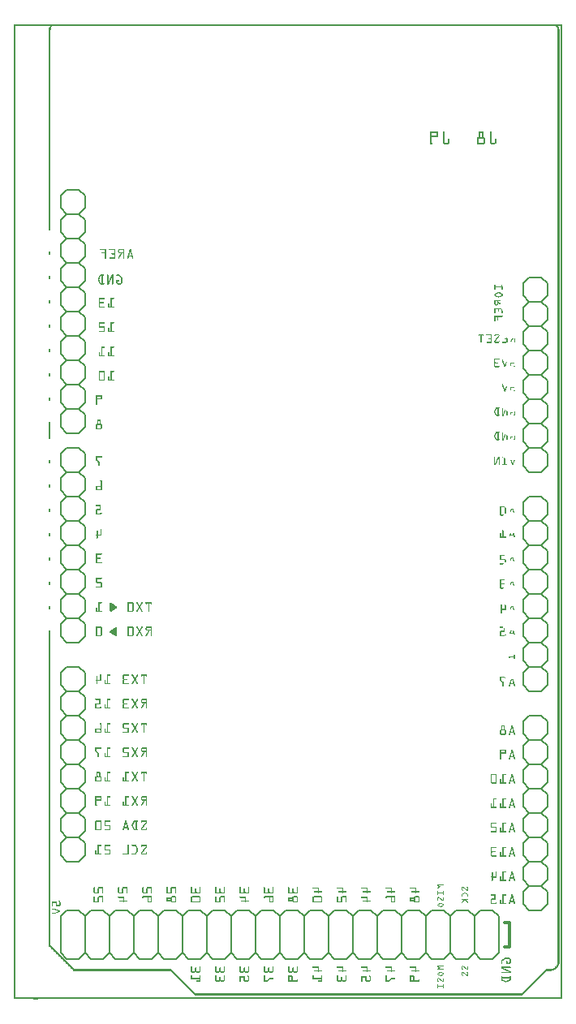
<source format=gbo>
G04 MADE WITH FRITZING*
G04 WWW.FRITZING.ORG*
G04 DOUBLE SIDED*
G04 HOLES PLATED*
G04 CONTOUR ON CENTER OF CONTOUR VECTOR*
%ASAXBY*%
%FSLAX23Y23*%
%MOIN*%
%OFA0B0*%
%SFA1.0B1.0*%
%ADD10C,0.006000*%
%ADD11C,0.012000*%
%ADD12R,0.001000X0.001000*%
%LNSILK0*%
G90*
G70*
G54D10*
X2093Y541D02*
X2093Y491D01*
D02*
X2093Y491D02*
X2118Y466D01*
D02*
X2118Y466D02*
X2168Y466D01*
D02*
X2168Y466D02*
X2193Y491D01*
D02*
X2118Y666D02*
X2093Y641D01*
D02*
X2093Y641D02*
X2093Y591D01*
D02*
X2093Y591D02*
X2118Y566D01*
D02*
X2118Y566D02*
X2168Y566D01*
D02*
X2168Y566D02*
X2193Y591D01*
D02*
X2193Y591D02*
X2193Y641D01*
D02*
X2193Y641D02*
X2168Y666D01*
D02*
X2093Y541D02*
X2118Y566D01*
D02*
X2168Y566D02*
X2193Y541D01*
D02*
X2193Y491D02*
X2193Y541D01*
D02*
X2093Y841D02*
X2093Y791D01*
D02*
X2093Y791D02*
X2118Y766D01*
D02*
X2118Y766D02*
X2168Y766D01*
D02*
X2168Y766D02*
X2193Y791D01*
D02*
X2118Y766D02*
X2093Y741D01*
D02*
X2093Y741D02*
X2093Y691D01*
D02*
X2093Y691D02*
X2118Y666D01*
D02*
X2118Y666D02*
X2168Y666D01*
D02*
X2168Y666D02*
X2193Y691D01*
D02*
X2193Y691D02*
X2193Y741D01*
D02*
X2193Y741D02*
X2168Y766D01*
D02*
X2118Y966D02*
X2093Y941D01*
D02*
X2093Y941D02*
X2093Y891D01*
D02*
X2093Y891D02*
X2118Y866D01*
D02*
X2118Y866D02*
X2168Y866D01*
D02*
X2168Y866D02*
X2193Y891D01*
D02*
X2193Y891D02*
X2193Y941D01*
D02*
X2193Y941D02*
X2168Y966D01*
D02*
X2093Y841D02*
X2118Y866D01*
D02*
X2168Y866D02*
X2193Y841D01*
D02*
X2193Y791D02*
X2193Y841D01*
D02*
X2093Y1141D02*
X2093Y1091D01*
D02*
X2093Y1091D02*
X2118Y1066D01*
D02*
X2118Y1066D02*
X2168Y1066D01*
D02*
X2168Y1066D02*
X2193Y1091D01*
D02*
X2118Y1066D02*
X2093Y1041D01*
D02*
X2093Y1041D02*
X2093Y991D01*
D02*
X2093Y991D02*
X2118Y966D01*
D02*
X2118Y966D02*
X2168Y966D01*
D02*
X2168Y966D02*
X2193Y991D01*
D02*
X2193Y991D02*
X2193Y1041D01*
D02*
X2193Y1041D02*
X2168Y1066D01*
D02*
X2118Y1166D02*
X2168Y1166D01*
D02*
X2093Y1141D02*
X2118Y1166D01*
D02*
X2168Y1166D02*
X2193Y1141D01*
D02*
X2193Y1091D02*
X2193Y1141D01*
D02*
X2093Y441D02*
X2093Y391D01*
D02*
X2093Y391D02*
X2118Y366D01*
D02*
X2118Y366D02*
X2168Y366D01*
D02*
X2168Y366D02*
X2193Y391D01*
D02*
X2093Y441D02*
X2118Y466D01*
D02*
X2168Y466D02*
X2193Y441D01*
D02*
X2193Y391D02*
X2193Y441D01*
D02*
X2093Y1441D02*
X2093Y1391D01*
D02*
X2093Y1391D02*
X2118Y1366D01*
D02*
X2118Y1366D02*
X2168Y1366D01*
D02*
X2168Y1366D02*
X2193Y1391D01*
D02*
X2118Y1566D02*
X2093Y1541D01*
D02*
X2093Y1541D02*
X2093Y1491D01*
D02*
X2093Y1491D02*
X2118Y1466D01*
D02*
X2118Y1466D02*
X2168Y1466D01*
D02*
X2168Y1466D02*
X2193Y1491D01*
D02*
X2193Y1491D02*
X2193Y1541D01*
D02*
X2193Y1541D02*
X2168Y1566D01*
D02*
X2093Y1441D02*
X2118Y1466D01*
D02*
X2168Y1466D02*
X2193Y1441D01*
D02*
X2193Y1391D02*
X2193Y1441D01*
D02*
X2093Y1741D02*
X2093Y1691D01*
D02*
X2093Y1691D02*
X2118Y1666D01*
D02*
X2118Y1666D02*
X2168Y1666D01*
D02*
X2168Y1666D02*
X2193Y1691D01*
D02*
X2118Y1666D02*
X2093Y1641D01*
D02*
X2093Y1641D02*
X2093Y1591D01*
D02*
X2093Y1591D02*
X2118Y1566D01*
D02*
X2118Y1566D02*
X2168Y1566D01*
D02*
X2168Y1566D02*
X2193Y1591D01*
D02*
X2193Y1591D02*
X2193Y1641D01*
D02*
X2193Y1641D02*
X2168Y1666D01*
D02*
X2118Y1866D02*
X2093Y1841D01*
D02*
X2093Y1841D02*
X2093Y1791D01*
D02*
X2093Y1791D02*
X2118Y1766D01*
D02*
X2118Y1766D02*
X2168Y1766D01*
D02*
X2168Y1766D02*
X2193Y1791D01*
D02*
X2193Y1791D02*
X2193Y1841D01*
D02*
X2193Y1841D02*
X2168Y1866D01*
D02*
X2093Y1741D02*
X2118Y1766D01*
D02*
X2168Y1766D02*
X2193Y1741D01*
D02*
X2193Y1691D02*
X2193Y1741D01*
D02*
X2093Y2041D02*
X2093Y1991D01*
D02*
X2093Y1991D02*
X2118Y1966D01*
D02*
X2118Y1966D02*
X2168Y1966D01*
D02*
X2168Y1966D02*
X2193Y1991D01*
D02*
X2118Y1966D02*
X2093Y1941D01*
D02*
X2093Y1941D02*
X2093Y1891D01*
D02*
X2093Y1891D02*
X2118Y1866D01*
D02*
X2118Y1866D02*
X2168Y1866D01*
D02*
X2168Y1866D02*
X2193Y1891D01*
D02*
X2193Y1891D02*
X2193Y1941D01*
D02*
X2193Y1941D02*
X2168Y1966D01*
D02*
X2118Y2066D02*
X2168Y2066D01*
D02*
X2093Y2041D02*
X2118Y2066D01*
D02*
X2168Y2066D02*
X2193Y2041D01*
D02*
X2193Y1991D02*
X2193Y2041D01*
D02*
X2093Y1341D02*
X2093Y1291D01*
D02*
X2093Y1291D02*
X2118Y1266D01*
D02*
X2118Y1266D02*
X2168Y1266D01*
D02*
X2168Y1266D02*
X2193Y1291D01*
D02*
X2093Y1341D02*
X2118Y1366D01*
D02*
X2168Y1366D02*
X2193Y1341D01*
D02*
X2193Y1291D02*
X2193Y1341D01*
D02*
X293Y1191D02*
X293Y1241D01*
D02*
X293Y1241D02*
X268Y1266D01*
D02*
X268Y1266D02*
X218Y1266D01*
D02*
X218Y1266D02*
X193Y1241D01*
D02*
X268Y1066D02*
X293Y1091D01*
D02*
X293Y1091D02*
X293Y1141D01*
D02*
X293Y1141D02*
X268Y1166D01*
D02*
X268Y1166D02*
X218Y1166D01*
D02*
X218Y1166D02*
X193Y1141D01*
D02*
X193Y1141D02*
X193Y1091D01*
D02*
X193Y1091D02*
X218Y1066D01*
D02*
X293Y1191D02*
X268Y1166D01*
D02*
X218Y1166D02*
X193Y1191D01*
D02*
X193Y1241D02*
X193Y1191D01*
D02*
X293Y891D02*
X293Y941D01*
D02*
X293Y941D02*
X268Y966D01*
D02*
X268Y966D02*
X218Y966D01*
D02*
X218Y966D02*
X193Y941D01*
D02*
X268Y966D02*
X293Y991D01*
D02*
X293Y991D02*
X293Y1041D01*
D02*
X293Y1041D02*
X268Y1066D01*
D02*
X268Y1066D02*
X218Y1066D01*
D02*
X218Y1066D02*
X193Y1041D01*
D02*
X193Y1041D02*
X193Y991D01*
D02*
X193Y991D02*
X218Y966D01*
D02*
X268Y766D02*
X293Y791D01*
D02*
X293Y791D02*
X293Y841D01*
D02*
X293Y841D02*
X268Y866D01*
D02*
X268Y866D02*
X218Y866D01*
D02*
X218Y866D02*
X193Y841D01*
D02*
X193Y841D02*
X193Y791D01*
D02*
X193Y791D02*
X218Y766D01*
D02*
X293Y891D02*
X268Y866D01*
D02*
X218Y866D02*
X193Y891D01*
D02*
X193Y941D02*
X193Y891D01*
D02*
X293Y591D02*
X293Y641D01*
D02*
X293Y641D02*
X268Y666D01*
D02*
X268Y666D02*
X218Y666D01*
D02*
X218Y666D02*
X193Y641D01*
D02*
X268Y666D02*
X293Y691D01*
D02*
X293Y691D02*
X293Y741D01*
D02*
X293Y741D02*
X268Y766D01*
D02*
X268Y766D02*
X218Y766D01*
D02*
X218Y766D02*
X193Y741D01*
D02*
X193Y741D02*
X193Y691D01*
D02*
X193Y691D02*
X218Y666D01*
D02*
X268Y566D02*
X218Y566D01*
D02*
X293Y591D02*
X268Y566D01*
D02*
X218Y566D02*
X193Y591D01*
D02*
X193Y641D02*
X193Y591D01*
D02*
X293Y1291D02*
X293Y1341D01*
D02*
X293Y1341D02*
X268Y1366D01*
D02*
X268Y1366D02*
X218Y1366D01*
D02*
X218Y1366D02*
X193Y1341D01*
D02*
X293Y1291D02*
X268Y1266D01*
D02*
X218Y1266D02*
X193Y1291D01*
D02*
X193Y1341D02*
X193Y1291D01*
D02*
X218Y2526D02*
X193Y2501D01*
D02*
X193Y2501D02*
X193Y2451D01*
D02*
X193Y2451D02*
X218Y2426D01*
D02*
X218Y2426D02*
X268Y2426D01*
D02*
X268Y2426D02*
X293Y2451D01*
D02*
X293Y2451D02*
X293Y2501D01*
D02*
X293Y2501D02*
X268Y2526D01*
D02*
X193Y2701D02*
X193Y2651D01*
D02*
X193Y2651D02*
X218Y2626D01*
D02*
X218Y2626D02*
X268Y2626D01*
D02*
X268Y2626D02*
X293Y2651D01*
D02*
X218Y2626D02*
X193Y2601D01*
D02*
X193Y2601D02*
X193Y2551D01*
D02*
X193Y2551D02*
X218Y2526D01*
D02*
X218Y2526D02*
X268Y2526D01*
D02*
X268Y2526D02*
X293Y2551D01*
D02*
X293Y2551D02*
X293Y2601D01*
D02*
X293Y2601D02*
X268Y2626D01*
D02*
X218Y2826D02*
X193Y2801D01*
D02*
X193Y2801D02*
X193Y2751D01*
D02*
X193Y2751D02*
X218Y2726D01*
D02*
X218Y2726D02*
X268Y2726D01*
D02*
X268Y2726D02*
X293Y2751D01*
D02*
X293Y2751D02*
X293Y2801D01*
D02*
X293Y2801D02*
X268Y2826D01*
D02*
X193Y2701D02*
X218Y2726D01*
D02*
X268Y2726D02*
X293Y2701D01*
D02*
X293Y2651D02*
X293Y2701D01*
D02*
X193Y3001D02*
X193Y2951D01*
D02*
X193Y2951D02*
X218Y2926D01*
D02*
X218Y2926D02*
X268Y2926D01*
D02*
X268Y2926D02*
X293Y2951D01*
D02*
X218Y2926D02*
X193Y2901D01*
D02*
X193Y2901D02*
X193Y2851D01*
D02*
X193Y2851D02*
X218Y2826D01*
D02*
X218Y2826D02*
X268Y2826D01*
D02*
X268Y2826D02*
X293Y2851D01*
D02*
X293Y2851D02*
X293Y2901D01*
D02*
X293Y2901D02*
X268Y2926D01*
D02*
X218Y3126D02*
X193Y3101D01*
D02*
X193Y3101D02*
X193Y3051D01*
D02*
X193Y3051D02*
X218Y3026D01*
D02*
X218Y3026D02*
X268Y3026D01*
D02*
X268Y3026D02*
X293Y3051D01*
D02*
X293Y3051D02*
X293Y3101D01*
D02*
X293Y3101D02*
X268Y3126D01*
D02*
X193Y3001D02*
X218Y3026D01*
D02*
X268Y3026D02*
X293Y3001D01*
D02*
X293Y2951D02*
X293Y3001D01*
D02*
X193Y3301D02*
X193Y3251D01*
D02*
X193Y3251D02*
X218Y3226D01*
D02*
X218Y3226D02*
X268Y3226D01*
D02*
X268Y3226D02*
X293Y3251D01*
D02*
X218Y3226D02*
X193Y3201D01*
D02*
X193Y3201D02*
X193Y3151D01*
D02*
X193Y3151D02*
X218Y3126D01*
D02*
X218Y3126D02*
X268Y3126D01*
D02*
X268Y3126D02*
X293Y3151D01*
D02*
X293Y3151D02*
X293Y3201D01*
D02*
X293Y3201D02*
X268Y3226D01*
D02*
X218Y3326D02*
X268Y3326D01*
D02*
X193Y3301D02*
X218Y3326D01*
D02*
X268Y3326D02*
X293Y3301D01*
D02*
X293Y3251D02*
X293Y3301D01*
D02*
X193Y2401D02*
X193Y2351D01*
D02*
X193Y2351D02*
X218Y2326D01*
D02*
X218Y2326D02*
X268Y2326D01*
D02*
X268Y2326D02*
X293Y2351D01*
D02*
X193Y2401D02*
X218Y2426D01*
D02*
X268Y2426D02*
X293Y2401D01*
D02*
X293Y2351D02*
X293Y2401D01*
D02*
X2093Y2341D02*
X2093Y2291D01*
D02*
X2093Y2291D02*
X2118Y2266D01*
D02*
X2118Y2266D02*
X2168Y2266D01*
D02*
X2168Y2266D02*
X2193Y2291D01*
D02*
X2118Y2466D02*
X2093Y2441D01*
D02*
X2093Y2441D02*
X2093Y2391D01*
D02*
X2093Y2391D02*
X2118Y2366D01*
D02*
X2118Y2366D02*
X2168Y2366D01*
D02*
X2168Y2366D02*
X2193Y2391D01*
D02*
X2193Y2391D02*
X2193Y2441D01*
D02*
X2193Y2441D02*
X2168Y2466D01*
D02*
X2093Y2341D02*
X2118Y2366D01*
D02*
X2168Y2366D02*
X2193Y2341D01*
D02*
X2193Y2291D02*
X2193Y2341D01*
D02*
X2093Y2641D02*
X2093Y2591D01*
D02*
X2093Y2591D02*
X2118Y2566D01*
D02*
X2118Y2566D02*
X2168Y2566D01*
D02*
X2168Y2566D02*
X2193Y2591D01*
D02*
X2118Y2566D02*
X2093Y2541D01*
D02*
X2093Y2541D02*
X2093Y2491D01*
D02*
X2093Y2491D02*
X2118Y2466D01*
D02*
X2118Y2466D02*
X2168Y2466D01*
D02*
X2168Y2466D02*
X2193Y2491D01*
D02*
X2193Y2491D02*
X2193Y2541D01*
D02*
X2193Y2541D02*
X2168Y2566D01*
D02*
X2118Y2766D02*
X2093Y2741D01*
D02*
X2093Y2741D02*
X2093Y2691D01*
D02*
X2093Y2691D02*
X2118Y2666D01*
D02*
X2118Y2666D02*
X2168Y2666D01*
D02*
X2168Y2666D02*
X2193Y2691D01*
D02*
X2193Y2691D02*
X2193Y2741D01*
D02*
X2193Y2741D02*
X2168Y2766D01*
D02*
X2093Y2641D02*
X2118Y2666D01*
D02*
X2168Y2666D02*
X2193Y2641D01*
D02*
X2193Y2591D02*
X2193Y2641D01*
D02*
X2093Y2941D02*
X2093Y2891D01*
D02*
X2093Y2891D02*
X2118Y2866D01*
D02*
X2118Y2866D02*
X2168Y2866D01*
D02*
X2168Y2866D02*
X2193Y2891D01*
D02*
X2118Y2866D02*
X2093Y2841D01*
D02*
X2093Y2841D02*
X2093Y2791D01*
D02*
X2093Y2791D02*
X2118Y2766D01*
D02*
X2118Y2766D02*
X2168Y2766D01*
D02*
X2168Y2766D02*
X2193Y2791D01*
D02*
X2193Y2791D02*
X2193Y2841D01*
D02*
X2193Y2841D02*
X2168Y2866D01*
D02*
X2118Y2966D02*
X2168Y2966D01*
D02*
X2093Y2941D02*
X2118Y2966D01*
D02*
X2168Y2966D02*
X2193Y2941D01*
D02*
X2193Y2891D02*
X2193Y2941D01*
D02*
X2093Y2241D02*
X2093Y2191D01*
D02*
X2093Y2191D02*
X2118Y2166D01*
D02*
X2118Y2166D02*
X2168Y2166D01*
D02*
X2168Y2166D02*
X2193Y2191D01*
D02*
X2093Y2241D02*
X2118Y2266D01*
D02*
X2168Y2266D02*
X2193Y2241D01*
D02*
X2193Y2191D02*
X2193Y2241D01*
D02*
X293Y2091D02*
X293Y2141D01*
D02*
X293Y2141D02*
X268Y2166D01*
D02*
X268Y2166D02*
X218Y2166D01*
D02*
X218Y2166D02*
X193Y2141D01*
D02*
X268Y1966D02*
X293Y1991D01*
D02*
X293Y1991D02*
X293Y2041D01*
D02*
X293Y2041D02*
X268Y2066D01*
D02*
X268Y2066D02*
X218Y2066D01*
D02*
X218Y2066D02*
X193Y2041D01*
D02*
X193Y2041D02*
X193Y1991D01*
D02*
X193Y1991D02*
X218Y1966D01*
D02*
X293Y2091D02*
X268Y2066D01*
D02*
X218Y2066D02*
X193Y2091D01*
D02*
X193Y2141D02*
X193Y2091D01*
D02*
X293Y1791D02*
X293Y1841D01*
D02*
X293Y1841D02*
X268Y1866D01*
D02*
X268Y1866D02*
X218Y1866D01*
D02*
X218Y1866D02*
X193Y1841D01*
D02*
X268Y1866D02*
X293Y1891D01*
D02*
X293Y1891D02*
X293Y1941D01*
D02*
X293Y1941D02*
X268Y1966D01*
D02*
X268Y1966D02*
X218Y1966D01*
D02*
X218Y1966D02*
X193Y1941D01*
D02*
X193Y1941D02*
X193Y1891D01*
D02*
X193Y1891D02*
X218Y1866D01*
D02*
X268Y1666D02*
X293Y1691D01*
D02*
X293Y1691D02*
X293Y1741D01*
D02*
X293Y1741D02*
X268Y1766D01*
D02*
X268Y1766D02*
X218Y1766D01*
D02*
X218Y1766D02*
X193Y1741D01*
D02*
X193Y1741D02*
X193Y1691D01*
D02*
X193Y1691D02*
X218Y1666D01*
D02*
X293Y1791D02*
X268Y1766D01*
D02*
X218Y1766D02*
X193Y1791D01*
D02*
X193Y1841D02*
X193Y1791D01*
D02*
X293Y1491D02*
X293Y1541D01*
D02*
X293Y1541D02*
X268Y1566D01*
D02*
X268Y1566D02*
X218Y1566D01*
D02*
X218Y1566D02*
X193Y1541D01*
D02*
X268Y1566D02*
X293Y1591D01*
D02*
X293Y1591D02*
X293Y1641D01*
D02*
X293Y1641D02*
X268Y1666D01*
D02*
X268Y1666D02*
X218Y1666D01*
D02*
X218Y1666D02*
X193Y1641D01*
D02*
X193Y1641D02*
X193Y1591D01*
D02*
X193Y1591D02*
X218Y1566D01*
D02*
X268Y1466D02*
X218Y1466D01*
D02*
X293Y1491D02*
X268Y1466D01*
D02*
X218Y1466D02*
X193Y1491D01*
D02*
X193Y1541D02*
X193Y1491D01*
D02*
X293Y2191D02*
X293Y2241D01*
D02*
X293Y2241D02*
X268Y2266D01*
D02*
X268Y2266D02*
X218Y2266D01*
D02*
X218Y2266D02*
X193Y2241D01*
D02*
X293Y2191D02*
X268Y2166D01*
D02*
X218Y2166D02*
X193Y2191D01*
D02*
X193Y2241D02*
X193Y2191D01*
D02*
X193Y341D02*
X218Y366D01*
D02*
X218Y366D02*
X268Y366D01*
D02*
X268Y366D02*
X293Y341D01*
D02*
X293Y341D02*
X318Y366D01*
D02*
X318Y366D02*
X368Y366D01*
D02*
X368Y366D02*
X393Y341D01*
D02*
X393Y341D02*
X418Y366D01*
D02*
X418Y366D02*
X468Y366D01*
D02*
X468Y366D02*
X493Y341D01*
D02*
X493Y341D02*
X518Y366D01*
D02*
X518Y366D02*
X568Y366D01*
D02*
X568Y366D02*
X593Y341D01*
D02*
X593Y341D02*
X618Y366D01*
D02*
X618Y366D02*
X668Y366D01*
D02*
X668Y366D02*
X693Y341D01*
D02*
X693Y341D02*
X718Y366D01*
D02*
X718Y366D02*
X768Y366D01*
D02*
X768Y366D02*
X793Y341D01*
D02*
X193Y341D02*
X193Y191D01*
D02*
X193Y191D02*
X218Y166D01*
D02*
X218Y166D02*
X268Y166D01*
D02*
X268Y166D02*
X293Y191D01*
D02*
X293Y191D02*
X318Y166D01*
D02*
X318Y166D02*
X368Y166D01*
D02*
X368Y166D02*
X393Y191D01*
D02*
X393Y191D02*
X418Y166D01*
D02*
X418Y166D02*
X468Y166D01*
D02*
X468Y166D02*
X493Y191D01*
D02*
X493Y191D02*
X518Y166D01*
D02*
X518Y166D02*
X568Y166D01*
D02*
X568Y166D02*
X593Y191D01*
D02*
X593Y191D02*
X618Y166D01*
D02*
X618Y166D02*
X668Y166D01*
D02*
X668Y166D02*
X693Y191D01*
D02*
X693Y191D02*
X718Y166D01*
D02*
X718Y166D02*
X768Y166D01*
D02*
X768Y166D02*
X793Y191D01*
D02*
X793Y191D02*
X818Y166D01*
D02*
X818Y166D02*
X868Y166D01*
D02*
X868Y166D02*
X893Y191D01*
D02*
X893Y191D02*
X918Y166D01*
D02*
X918Y166D02*
X968Y166D01*
D02*
X968Y166D02*
X993Y191D01*
D02*
X993Y191D02*
X1018Y166D01*
D02*
X1018Y166D02*
X1068Y166D01*
D02*
X1068Y166D02*
X1093Y191D01*
D02*
X1093Y191D02*
X1118Y166D01*
D02*
X1118Y166D02*
X1168Y166D01*
D02*
X1168Y166D02*
X1193Y191D01*
D02*
X1193Y191D02*
X1218Y166D01*
D02*
X1218Y166D02*
X1268Y166D01*
D02*
X1268Y166D02*
X1293Y191D01*
D02*
X1293Y191D02*
X1318Y166D01*
D02*
X1318Y166D02*
X1368Y166D01*
D02*
X1393Y191D02*
X1368Y166D01*
D02*
X1393Y191D02*
X1418Y166D01*
D02*
X1468Y166D02*
X1418Y166D01*
D02*
X1468Y166D02*
X1493Y191D01*
D02*
X1493Y191D02*
X1518Y166D01*
D02*
X1568Y166D02*
X1518Y166D01*
D02*
X1568Y166D02*
X1593Y191D01*
D02*
X1593Y191D02*
X1618Y166D01*
D02*
X1668Y166D02*
X1618Y166D01*
D02*
X1668Y166D02*
X1693Y191D01*
D02*
X1693Y191D02*
X1718Y166D01*
D02*
X1768Y166D02*
X1718Y166D01*
D02*
X1768Y166D02*
X1793Y191D01*
D02*
X1793Y191D02*
X1818Y166D01*
D02*
X1868Y166D02*
X1818Y166D01*
D02*
X1868Y166D02*
X1893Y191D01*
D02*
X1893Y191D02*
X1918Y166D01*
D02*
X1968Y166D02*
X1918Y166D01*
D02*
X1968Y166D02*
X1993Y191D01*
D02*
X1993Y341D02*
X1968Y366D01*
D02*
X1968Y366D02*
X1918Y366D01*
D02*
X1893Y341D02*
X1918Y366D01*
D02*
X1893Y341D02*
X1868Y366D01*
D02*
X1868Y366D02*
X1818Y366D01*
D02*
X1793Y341D02*
X1818Y366D01*
D02*
X1793Y341D02*
X1768Y366D01*
D02*
X1718Y366D02*
X1768Y366D01*
D02*
X1718Y366D02*
X1693Y341D01*
D02*
X1693Y341D02*
X1668Y366D01*
D02*
X1618Y366D02*
X1668Y366D01*
D02*
X1618Y366D02*
X1593Y341D01*
D02*
X1593Y341D02*
X1568Y366D01*
D02*
X1568Y366D02*
X1518Y366D01*
D02*
X1493Y341D02*
X1518Y366D01*
D02*
X1493Y341D02*
X1468Y366D01*
D02*
X1468Y366D02*
X1418Y366D01*
D02*
X1393Y341D02*
X1418Y366D01*
D02*
X1393Y341D02*
X1368Y366D01*
D02*
X1368Y366D02*
X1318Y366D01*
D02*
X1293Y341D02*
X1318Y366D01*
D02*
X1293Y341D02*
X1268Y366D01*
D02*
X1268Y366D02*
X1218Y366D01*
D02*
X1193Y341D02*
X1218Y366D01*
D02*
X1193Y341D02*
X1168Y366D01*
D02*
X1168Y366D02*
X1118Y366D01*
D02*
X1093Y341D02*
X1118Y366D01*
D02*
X1093Y341D02*
X1068Y366D01*
D02*
X1068Y366D02*
X1018Y366D01*
D02*
X993Y341D02*
X1018Y366D01*
D02*
X993Y341D02*
X968Y366D01*
D02*
X968Y366D02*
X918Y366D01*
D02*
X893Y341D02*
X918Y366D01*
D02*
X893Y341D02*
X868Y366D01*
D02*
X868Y366D02*
X818Y366D01*
D02*
X793Y341D02*
X818Y366D01*
D02*
X293Y191D02*
X293Y341D01*
D02*
X393Y191D02*
X393Y341D01*
D02*
X493Y191D02*
X493Y341D01*
D02*
X593Y191D02*
X593Y341D01*
D02*
X693Y191D02*
X693Y341D01*
D02*
X793Y191D02*
X793Y341D01*
D02*
X893Y191D02*
X893Y341D01*
D02*
X993Y191D02*
X993Y341D01*
D02*
X1093Y191D02*
X1093Y341D01*
D02*
X1193Y191D02*
X1193Y341D01*
D02*
X1293Y191D02*
X1293Y341D01*
D02*
X1393Y191D02*
X1393Y341D01*
D02*
X1493Y191D02*
X1493Y341D01*
D02*
X1593Y191D02*
X1593Y341D01*
D02*
X1693Y191D02*
X1693Y341D01*
D02*
X1793Y191D02*
X1793Y341D01*
D02*
X1893Y191D02*
X1893Y341D01*
D02*
X1993Y191D02*
X1993Y341D01*
G54D11*
D02*
X2018Y316D02*
X2038Y316D01*
D02*
X2038Y316D02*
X2038Y216D01*
D02*
X2038Y216D02*
X2018Y216D01*
G54D12*
X0Y4006D02*
X2254Y4006D01*
X0Y4005D02*
X2254Y4005D01*
X0Y4004D02*
X2254Y4004D01*
X0Y4003D02*
X2254Y4003D01*
X0Y4002D02*
X2254Y4002D01*
X0Y4001D02*
X2254Y4001D01*
X0Y4000D02*
X2254Y4000D01*
X0Y3999D02*
X2254Y3999D01*
X0Y3998D02*
X7Y3998D01*
X149Y3998D02*
X157Y3998D01*
X2227Y3998D02*
X2236Y3998D01*
X2247Y3998D02*
X2254Y3998D01*
X0Y3997D02*
X7Y3997D01*
X148Y3997D02*
X156Y3997D01*
X2228Y3997D02*
X2237Y3997D01*
X2247Y3997D02*
X2254Y3997D01*
X0Y3996D02*
X7Y3996D01*
X147Y3996D02*
X156Y3996D01*
X2229Y3996D02*
X2237Y3996D01*
X2247Y3996D02*
X2254Y3996D01*
X0Y3995D02*
X7Y3995D01*
X147Y3995D02*
X155Y3995D01*
X2230Y3995D02*
X2238Y3995D01*
X2247Y3995D02*
X2254Y3995D01*
X0Y3994D02*
X7Y3994D01*
X146Y3994D02*
X154Y3994D01*
X2230Y3994D02*
X2238Y3994D01*
X2247Y3994D02*
X2254Y3994D01*
X0Y3993D02*
X7Y3993D01*
X146Y3993D02*
X154Y3993D01*
X2231Y3993D02*
X2239Y3993D01*
X2247Y3993D02*
X2254Y3993D01*
X0Y3992D02*
X7Y3992D01*
X146Y3992D02*
X153Y3992D01*
X2231Y3992D02*
X2239Y3992D01*
X2247Y3992D02*
X2254Y3992D01*
X0Y3991D02*
X7Y3991D01*
X145Y3991D02*
X153Y3991D01*
X2232Y3991D02*
X2239Y3991D01*
X2247Y3991D02*
X2254Y3991D01*
X0Y3990D02*
X7Y3990D01*
X145Y3990D02*
X152Y3990D01*
X2232Y3990D02*
X2240Y3990D01*
X2247Y3990D02*
X2254Y3990D01*
X0Y3989D02*
X7Y3989D01*
X145Y3989D02*
X152Y3989D01*
X2233Y3989D02*
X2240Y3989D01*
X2247Y3989D02*
X2254Y3989D01*
X0Y3988D02*
X7Y3988D01*
X144Y3988D02*
X152Y3988D01*
X2233Y3988D02*
X2240Y3988D01*
X2247Y3988D02*
X2254Y3988D01*
X0Y3987D02*
X7Y3987D01*
X144Y3987D02*
X151Y3987D01*
X2233Y3987D02*
X2241Y3987D01*
X2247Y3987D02*
X2254Y3987D01*
X0Y3986D02*
X7Y3986D01*
X144Y3986D02*
X151Y3986D01*
X2234Y3986D02*
X2241Y3986D01*
X2247Y3986D02*
X2254Y3986D01*
X0Y3985D02*
X7Y3985D01*
X144Y3985D02*
X151Y3985D01*
X2234Y3985D02*
X2241Y3985D01*
X2247Y3985D02*
X2254Y3985D01*
X0Y3984D02*
X7Y3984D01*
X144Y3984D02*
X151Y3984D01*
X2234Y3984D02*
X2241Y3984D01*
X2247Y3984D02*
X2254Y3984D01*
X0Y3983D02*
X7Y3983D01*
X143Y3983D02*
X150Y3983D01*
X2234Y3983D02*
X2241Y3983D01*
X2247Y3983D02*
X2254Y3983D01*
X0Y3982D02*
X7Y3982D01*
X143Y3982D02*
X150Y3982D01*
X2234Y3982D02*
X2241Y3982D01*
X2247Y3982D02*
X2254Y3982D01*
X0Y3981D02*
X7Y3981D01*
X143Y3981D02*
X150Y3981D01*
X2235Y3981D02*
X2242Y3981D01*
X2247Y3981D02*
X2254Y3981D01*
X0Y3980D02*
X7Y3980D01*
X143Y3980D02*
X150Y3980D01*
X2235Y3980D02*
X2242Y3980D01*
X2247Y3980D02*
X2254Y3980D01*
X0Y3979D02*
X7Y3979D01*
X143Y3979D02*
X150Y3979D01*
X2235Y3979D02*
X2242Y3979D01*
X2247Y3979D02*
X2254Y3979D01*
X0Y3978D02*
X7Y3978D01*
X143Y3978D02*
X150Y3978D01*
X2235Y3978D02*
X2242Y3978D01*
X2247Y3978D02*
X2254Y3978D01*
X0Y3977D02*
X7Y3977D01*
X143Y3977D02*
X150Y3977D01*
X2235Y3977D02*
X2242Y3977D01*
X2247Y3977D02*
X2254Y3977D01*
X0Y3976D02*
X7Y3976D01*
X143Y3976D02*
X150Y3976D01*
X2235Y3976D02*
X2242Y3976D01*
X2247Y3976D02*
X2254Y3976D01*
X0Y3975D02*
X7Y3975D01*
X143Y3975D02*
X150Y3975D01*
X2235Y3975D02*
X2242Y3975D01*
X2247Y3975D02*
X2254Y3975D01*
X0Y3974D02*
X7Y3974D01*
X143Y3974D02*
X150Y3974D01*
X2234Y3974D02*
X2242Y3974D01*
X2247Y3974D02*
X2254Y3974D01*
X0Y3973D02*
X7Y3973D01*
X143Y3973D02*
X150Y3973D01*
X2234Y3973D02*
X2242Y3973D01*
X2247Y3973D02*
X2254Y3973D01*
X0Y3972D02*
X7Y3972D01*
X143Y3972D02*
X150Y3972D01*
X2234Y3972D02*
X2241Y3972D01*
X2247Y3972D02*
X2254Y3972D01*
X0Y3971D02*
X7Y3971D01*
X143Y3971D02*
X150Y3971D01*
X2234Y3971D02*
X2241Y3971D01*
X2247Y3971D02*
X2254Y3971D01*
X0Y3970D02*
X7Y3970D01*
X143Y3970D02*
X150Y3970D01*
X2234Y3970D02*
X2241Y3970D01*
X2247Y3970D02*
X2254Y3970D01*
X0Y3969D02*
X7Y3969D01*
X143Y3969D02*
X150Y3969D01*
X2234Y3969D02*
X2241Y3969D01*
X2247Y3969D02*
X2254Y3969D01*
X0Y3968D02*
X7Y3968D01*
X143Y3968D02*
X150Y3968D01*
X2234Y3968D02*
X2241Y3968D01*
X2247Y3968D02*
X2254Y3968D01*
X0Y3967D02*
X7Y3967D01*
X143Y3967D02*
X150Y3967D01*
X2234Y3967D02*
X2241Y3967D01*
X2247Y3967D02*
X2254Y3967D01*
X0Y3966D02*
X7Y3966D01*
X143Y3966D02*
X150Y3966D01*
X2234Y3966D02*
X2241Y3966D01*
X2247Y3966D02*
X2254Y3966D01*
X0Y3965D02*
X7Y3965D01*
X143Y3965D02*
X150Y3965D01*
X2234Y3965D02*
X2241Y3965D01*
X2247Y3965D02*
X2254Y3965D01*
X0Y3964D02*
X7Y3964D01*
X143Y3964D02*
X150Y3964D01*
X2234Y3964D02*
X2241Y3964D01*
X2247Y3964D02*
X2254Y3964D01*
X0Y3963D02*
X7Y3963D01*
X143Y3963D02*
X150Y3963D01*
X2234Y3963D02*
X2241Y3963D01*
X2247Y3963D02*
X2254Y3963D01*
X0Y3962D02*
X7Y3962D01*
X143Y3962D02*
X150Y3962D01*
X2234Y3962D02*
X2241Y3962D01*
X2247Y3962D02*
X2254Y3962D01*
X0Y3961D02*
X7Y3961D01*
X143Y3961D02*
X150Y3961D01*
X2234Y3961D02*
X2241Y3961D01*
X2247Y3961D02*
X2254Y3961D01*
X0Y3960D02*
X7Y3960D01*
X143Y3960D02*
X150Y3960D01*
X2234Y3960D02*
X2241Y3960D01*
X2247Y3960D02*
X2254Y3960D01*
X0Y3959D02*
X7Y3959D01*
X143Y3959D02*
X150Y3959D01*
X2234Y3959D02*
X2241Y3959D01*
X2247Y3959D02*
X2254Y3959D01*
X0Y3958D02*
X7Y3958D01*
X143Y3958D02*
X150Y3958D01*
X2234Y3958D02*
X2241Y3958D01*
X2247Y3958D02*
X2254Y3958D01*
X0Y3957D02*
X7Y3957D01*
X143Y3957D02*
X150Y3957D01*
X2234Y3957D02*
X2241Y3957D01*
X2247Y3957D02*
X2254Y3957D01*
X0Y3956D02*
X7Y3956D01*
X143Y3956D02*
X150Y3956D01*
X2234Y3956D02*
X2241Y3956D01*
X2247Y3956D02*
X2254Y3956D01*
X0Y3955D02*
X7Y3955D01*
X143Y3955D02*
X150Y3955D01*
X2234Y3955D02*
X2241Y3955D01*
X2247Y3955D02*
X2254Y3955D01*
X0Y3954D02*
X7Y3954D01*
X143Y3954D02*
X150Y3954D01*
X2234Y3954D02*
X2241Y3954D01*
X2247Y3954D02*
X2254Y3954D01*
X0Y3953D02*
X7Y3953D01*
X143Y3953D02*
X150Y3953D01*
X2234Y3953D02*
X2241Y3953D01*
X2247Y3953D02*
X2254Y3953D01*
X0Y3952D02*
X7Y3952D01*
X143Y3952D02*
X150Y3952D01*
X2234Y3952D02*
X2241Y3952D01*
X2247Y3952D02*
X2254Y3952D01*
X0Y3951D02*
X7Y3951D01*
X143Y3951D02*
X150Y3951D01*
X2234Y3951D02*
X2241Y3951D01*
X2247Y3951D02*
X2254Y3951D01*
X0Y3950D02*
X7Y3950D01*
X143Y3950D02*
X150Y3950D01*
X2234Y3950D02*
X2241Y3950D01*
X2247Y3950D02*
X2254Y3950D01*
X0Y3949D02*
X7Y3949D01*
X143Y3949D02*
X150Y3949D01*
X2234Y3949D02*
X2241Y3949D01*
X2247Y3949D02*
X2254Y3949D01*
X0Y3948D02*
X7Y3948D01*
X143Y3948D02*
X150Y3948D01*
X2234Y3948D02*
X2241Y3948D01*
X2247Y3948D02*
X2254Y3948D01*
X0Y3947D02*
X7Y3947D01*
X143Y3947D02*
X150Y3947D01*
X2234Y3947D02*
X2241Y3947D01*
X2247Y3947D02*
X2254Y3947D01*
X0Y3946D02*
X7Y3946D01*
X143Y3946D02*
X150Y3946D01*
X2234Y3946D02*
X2241Y3946D01*
X2247Y3946D02*
X2254Y3946D01*
X0Y3945D02*
X7Y3945D01*
X143Y3945D02*
X150Y3945D01*
X2234Y3945D02*
X2241Y3945D01*
X2247Y3945D02*
X2254Y3945D01*
X0Y3944D02*
X7Y3944D01*
X143Y3944D02*
X150Y3944D01*
X2234Y3944D02*
X2241Y3944D01*
X2247Y3944D02*
X2254Y3944D01*
X0Y3943D02*
X7Y3943D01*
X143Y3943D02*
X150Y3943D01*
X2234Y3943D02*
X2241Y3943D01*
X2247Y3943D02*
X2254Y3943D01*
X0Y3942D02*
X7Y3942D01*
X143Y3942D02*
X150Y3942D01*
X2234Y3942D02*
X2241Y3942D01*
X2247Y3942D02*
X2254Y3942D01*
X0Y3941D02*
X7Y3941D01*
X143Y3941D02*
X150Y3941D01*
X2234Y3941D02*
X2241Y3941D01*
X2247Y3941D02*
X2254Y3941D01*
X0Y3940D02*
X7Y3940D01*
X143Y3940D02*
X150Y3940D01*
X2234Y3940D02*
X2241Y3940D01*
X2247Y3940D02*
X2254Y3940D01*
X0Y3939D02*
X7Y3939D01*
X143Y3939D02*
X150Y3939D01*
X2234Y3939D02*
X2241Y3939D01*
X2247Y3939D02*
X2254Y3939D01*
X0Y3938D02*
X7Y3938D01*
X143Y3938D02*
X150Y3938D01*
X2234Y3938D02*
X2241Y3938D01*
X2247Y3938D02*
X2254Y3938D01*
X0Y3937D02*
X7Y3937D01*
X143Y3937D02*
X150Y3937D01*
X2234Y3937D02*
X2241Y3937D01*
X2247Y3937D02*
X2254Y3937D01*
X0Y3936D02*
X7Y3936D01*
X143Y3936D02*
X150Y3936D01*
X2234Y3936D02*
X2241Y3936D01*
X2247Y3936D02*
X2254Y3936D01*
X0Y3935D02*
X7Y3935D01*
X143Y3935D02*
X150Y3935D01*
X2234Y3935D02*
X2241Y3935D01*
X2247Y3935D02*
X2254Y3935D01*
X0Y3934D02*
X7Y3934D01*
X143Y3934D02*
X150Y3934D01*
X2234Y3934D02*
X2241Y3934D01*
X2247Y3934D02*
X2254Y3934D01*
X0Y3933D02*
X7Y3933D01*
X143Y3933D02*
X150Y3933D01*
X2234Y3933D02*
X2241Y3933D01*
X2247Y3933D02*
X2254Y3933D01*
X0Y3932D02*
X7Y3932D01*
X143Y3932D02*
X150Y3932D01*
X2234Y3932D02*
X2241Y3932D01*
X2247Y3932D02*
X2254Y3932D01*
X0Y3931D02*
X7Y3931D01*
X143Y3931D02*
X150Y3931D01*
X2234Y3931D02*
X2241Y3931D01*
X2247Y3931D02*
X2254Y3931D01*
X0Y3930D02*
X7Y3930D01*
X143Y3930D02*
X150Y3930D01*
X2234Y3930D02*
X2241Y3930D01*
X2247Y3930D02*
X2254Y3930D01*
X0Y3929D02*
X7Y3929D01*
X143Y3929D02*
X150Y3929D01*
X2234Y3929D02*
X2241Y3929D01*
X2247Y3929D02*
X2254Y3929D01*
X0Y3928D02*
X7Y3928D01*
X143Y3928D02*
X150Y3928D01*
X2234Y3928D02*
X2241Y3928D01*
X2247Y3928D02*
X2254Y3928D01*
X0Y3927D02*
X7Y3927D01*
X143Y3927D02*
X150Y3927D01*
X2234Y3927D02*
X2241Y3927D01*
X2247Y3927D02*
X2254Y3927D01*
X0Y3926D02*
X7Y3926D01*
X143Y3926D02*
X150Y3926D01*
X2234Y3926D02*
X2241Y3926D01*
X2247Y3926D02*
X2254Y3926D01*
X0Y3925D02*
X7Y3925D01*
X143Y3925D02*
X150Y3925D01*
X2234Y3925D02*
X2241Y3925D01*
X2247Y3925D02*
X2254Y3925D01*
X0Y3924D02*
X7Y3924D01*
X143Y3924D02*
X150Y3924D01*
X2234Y3924D02*
X2241Y3924D01*
X2247Y3924D02*
X2254Y3924D01*
X0Y3923D02*
X7Y3923D01*
X143Y3923D02*
X150Y3923D01*
X2234Y3923D02*
X2241Y3923D01*
X2247Y3923D02*
X2254Y3923D01*
X0Y3922D02*
X7Y3922D01*
X143Y3922D02*
X150Y3922D01*
X2234Y3922D02*
X2241Y3922D01*
X2247Y3922D02*
X2254Y3922D01*
X0Y3921D02*
X7Y3921D01*
X143Y3921D02*
X150Y3921D01*
X2234Y3921D02*
X2241Y3921D01*
X2247Y3921D02*
X2254Y3921D01*
X0Y3920D02*
X7Y3920D01*
X143Y3920D02*
X150Y3920D01*
X2234Y3920D02*
X2241Y3920D01*
X2247Y3920D02*
X2254Y3920D01*
X0Y3919D02*
X7Y3919D01*
X143Y3919D02*
X150Y3919D01*
X2234Y3919D02*
X2241Y3919D01*
X2247Y3919D02*
X2254Y3919D01*
X0Y3918D02*
X7Y3918D01*
X143Y3918D02*
X150Y3918D01*
X2234Y3918D02*
X2241Y3918D01*
X2247Y3918D02*
X2254Y3918D01*
X0Y3917D02*
X7Y3917D01*
X143Y3917D02*
X150Y3917D01*
X2234Y3917D02*
X2241Y3917D01*
X2247Y3917D02*
X2254Y3917D01*
X0Y3916D02*
X7Y3916D01*
X143Y3916D02*
X150Y3916D01*
X2234Y3916D02*
X2241Y3916D01*
X2247Y3916D02*
X2254Y3916D01*
X0Y3915D02*
X7Y3915D01*
X143Y3915D02*
X150Y3915D01*
X2234Y3915D02*
X2241Y3915D01*
X2247Y3915D02*
X2254Y3915D01*
X0Y3914D02*
X7Y3914D01*
X143Y3914D02*
X150Y3914D01*
X2234Y3914D02*
X2241Y3914D01*
X2247Y3914D02*
X2254Y3914D01*
X0Y3913D02*
X7Y3913D01*
X143Y3913D02*
X150Y3913D01*
X2234Y3913D02*
X2241Y3913D01*
X2247Y3913D02*
X2254Y3913D01*
X0Y3912D02*
X7Y3912D01*
X143Y3912D02*
X150Y3912D01*
X2234Y3912D02*
X2241Y3912D01*
X2247Y3912D02*
X2254Y3912D01*
X0Y3911D02*
X7Y3911D01*
X143Y3911D02*
X150Y3911D01*
X2234Y3911D02*
X2241Y3911D01*
X2247Y3911D02*
X2254Y3911D01*
X0Y3910D02*
X7Y3910D01*
X143Y3910D02*
X150Y3910D01*
X2234Y3910D02*
X2241Y3910D01*
X2247Y3910D02*
X2254Y3910D01*
X0Y3909D02*
X7Y3909D01*
X143Y3909D02*
X150Y3909D01*
X2234Y3909D02*
X2241Y3909D01*
X2247Y3909D02*
X2254Y3909D01*
X0Y3908D02*
X7Y3908D01*
X143Y3908D02*
X150Y3908D01*
X2234Y3908D02*
X2241Y3908D01*
X2247Y3908D02*
X2254Y3908D01*
X0Y3907D02*
X7Y3907D01*
X143Y3907D02*
X150Y3907D01*
X2234Y3907D02*
X2241Y3907D01*
X2247Y3907D02*
X2254Y3907D01*
X0Y3906D02*
X7Y3906D01*
X143Y3906D02*
X150Y3906D01*
X2234Y3906D02*
X2241Y3906D01*
X2247Y3906D02*
X2254Y3906D01*
X0Y3905D02*
X7Y3905D01*
X143Y3905D02*
X150Y3905D01*
X2234Y3905D02*
X2241Y3905D01*
X2247Y3905D02*
X2254Y3905D01*
X0Y3904D02*
X7Y3904D01*
X143Y3904D02*
X150Y3904D01*
X2234Y3904D02*
X2241Y3904D01*
X2247Y3904D02*
X2254Y3904D01*
X0Y3903D02*
X7Y3903D01*
X143Y3903D02*
X150Y3903D01*
X2234Y3903D02*
X2241Y3903D01*
X2247Y3903D02*
X2254Y3903D01*
X0Y3902D02*
X7Y3902D01*
X143Y3902D02*
X150Y3902D01*
X2234Y3902D02*
X2241Y3902D01*
X2247Y3902D02*
X2254Y3902D01*
X0Y3901D02*
X7Y3901D01*
X143Y3901D02*
X150Y3901D01*
X2234Y3901D02*
X2241Y3901D01*
X2247Y3901D02*
X2254Y3901D01*
X0Y3900D02*
X7Y3900D01*
X143Y3900D02*
X150Y3900D01*
X2234Y3900D02*
X2241Y3900D01*
X2247Y3900D02*
X2254Y3900D01*
X0Y3899D02*
X7Y3899D01*
X143Y3899D02*
X150Y3899D01*
X2234Y3899D02*
X2241Y3899D01*
X2247Y3899D02*
X2254Y3899D01*
X0Y3898D02*
X7Y3898D01*
X143Y3898D02*
X150Y3898D01*
X2234Y3898D02*
X2241Y3898D01*
X2247Y3898D02*
X2254Y3898D01*
X0Y3897D02*
X7Y3897D01*
X143Y3897D02*
X150Y3897D01*
X2234Y3897D02*
X2241Y3897D01*
X2247Y3897D02*
X2254Y3897D01*
X0Y3896D02*
X7Y3896D01*
X143Y3896D02*
X150Y3896D01*
X2234Y3896D02*
X2241Y3896D01*
X2247Y3896D02*
X2254Y3896D01*
X0Y3895D02*
X7Y3895D01*
X143Y3895D02*
X150Y3895D01*
X2234Y3895D02*
X2241Y3895D01*
X2247Y3895D02*
X2254Y3895D01*
X0Y3894D02*
X7Y3894D01*
X143Y3894D02*
X150Y3894D01*
X2234Y3894D02*
X2241Y3894D01*
X2247Y3894D02*
X2254Y3894D01*
X0Y3893D02*
X7Y3893D01*
X143Y3893D02*
X150Y3893D01*
X2234Y3893D02*
X2241Y3893D01*
X2247Y3893D02*
X2254Y3893D01*
X0Y3892D02*
X7Y3892D01*
X143Y3892D02*
X150Y3892D01*
X2234Y3892D02*
X2241Y3892D01*
X2247Y3892D02*
X2254Y3892D01*
X0Y3891D02*
X7Y3891D01*
X143Y3891D02*
X150Y3891D01*
X2234Y3891D02*
X2241Y3891D01*
X2247Y3891D02*
X2254Y3891D01*
X0Y3890D02*
X7Y3890D01*
X143Y3890D02*
X150Y3890D01*
X2234Y3890D02*
X2241Y3890D01*
X2247Y3890D02*
X2254Y3890D01*
X0Y3889D02*
X7Y3889D01*
X143Y3889D02*
X150Y3889D01*
X2234Y3889D02*
X2241Y3889D01*
X2247Y3889D02*
X2254Y3889D01*
X0Y3888D02*
X7Y3888D01*
X143Y3888D02*
X150Y3888D01*
X2234Y3888D02*
X2241Y3888D01*
X2247Y3888D02*
X2254Y3888D01*
X0Y3887D02*
X7Y3887D01*
X143Y3887D02*
X150Y3887D01*
X2234Y3887D02*
X2241Y3887D01*
X2247Y3887D02*
X2254Y3887D01*
X0Y3886D02*
X7Y3886D01*
X143Y3886D02*
X150Y3886D01*
X2234Y3886D02*
X2241Y3886D01*
X2247Y3886D02*
X2254Y3886D01*
X0Y3885D02*
X7Y3885D01*
X143Y3885D02*
X150Y3885D01*
X2234Y3885D02*
X2241Y3885D01*
X2247Y3885D02*
X2254Y3885D01*
X0Y3884D02*
X7Y3884D01*
X143Y3884D02*
X150Y3884D01*
X2234Y3884D02*
X2241Y3884D01*
X2247Y3884D02*
X2254Y3884D01*
X0Y3883D02*
X7Y3883D01*
X143Y3883D02*
X150Y3883D01*
X2234Y3883D02*
X2241Y3883D01*
X2247Y3883D02*
X2254Y3883D01*
X0Y3882D02*
X7Y3882D01*
X143Y3882D02*
X150Y3882D01*
X2234Y3882D02*
X2241Y3882D01*
X2247Y3882D02*
X2254Y3882D01*
X0Y3881D02*
X7Y3881D01*
X143Y3881D02*
X150Y3881D01*
X2234Y3881D02*
X2241Y3881D01*
X2247Y3881D02*
X2254Y3881D01*
X0Y3880D02*
X7Y3880D01*
X143Y3880D02*
X150Y3880D01*
X2234Y3880D02*
X2241Y3880D01*
X2247Y3880D02*
X2254Y3880D01*
X0Y3879D02*
X7Y3879D01*
X143Y3879D02*
X150Y3879D01*
X2234Y3879D02*
X2241Y3879D01*
X2247Y3879D02*
X2254Y3879D01*
X0Y3878D02*
X7Y3878D01*
X143Y3878D02*
X150Y3878D01*
X2234Y3878D02*
X2241Y3878D01*
X2247Y3878D02*
X2254Y3878D01*
X0Y3877D02*
X7Y3877D01*
X143Y3877D02*
X150Y3877D01*
X2234Y3877D02*
X2241Y3877D01*
X2247Y3877D02*
X2254Y3877D01*
X0Y3876D02*
X7Y3876D01*
X143Y3876D02*
X150Y3876D01*
X2234Y3876D02*
X2241Y3876D01*
X2247Y3876D02*
X2254Y3876D01*
X0Y3875D02*
X7Y3875D01*
X143Y3875D02*
X150Y3875D01*
X2234Y3875D02*
X2241Y3875D01*
X2247Y3875D02*
X2254Y3875D01*
X0Y3874D02*
X7Y3874D01*
X143Y3874D02*
X150Y3874D01*
X2234Y3874D02*
X2241Y3874D01*
X2247Y3874D02*
X2254Y3874D01*
X0Y3873D02*
X7Y3873D01*
X143Y3873D02*
X150Y3873D01*
X2234Y3873D02*
X2241Y3873D01*
X2247Y3873D02*
X2254Y3873D01*
X0Y3872D02*
X7Y3872D01*
X143Y3872D02*
X150Y3872D01*
X2234Y3872D02*
X2241Y3872D01*
X2247Y3872D02*
X2254Y3872D01*
X0Y3871D02*
X7Y3871D01*
X143Y3871D02*
X150Y3871D01*
X2234Y3871D02*
X2241Y3871D01*
X2247Y3871D02*
X2254Y3871D01*
X0Y3870D02*
X7Y3870D01*
X143Y3870D02*
X150Y3870D01*
X2234Y3870D02*
X2241Y3870D01*
X2247Y3870D02*
X2254Y3870D01*
X0Y3869D02*
X7Y3869D01*
X143Y3869D02*
X150Y3869D01*
X2234Y3869D02*
X2241Y3869D01*
X2247Y3869D02*
X2254Y3869D01*
X0Y3868D02*
X7Y3868D01*
X143Y3868D02*
X150Y3868D01*
X2234Y3868D02*
X2241Y3868D01*
X2247Y3868D02*
X2254Y3868D01*
X0Y3867D02*
X7Y3867D01*
X143Y3867D02*
X150Y3867D01*
X2234Y3867D02*
X2241Y3867D01*
X2247Y3867D02*
X2254Y3867D01*
X0Y3866D02*
X7Y3866D01*
X143Y3866D02*
X150Y3866D01*
X2234Y3866D02*
X2241Y3866D01*
X2247Y3866D02*
X2254Y3866D01*
X0Y3865D02*
X7Y3865D01*
X143Y3865D02*
X150Y3865D01*
X2234Y3865D02*
X2241Y3865D01*
X2247Y3865D02*
X2254Y3865D01*
X0Y3864D02*
X7Y3864D01*
X143Y3864D02*
X150Y3864D01*
X2234Y3864D02*
X2241Y3864D01*
X2247Y3864D02*
X2254Y3864D01*
X0Y3863D02*
X7Y3863D01*
X143Y3863D02*
X150Y3863D01*
X2234Y3863D02*
X2241Y3863D01*
X2247Y3863D02*
X2254Y3863D01*
X0Y3862D02*
X7Y3862D01*
X143Y3862D02*
X150Y3862D01*
X2234Y3862D02*
X2241Y3862D01*
X2247Y3862D02*
X2254Y3862D01*
X0Y3861D02*
X7Y3861D01*
X143Y3861D02*
X150Y3861D01*
X2234Y3861D02*
X2241Y3861D01*
X2247Y3861D02*
X2254Y3861D01*
X0Y3860D02*
X7Y3860D01*
X143Y3860D02*
X150Y3860D01*
X2234Y3860D02*
X2241Y3860D01*
X2247Y3860D02*
X2254Y3860D01*
X0Y3859D02*
X7Y3859D01*
X143Y3859D02*
X150Y3859D01*
X2234Y3859D02*
X2241Y3859D01*
X2247Y3859D02*
X2254Y3859D01*
X0Y3858D02*
X7Y3858D01*
X143Y3858D02*
X150Y3858D01*
X2234Y3858D02*
X2241Y3858D01*
X2247Y3858D02*
X2254Y3858D01*
X0Y3857D02*
X7Y3857D01*
X143Y3857D02*
X150Y3857D01*
X2234Y3857D02*
X2241Y3857D01*
X2247Y3857D02*
X2254Y3857D01*
X0Y3856D02*
X7Y3856D01*
X143Y3856D02*
X150Y3856D01*
X2234Y3856D02*
X2241Y3856D01*
X2247Y3856D02*
X2254Y3856D01*
X0Y3855D02*
X7Y3855D01*
X143Y3855D02*
X150Y3855D01*
X2234Y3855D02*
X2241Y3855D01*
X2247Y3855D02*
X2254Y3855D01*
X0Y3854D02*
X7Y3854D01*
X143Y3854D02*
X150Y3854D01*
X2234Y3854D02*
X2241Y3854D01*
X2247Y3854D02*
X2254Y3854D01*
X0Y3853D02*
X7Y3853D01*
X143Y3853D02*
X150Y3853D01*
X2234Y3853D02*
X2241Y3853D01*
X2247Y3853D02*
X2254Y3853D01*
X0Y3852D02*
X7Y3852D01*
X143Y3852D02*
X150Y3852D01*
X2234Y3852D02*
X2241Y3852D01*
X2247Y3852D02*
X2254Y3852D01*
X0Y3851D02*
X7Y3851D01*
X143Y3851D02*
X150Y3851D01*
X2234Y3851D02*
X2241Y3851D01*
X2247Y3851D02*
X2254Y3851D01*
X0Y3850D02*
X7Y3850D01*
X143Y3850D02*
X150Y3850D01*
X2234Y3850D02*
X2241Y3850D01*
X2247Y3850D02*
X2254Y3850D01*
X0Y3849D02*
X7Y3849D01*
X143Y3849D02*
X150Y3849D01*
X2234Y3849D02*
X2241Y3849D01*
X2247Y3849D02*
X2254Y3849D01*
X0Y3848D02*
X7Y3848D01*
X143Y3848D02*
X150Y3848D01*
X2234Y3848D02*
X2241Y3848D01*
X2247Y3848D02*
X2254Y3848D01*
X0Y3847D02*
X7Y3847D01*
X143Y3847D02*
X150Y3847D01*
X2234Y3847D02*
X2241Y3847D01*
X2247Y3847D02*
X2254Y3847D01*
X0Y3846D02*
X7Y3846D01*
X143Y3846D02*
X150Y3846D01*
X2234Y3846D02*
X2241Y3846D01*
X2247Y3846D02*
X2254Y3846D01*
X0Y3845D02*
X7Y3845D01*
X143Y3845D02*
X150Y3845D01*
X2234Y3845D02*
X2241Y3845D01*
X2247Y3845D02*
X2254Y3845D01*
X0Y3844D02*
X7Y3844D01*
X143Y3844D02*
X150Y3844D01*
X2234Y3844D02*
X2241Y3844D01*
X2247Y3844D02*
X2254Y3844D01*
X0Y3843D02*
X7Y3843D01*
X143Y3843D02*
X150Y3843D01*
X2234Y3843D02*
X2241Y3843D01*
X2247Y3843D02*
X2254Y3843D01*
X0Y3842D02*
X7Y3842D01*
X143Y3842D02*
X150Y3842D01*
X2234Y3842D02*
X2241Y3842D01*
X2247Y3842D02*
X2254Y3842D01*
X0Y3841D02*
X7Y3841D01*
X143Y3841D02*
X150Y3841D01*
X2234Y3841D02*
X2241Y3841D01*
X2247Y3841D02*
X2254Y3841D01*
X0Y3840D02*
X7Y3840D01*
X143Y3840D02*
X150Y3840D01*
X2234Y3840D02*
X2241Y3840D01*
X2247Y3840D02*
X2254Y3840D01*
X0Y3839D02*
X7Y3839D01*
X143Y3839D02*
X150Y3839D01*
X2234Y3839D02*
X2241Y3839D01*
X2247Y3839D02*
X2254Y3839D01*
X0Y3838D02*
X7Y3838D01*
X143Y3838D02*
X150Y3838D01*
X2234Y3838D02*
X2241Y3838D01*
X2247Y3838D02*
X2254Y3838D01*
X0Y3837D02*
X7Y3837D01*
X143Y3837D02*
X150Y3837D01*
X2234Y3837D02*
X2241Y3837D01*
X2247Y3837D02*
X2254Y3837D01*
X0Y3836D02*
X7Y3836D01*
X143Y3836D02*
X150Y3836D01*
X2234Y3836D02*
X2241Y3836D01*
X2247Y3836D02*
X2254Y3836D01*
X0Y3835D02*
X7Y3835D01*
X143Y3835D02*
X150Y3835D01*
X2234Y3835D02*
X2241Y3835D01*
X2247Y3835D02*
X2254Y3835D01*
X0Y3834D02*
X7Y3834D01*
X143Y3834D02*
X150Y3834D01*
X2234Y3834D02*
X2241Y3834D01*
X2247Y3834D02*
X2254Y3834D01*
X0Y3833D02*
X7Y3833D01*
X143Y3833D02*
X150Y3833D01*
X2234Y3833D02*
X2241Y3833D01*
X2247Y3833D02*
X2254Y3833D01*
X0Y3832D02*
X7Y3832D01*
X143Y3832D02*
X150Y3832D01*
X2234Y3832D02*
X2241Y3832D01*
X2247Y3832D02*
X2254Y3832D01*
X0Y3831D02*
X7Y3831D01*
X143Y3831D02*
X150Y3831D01*
X2234Y3831D02*
X2241Y3831D01*
X2247Y3831D02*
X2254Y3831D01*
X0Y3830D02*
X7Y3830D01*
X143Y3830D02*
X150Y3830D01*
X2234Y3830D02*
X2241Y3830D01*
X2247Y3830D02*
X2254Y3830D01*
X0Y3829D02*
X7Y3829D01*
X143Y3829D02*
X150Y3829D01*
X2234Y3829D02*
X2241Y3829D01*
X2247Y3829D02*
X2254Y3829D01*
X0Y3828D02*
X7Y3828D01*
X143Y3828D02*
X150Y3828D01*
X2234Y3828D02*
X2241Y3828D01*
X2247Y3828D02*
X2254Y3828D01*
X0Y3827D02*
X7Y3827D01*
X143Y3827D02*
X150Y3827D01*
X2234Y3827D02*
X2241Y3827D01*
X2247Y3827D02*
X2254Y3827D01*
X0Y3826D02*
X7Y3826D01*
X143Y3826D02*
X150Y3826D01*
X2234Y3826D02*
X2241Y3826D01*
X2247Y3826D02*
X2254Y3826D01*
X0Y3825D02*
X7Y3825D01*
X143Y3825D02*
X150Y3825D01*
X2234Y3825D02*
X2241Y3825D01*
X2247Y3825D02*
X2254Y3825D01*
X0Y3824D02*
X7Y3824D01*
X143Y3824D02*
X150Y3824D01*
X2234Y3824D02*
X2241Y3824D01*
X2247Y3824D02*
X2254Y3824D01*
X0Y3823D02*
X7Y3823D01*
X143Y3823D02*
X150Y3823D01*
X2234Y3823D02*
X2241Y3823D01*
X2247Y3823D02*
X2254Y3823D01*
X0Y3822D02*
X7Y3822D01*
X143Y3822D02*
X150Y3822D01*
X2234Y3822D02*
X2241Y3822D01*
X2247Y3822D02*
X2254Y3822D01*
X0Y3821D02*
X7Y3821D01*
X143Y3821D02*
X150Y3821D01*
X2234Y3821D02*
X2241Y3821D01*
X2247Y3821D02*
X2254Y3821D01*
X0Y3820D02*
X7Y3820D01*
X143Y3820D02*
X150Y3820D01*
X2234Y3820D02*
X2241Y3820D01*
X2247Y3820D02*
X2254Y3820D01*
X0Y3819D02*
X7Y3819D01*
X143Y3819D02*
X150Y3819D01*
X2234Y3819D02*
X2241Y3819D01*
X2247Y3819D02*
X2254Y3819D01*
X0Y3818D02*
X7Y3818D01*
X143Y3818D02*
X150Y3818D01*
X2234Y3818D02*
X2241Y3818D01*
X2247Y3818D02*
X2254Y3818D01*
X0Y3817D02*
X7Y3817D01*
X143Y3817D02*
X150Y3817D01*
X2234Y3817D02*
X2241Y3817D01*
X2247Y3817D02*
X2254Y3817D01*
X0Y3816D02*
X7Y3816D01*
X143Y3816D02*
X150Y3816D01*
X2234Y3816D02*
X2241Y3816D01*
X2247Y3816D02*
X2254Y3816D01*
X0Y3815D02*
X7Y3815D01*
X143Y3815D02*
X150Y3815D01*
X2234Y3815D02*
X2241Y3815D01*
X2247Y3815D02*
X2254Y3815D01*
X0Y3814D02*
X7Y3814D01*
X143Y3814D02*
X150Y3814D01*
X2234Y3814D02*
X2241Y3814D01*
X2247Y3814D02*
X2254Y3814D01*
X0Y3813D02*
X7Y3813D01*
X143Y3813D02*
X150Y3813D01*
X2234Y3813D02*
X2241Y3813D01*
X2247Y3813D02*
X2254Y3813D01*
X0Y3812D02*
X7Y3812D01*
X143Y3812D02*
X150Y3812D01*
X2234Y3812D02*
X2241Y3812D01*
X2247Y3812D02*
X2254Y3812D01*
X0Y3811D02*
X7Y3811D01*
X143Y3811D02*
X150Y3811D01*
X2234Y3811D02*
X2241Y3811D01*
X2247Y3811D02*
X2254Y3811D01*
X0Y3810D02*
X7Y3810D01*
X143Y3810D02*
X150Y3810D01*
X2234Y3810D02*
X2241Y3810D01*
X2247Y3810D02*
X2254Y3810D01*
X0Y3809D02*
X7Y3809D01*
X143Y3809D02*
X150Y3809D01*
X2234Y3809D02*
X2241Y3809D01*
X2247Y3809D02*
X2254Y3809D01*
X0Y3808D02*
X7Y3808D01*
X143Y3808D02*
X150Y3808D01*
X2234Y3808D02*
X2241Y3808D01*
X2247Y3808D02*
X2254Y3808D01*
X0Y3807D02*
X7Y3807D01*
X143Y3807D02*
X150Y3807D01*
X2234Y3807D02*
X2241Y3807D01*
X2247Y3807D02*
X2254Y3807D01*
X0Y3806D02*
X7Y3806D01*
X143Y3806D02*
X150Y3806D01*
X2234Y3806D02*
X2241Y3806D01*
X2247Y3806D02*
X2254Y3806D01*
X0Y3805D02*
X7Y3805D01*
X143Y3805D02*
X150Y3805D01*
X2234Y3805D02*
X2241Y3805D01*
X2247Y3805D02*
X2254Y3805D01*
X0Y3804D02*
X7Y3804D01*
X143Y3804D02*
X150Y3804D01*
X2234Y3804D02*
X2241Y3804D01*
X2247Y3804D02*
X2254Y3804D01*
X0Y3803D02*
X7Y3803D01*
X143Y3803D02*
X150Y3803D01*
X2234Y3803D02*
X2241Y3803D01*
X2247Y3803D02*
X2254Y3803D01*
X0Y3802D02*
X7Y3802D01*
X143Y3802D02*
X150Y3802D01*
X2234Y3802D02*
X2241Y3802D01*
X2247Y3802D02*
X2254Y3802D01*
X0Y3801D02*
X7Y3801D01*
X143Y3801D02*
X150Y3801D01*
X2234Y3801D02*
X2241Y3801D01*
X2247Y3801D02*
X2254Y3801D01*
X0Y3800D02*
X7Y3800D01*
X143Y3800D02*
X150Y3800D01*
X2234Y3800D02*
X2241Y3800D01*
X2247Y3800D02*
X2254Y3800D01*
X0Y3799D02*
X7Y3799D01*
X143Y3799D02*
X150Y3799D01*
X2234Y3799D02*
X2241Y3799D01*
X2247Y3799D02*
X2254Y3799D01*
X0Y3798D02*
X7Y3798D01*
X143Y3798D02*
X150Y3798D01*
X2234Y3798D02*
X2241Y3798D01*
X2247Y3798D02*
X2254Y3798D01*
X0Y3797D02*
X7Y3797D01*
X143Y3797D02*
X150Y3797D01*
X2234Y3797D02*
X2241Y3797D01*
X2247Y3797D02*
X2254Y3797D01*
X0Y3796D02*
X7Y3796D01*
X143Y3796D02*
X150Y3796D01*
X2234Y3796D02*
X2241Y3796D01*
X2247Y3796D02*
X2254Y3796D01*
X0Y3795D02*
X7Y3795D01*
X143Y3795D02*
X150Y3795D01*
X2234Y3795D02*
X2241Y3795D01*
X2247Y3795D02*
X2254Y3795D01*
X0Y3794D02*
X7Y3794D01*
X143Y3794D02*
X150Y3794D01*
X2234Y3794D02*
X2241Y3794D01*
X2247Y3794D02*
X2254Y3794D01*
X0Y3793D02*
X7Y3793D01*
X143Y3793D02*
X150Y3793D01*
X2234Y3793D02*
X2241Y3793D01*
X2247Y3793D02*
X2254Y3793D01*
X0Y3792D02*
X7Y3792D01*
X143Y3792D02*
X150Y3792D01*
X2234Y3792D02*
X2241Y3792D01*
X2247Y3792D02*
X2254Y3792D01*
X0Y3791D02*
X7Y3791D01*
X143Y3791D02*
X150Y3791D01*
X2234Y3791D02*
X2241Y3791D01*
X2247Y3791D02*
X2254Y3791D01*
X0Y3790D02*
X7Y3790D01*
X143Y3790D02*
X150Y3790D01*
X2234Y3790D02*
X2241Y3790D01*
X2247Y3790D02*
X2254Y3790D01*
X0Y3789D02*
X7Y3789D01*
X143Y3789D02*
X150Y3789D01*
X2234Y3789D02*
X2241Y3789D01*
X2247Y3789D02*
X2254Y3789D01*
X0Y3788D02*
X7Y3788D01*
X143Y3788D02*
X150Y3788D01*
X2234Y3788D02*
X2241Y3788D01*
X2247Y3788D02*
X2254Y3788D01*
X0Y3787D02*
X7Y3787D01*
X143Y3787D02*
X150Y3787D01*
X2234Y3787D02*
X2241Y3787D01*
X2247Y3787D02*
X2254Y3787D01*
X0Y3786D02*
X7Y3786D01*
X143Y3786D02*
X150Y3786D01*
X2234Y3786D02*
X2241Y3786D01*
X2247Y3786D02*
X2254Y3786D01*
X0Y3785D02*
X7Y3785D01*
X143Y3785D02*
X150Y3785D01*
X2234Y3785D02*
X2241Y3785D01*
X2247Y3785D02*
X2254Y3785D01*
X0Y3784D02*
X7Y3784D01*
X143Y3784D02*
X150Y3784D01*
X2234Y3784D02*
X2241Y3784D01*
X2247Y3784D02*
X2254Y3784D01*
X0Y3783D02*
X7Y3783D01*
X143Y3783D02*
X150Y3783D01*
X2234Y3783D02*
X2241Y3783D01*
X2247Y3783D02*
X2254Y3783D01*
X0Y3782D02*
X7Y3782D01*
X143Y3782D02*
X150Y3782D01*
X2234Y3782D02*
X2241Y3782D01*
X2247Y3782D02*
X2254Y3782D01*
X0Y3781D02*
X7Y3781D01*
X143Y3781D02*
X150Y3781D01*
X2234Y3781D02*
X2241Y3781D01*
X2247Y3781D02*
X2254Y3781D01*
X0Y3780D02*
X7Y3780D01*
X143Y3780D02*
X150Y3780D01*
X2234Y3780D02*
X2241Y3780D01*
X2247Y3780D02*
X2254Y3780D01*
X0Y3779D02*
X7Y3779D01*
X143Y3779D02*
X150Y3779D01*
X2234Y3779D02*
X2241Y3779D01*
X2247Y3779D02*
X2254Y3779D01*
X0Y3778D02*
X7Y3778D01*
X143Y3778D02*
X150Y3778D01*
X2234Y3778D02*
X2241Y3778D01*
X2247Y3778D02*
X2254Y3778D01*
X0Y3777D02*
X7Y3777D01*
X143Y3777D02*
X150Y3777D01*
X2234Y3777D02*
X2241Y3777D01*
X2247Y3777D02*
X2254Y3777D01*
X0Y3776D02*
X7Y3776D01*
X143Y3776D02*
X150Y3776D01*
X2234Y3776D02*
X2241Y3776D01*
X2247Y3776D02*
X2254Y3776D01*
X0Y3775D02*
X7Y3775D01*
X143Y3775D02*
X150Y3775D01*
X2234Y3775D02*
X2241Y3775D01*
X2247Y3775D02*
X2254Y3775D01*
X0Y3774D02*
X7Y3774D01*
X143Y3774D02*
X150Y3774D01*
X2234Y3774D02*
X2241Y3774D01*
X2247Y3774D02*
X2254Y3774D01*
X0Y3773D02*
X7Y3773D01*
X143Y3773D02*
X150Y3773D01*
X2234Y3773D02*
X2241Y3773D01*
X2247Y3773D02*
X2254Y3773D01*
X0Y3772D02*
X7Y3772D01*
X143Y3772D02*
X150Y3772D01*
X2234Y3772D02*
X2241Y3772D01*
X2247Y3772D02*
X2254Y3772D01*
X0Y3771D02*
X7Y3771D01*
X143Y3771D02*
X150Y3771D01*
X2234Y3771D02*
X2241Y3771D01*
X2247Y3771D02*
X2254Y3771D01*
X0Y3770D02*
X7Y3770D01*
X143Y3770D02*
X150Y3770D01*
X2234Y3770D02*
X2241Y3770D01*
X2247Y3770D02*
X2254Y3770D01*
X0Y3769D02*
X7Y3769D01*
X143Y3769D02*
X150Y3769D01*
X2234Y3769D02*
X2241Y3769D01*
X2247Y3769D02*
X2254Y3769D01*
X0Y3768D02*
X7Y3768D01*
X143Y3768D02*
X150Y3768D01*
X2234Y3768D02*
X2241Y3768D01*
X2247Y3768D02*
X2254Y3768D01*
X0Y3767D02*
X7Y3767D01*
X143Y3767D02*
X150Y3767D01*
X2234Y3767D02*
X2241Y3767D01*
X2247Y3767D02*
X2254Y3767D01*
X0Y3766D02*
X7Y3766D01*
X143Y3766D02*
X150Y3766D01*
X2234Y3766D02*
X2241Y3766D01*
X2247Y3766D02*
X2254Y3766D01*
X0Y3765D02*
X7Y3765D01*
X143Y3765D02*
X150Y3765D01*
X2234Y3765D02*
X2241Y3765D01*
X2247Y3765D02*
X2254Y3765D01*
X0Y3764D02*
X7Y3764D01*
X143Y3764D02*
X150Y3764D01*
X2234Y3764D02*
X2241Y3764D01*
X2247Y3764D02*
X2254Y3764D01*
X0Y3763D02*
X7Y3763D01*
X143Y3763D02*
X150Y3763D01*
X2234Y3763D02*
X2241Y3763D01*
X2247Y3763D02*
X2254Y3763D01*
X0Y3762D02*
X7Y3762D01*
X143Y3762D02*
X150Y3762D01*
X2234Y3762D02*
X2241Y3762D01*
X2247Y3762D02*
X2254Y3762D01*
X0Y3761D02*
X7Y3761D01*
X143Y3761D02*
X150Y3761D01*
X2234Y3761D02*
X2241Y3761D01*
X2247Y3761D02*
X2254Y3761D01*
X0Y3760D02*
X7Y3760D01*
X143Y3760D02*
X150Y3760D01*
X2234Y3760D02*
X2241Y3760D01*
X2247Y3760D02*
X2254Y3760D01*
X0Y3759D02*
X7Y3759D01*
X143Y3759D02*
X150Y3759D01*
X2234Y3759D02*
X2241Y3759D01*
X2247Y3759D02*
X2254Y3759D01*
X0Y3758D02*
X7Y3758D01*
X143Y3758D02*
X150Y3758D01*
X2234Y3758D02*
X2241Y3758D01*
X2247Y3758D02*
X2254Y3758D01*
X0Y3757D02*
X7Y3757D01*
X143Y3757D02*
X150Y3757D01*
X2234Y3757D02*
X2241Y3757D01*
X2247Y3757D02*
X2254Y3757D01*
X0Y3756D02*
X7Y3756D01*
X143Y3756D02*
X150Y3756D01*
X2234Y3756D02*
X2241Y3756D01*
X2247Y3756D02*
X2254Y3756D01*
X0Y3755D02*
X7Y3755D01*
X143Y3755D02*
X150Y3755D01*
X2234Y3755D02*
X2241Y3755D01*
X2247Y3755D02*
X2254Y3755D01*
X0Y3754D02*
X7Y3754D01*
X143Y3754D02*
X150Y3754D01*
X2234Y3754D02*
X2241Y3754D01*
X2247Y3754D02*
X2254Y3754D01*
X0Y3753D02*
X7Y3753D01*
X143Y3753D02*
X150Y3753D01*
X2234Y3753D02*
X2241Y3753D01*
X2247Y3753D02*
X2254Y3753D01*
X0Y3752D02*
X7Y3752D01*
X143Y3752D02*
X150Y3752D01*
X2234Y3752D02*
X2241Y3752D01*
X2247Y3752D02*
X2254Y3752D01*
X0Y3751D02*
X7Y3751D01*
X143Y3751D02*
X150Y3751D01*
X2234Y3751D02*
X2241Y3751D01*
X2247Y3751D02*
X2254Y3751D01*
X0Y3750D02*
X7Y3750D01*
X143Y3750D02*
X150Y3750D01*
X2234Y3750D02*
X2241Y3750D01*
X2247Y3750D02*
X2254Y3750D01*
X0Y3749D02*
X7Y3749D01*
X143Y3749D02*
X150Y3749D01*
X2234Y3749D02*
X2241Y3749D01*
X2247Y3749D02*
X2254Y3749D01*
X0Y3748D02*
X7Y3748D01*
X143Y3748D02*
X150Y3748D01*
X2234Y3748D02*
X2241Y3748D01*
X2247Y3748D02*
X2254Y3748D01*
X0Y3747D02*
X7Y3747D01*
X143Y3747D02*
X150Y3747D01*
X2234Y3747D02*
X2241Y3747D01*
X2247Y3747D02*
X2254Y3747D01*
X0Y3746D02*
X7Y3746D01*
X143Y3746D02*
X150Y3746D01*
X2234Y3746D02*
X2241Y3746D01*
X2247Y3746D02*
X2254Y3746D01*
X0Y3745D02*
X7Y3745D01*
X143Y3745D02*
X150Y3745D01*
X2234Y3745D02*
X2241Y3745D01*
X2247Y3745D02*
X2254Y3745D01*
X0Y3744D02*
X7Y3744D01*
X143Y3744D02*
X150Y3744D01*
X2234Y3744D02*
X2241Y3744D01*
X2247Y3744D02*
X2254Y3744D01*
X0Y3743D02*
X7Y3743D01*
X143Y3743D02*
X150Y3743D01*
X2234Y3743D02*
X2241Y3743D01*
X2247Y3743D02*
X2254Y3743D01*
X0Y3742D02*
X7Y3742D01*
X143Y3742D02*
X150Y3742D01*
X2234Y3742D02*
X2241Y3742D01*
X2247Y3742D02*
X2254Y3742D01*
X0Y3741D02*
X7Y3741D01*
X143Y3741D02*
X150Y3741D01*
X2234Y3741D02*
X2241Y3741D01*
X2247Y3741D02*
X2254Y3741D01*
X0Y3740D02*
X7Y3740D01*
X143Y3740D02*
X150Y3740D01*
X2234Y3740D02*
X2241Y3740D01*
X2247Y3740D02*
X2254Y3740D01*
X0Y3739D02*
X7Y3739D01*
X143Y3739D02*
X150Y3739D01*
X2234Y3739D02*
X2241Y3739D01*
X2247Y3739D02*
X2254Y3739D01*
X0Y3738D02*
X7Y3738D01*
X143Y3738D02*
X150Y3738D01*
X2234Y3738D02*
X2241Y3738D01*
X2247Y3738D02*
X2254Y3738D01*
X0Y3737D02*
X7Y3737D01*
X143Y3737D02*
X150Y3737D01*
X2234Y3737D02*
X2241Y3737D01*
X2247Y3737D02*
X2254Y3737D01*
X0Y3736D02*
X7Y3736D01*
X143Y3736D02*
X150Y3736D01*
X2234Y3736D02*
X2241Y3736D01*
X2247Y3736D02*
X2254Y3736D01*
X0Y3735D02*
X7Y3735D01*
X143Y3735D02*
X150Y3735D01*
X2234Y3735D02*
X2241Y3735D01*
X2247Y3735D02*
X2254Y3735D01*
X0Y3734D02*
X7Y3734D01*
X143Y3734D02*
X150Y3734D01*
X2234Y3734D02*
X2241Y3734D01*
X2247Y3734D02*
X2254Y3734D01*
X0Y3733D02*
X7Y3733D01*
X143Y3733D02*
X150Y3733D01*
X2234Y3733D02*
X2241Y3733D01*
X2247Y3733D02*
X2254Y3733D01*
X0Y3732D02*
X7Y3732D01*
X143Y3732D02*
X150Y3732D01*
X2234Y3732D02*
X2241Y3732D01*
X2247Y3732D02*
X2254Y3732D01*
X0Y3731D02*
X7Y3731D01*
X143Y3731D02*
X150Y3731D01*
X2234Y3731D02*
X2241Y3731D01*
X2247Y3731D02*
X2254Y3731D01*
X0Y3730D02*
X7Y3730D01*
X143Y3730D02*
X150Y3730D01*
X2234Y3730D02*
X2241Y3730D01*
X2247Y3730D02*
X2254Y3730D01*
X0Y3729D02*
X7Y3729D01*
X143Y3729D02*
X150Y3729D01*
X2234Y3729D02*
X2241Y3729D01*
X2247Y3729D02*
X2254Y3729D01*
X0Y3728D02*
X7Y3728D01*
X143Y3728D02*
X150Y3728D01*
X2234Y3728D02*
X2241Y3728D01*
X2247Y3728D02*
X2254Y3728D01*
X0Y3727D02*
X7Y3727D01*
X143Y3727D02*
X150Y3727D01*
X2234Y3727D02*
X2241Y3727D01*
X2247Y3727D02*
X2254Y3727D01*
X0Y3726D02*
X7Y3726D01*
X143Y3726D02*
X150Y3726D01*
X2234Y3726D02*
X2241Y3726D01*
X2247Y3726D02*
X2254Y3726D01*
X0Y3725D02*
X7Y3725D01*
X143Y3725D02*
X150Y3725D01*
X2234Y3725D02*
X2241Y3725D01*
X2247Y3725D02*
X2254Y3725D01*
X0Y3724D02*
X7Y3724D01*
X143Y3724D02*
X150Y3724D01*
X2234Y3724D02*
X2241Y3724D01*
X2247Y3724D02*
X2254Y3724D01*
X0Y3723D02*
X7Y3723D01*
X143Y3723D02*
X150Y3723D01*
X2234Y3723D02*
X2241Y3723D01*
X2247Y3723D02*
X2254Y3723D01*
X0Y3722D02*
X7Y3722D01*
X143Y3722D02*
X150Y3722D01*
X2234Y3722D02*
X2241Y3722D01*
X2247Y3722D02*
X2254Y3722D01*
X0Y3721D02*
X7Y3721D01*
X143Y3721D02*
X150Y3721D01*
X2234Y3721D02*
X2241Y3721D01*
X2247Y3721D02*
X2254Y3721D01*
X0Y3720D02*
X7Y3720D01*
X143Y3720D02*
X150Y3720D01*
X2234Y3720D02*
X2241Y3720D01*
X2247Y3720D02*
X2254Y3720D01*
X0Y3719D02*
X7Y3719D01*
X143Y3719D02*
X150Y3719D01*
X2234Y3719D02*
X2241Y3719D01*
X2247Y3719D02*
X2254Y3719D01*
X0Y3718D02*
X7Y3718D01*
X143Y3718D02*
X150Y3718D01*
X2234Y3718D02*
X2241Y3718D01*
X2247Y3718D02*
X2254Y3718D01*
X0Y3717D02*
X7Y3717D01*
X143Y3717D02*
X150Y3717D01*
X2234Y3717D02*
X2241Y3717D01*
X2247Y3717D02*
X2254Y3717D01*
X0Y3716D02*
X7Y3716D01*
X143Y3716D02*
X150Y3716D01*
X2234Y3716D02*
X2241Y3716D01*
X2247Y3716D02*
X2254Y3716D01*
X0Y3715D02*
X7Y3715D01*
X143Y3715D02*
X150Y3715D01*
X2234Y3715D02*
X2241Y3715D01*
X2247Y3715D02*
X2254Y3715D01*
X0Y3714D02*
X7Y3714D01*
X143Y3714D02*
X150Y3714D01*
X2234Y3714D02*
X2241Y3714D01*
X2247Y3714D02*
X2254Y3714D01*
X0Y3713D02*
X7Y3713D01*
X143Y3713D02*
X150Y3713D01*
X2234Y3713D02*
X2241Y3713D01*
X2247Y3713D02*
X2254Y3713D01*
X0Y3712D02*
X7Y3712D01*
X143Y3712D02*
X150Y3712D01*
X2234Y3712D02*
X2241Y3712D01*
X2247Y3712D02*
X2254Y3712D01*
X0Y3711D02*
X7Y3711D01*
X143Y3711D02*
X150Y3711D01*
X2234Y3711D02*
X2241Y3711D01*
X2247Y3711D02*
X2254Y3711D01*
X0Y3710D02*
X7Y3710D01*
X143Y3710D02*
X150Y3710D01*
X2234Y3710D02*
X2241Y3710D01*
X2247Y3710D02*
X2254Y3710D01*
X0Y3709D02*
X7Y3709D01*
X143Y3709D02*
X150Y3709D01*
X2234Y3709D02*
X2241Y3709D01*
X2247Y3709D02*
X2254Y3709D01*
X0Y3708D02*
X7Y3708D01*
X143Y3708D02*
X150Y3708D01*
X2234Y3708D02*
X2241Y3708D01*
X2247Y3708D02*
X2254Y3708D01*
X0Y3707D02*
X7Y3707D01*
X143Y3707D02*
X150Y3707D01*
X2234Y3707D02*
X2241Y3707D01*
X2247Y3707D02*
X2254Y3707D01*
X0Y3706D02*
X7Y3706D01*
X143Y3706D02*
X150Y3706D01*
X2234Y3706D02*
X2241Y3706D01*
X2247Y3706D02*
X2254Y3706D01*
X0Y3705D02*
X7Y3705D01*
X143Y3705D02*
X150Y3705D01*
X2234Y3705D02*
X2241Y3705D01*
X2247Y3705D02*
X2254Y3705D01*
X0Y3704D02*
X7Y3704D01*
X143Y3704D02*
X150Y3704D01*
X2234Y3704D02*
X2241Y3704D01*
X2247Y3704D02*
X2254Y3704D01*
X0Y3703D02*
X7Y3703D01*
X143Y3703D02*
X150Y3703D01*
X2234Y3703D02*
X2241Y3703D01*
X2247Y3703D02*
X2254Y3703D01*
X0Y3702D02*
X7Y3702D01*
X143Y3702D02*
X150Y3702D01*
X2234Y3702D02*
X2241Y3702D01*
X2247Y3702D02*
X2254Y3702D01*
X0Y3701D02*
X7Y3701D01*
X143Y3701D02*
X150Y3701D01*
X2234Y3701D02*
X2241Y3701D01*
X2247Y3701D02*
X2254Y3701D01*
X0Y3700D02*
X7Y3700D01*
X143Y3700D02*
X150Y3700D01*
X2234Y3700D02*
X2241Y3700D01*
X2247Y3700D02*
X2254Y3700D01*
X0Y3699D02*
X7Y3699D01*
X143Y3699D02*
X150Y3699D01*
X2234Y3699D02*
X2241Y3699D01*
X2247Y3699D02*
X2254Y3699D01*
X0Y3698D02*
X7Y3698D01*
X143Y3698D02*
X150Y3698D01*
X2234Y3698D02*
X2241Y3698D01*
X2247Y3698D02*
X2254Y3698D01*
X0Y3697D02*
X7Y3697D01*
X143Y3697D02*
X150Y3697D01*
X2234Y3697D02*
X2241Y3697D01*
X2247Y3697D02*
X2254Y3697D01*
X0Y3696D02*
X7Y3696D01*
X143Y3696D02*
X150Y3696D01*
X2234Y3696D02*
X2241Y3696D01*
X2247Y3696D02*
X2254Y3696D01*
X0Y3695D02*
X7Y3695D01*
X143Y3695D02*
X150Y3695D01*
X2234Y3695D02*
X2241Y3695D01*
X2247Y3695D02*
X2254Y3695D01*
X0Y3694D02*
X7Y3694D01*
X143Y3694D02*
X150Y3694D01*
X2234Y3694D02*
X2241Y3694D01*
X2247Y3694D02*
X2254Y3694D01*
X0Y3693D02*
X7Y3693D01*
X143Y3693D02*
X150Y3693D01*
X2234Y3693D02*
X2241Y3693D01*
X2247Y3693D02*
X2254Y3693D01*
X0Y3692D02*
X7Y3692D01*
X143Y3692D02*
X150Y3692D01*
X2234Y3692D02*
X2241Y3692D01*
X2247Y3692D02*
X2254Y3692D01*
X0Y3691D02*
X7Y3691D01*
X143Y3691D02*
X150Y3691D01*
X2234Y3691D02*
X2241Y3691D01*
X2247Y3691D02*
X2254Y3691D01*
X0Y3690D02*
X7Y3690D01*
X143Y3690D02*
X150Y3690D01*
X2234Y3690D02*
X2241Y3690D01*
X2247Y3690D02*
X2254Y3690D01*
X0Y3689D02*
X7Y3689D01*
X143Y3689D02*
X150Y3689D01*
X2234Y3689D02*
X2241Y3689D01*
X2247Y3689D02*
X2254Y3689D01*
X0Y3688D02*
X7Y3688D01*
X143Y3688D02*
X150Y3688D01*
X2234Y3688D02*
X2241Y3688D01*
X2247Y3688D02*
X2254Y3688D01*
X0Y3687D02*
X7Y3687D01*
X143Y3687D02*
X150Y3687D01*
X2234Y3687D02*
X2241Y3687D01*
X2247Y3687D02*
X2254Y3687D01*
X0Y3686D02*
X7Y3686D01*
X143Y3686D02*
X150Y3686D01*
X2234Y3686D02*
X2241Y3686D01*
X2247Y3686D02*
X2254Y3686D01*
X0Y3685D02*
X7Y3685D01*
X143Y3685D02*
X150Y3685D01*
X2234Y3685D02*
X2241Y3685D01*
X2247Y3685D02*
X2254Y3685D01*
X0Y3684D02*
X7Y3684D01*
X143Y3684D02*
X150Y3684D01*
X2234Y3684D02*
X2241Y3684D01*
X2247Y3684D02*
X2254Y3684D01*
X0Y3683D02*
X7Y3683D01*
X143Y3683D02*
X150Y3683D01*
X2234Y3683D02*
X2241Y3683D01*
X2247Y3683D02*
X2254Y3683D01*
X0Y3682D02*
X7Y3682D01*
X143Y3682D02*
X150Y3682D01*
X2234Y3682D02*
X2241Y3682D01*
X2247Y3682D02*
X2254Y3682D01*
X0Y3681D02*
X7Y3681D01*
X143Y3681D02*
X150Y3681D01*
X2234Y3681D02*
X2241Y3681D01*
X2247Y3681D02*
X2254Y3681D01*
X0Y3680D02*
X7Y3680D01*
X143Y3680D02*
X150Y3680D01*
X2234Y3680D02*
X2241Y3680D01*
X2247Y3680D02*
X2254Y3680D01*
X0Y3679D02*
X7Y3679D01*
X143Y3679D02*
X150Y3679D01*
X2234Y3679D02*
X2241Y3679D01*
X2247Y3679D02*
X2254Y3679D01*
X0Y3678D02*
X7Y3678D01*
X143Y3678D02*
X150Y3678D01*
X2234Y3678D02*
X2241Y3678D01*
X2247Y3678D02*
X2254Y3678D01*
X0Y3677D02*
X7Y3677D01*
X143Y3677D02*
X150Y3677D01*
X2234Y3677D02*
X2241Y3677D01*
X2247Y3677D02*
X2254Y3677D01*
X0Y3676D02*
X7Y3676D01*
X143Y3676D02*
X150Y3676D01*
X2234Y3676D02*
X2241Y3676D01*
X2247Y3676D02*
X2254Y3676D01*
X0Y3675D02*
X7Y3675D01*
X143Y3675D02*
X150Y3675D01*
X2234Y3675D02*
X2241Y3675D01*
X2247Y3675D02*
X2254Y3675D01*
X0Y3674D02*
X7Y3674D01*
X143Y3674D02*
X150Y3674D01*
X2234Y3674D02*
X2241Y3674D01*
X2247Y3674D02*
X2254Y3674D01*
X0Y3673D02*
X7Y3673D01*
X143Y3673D02*
X150Y3673D01*
X2234Y3673D02*
X2241Y3673D01*
X2247Y3673D02*
X2254Y3673D01*
X0Y3672D02*
X7Y3672D01*
X143Y3672D02*
X150Y3672D01*
X2234Y3672D02*
X2241Y3672D01*
X2247Y3672D02*
X2254Y3672D01*
X0Y3671D02*
X7Y3671D01*
X143Y3671D02*
X150Y3671D01*
X2234Y3671D02*
X2241Y3671D01*
X2247Y3671D02*
X2254Y3671D01*
X0Y3670D02*
X7Y3670D01*
X143Y3670D02*
X150Y3670D01*
X2234Y3670D02*
X2241Y3670D01*
X2247Y3670D02*
X2254Y3670D01*
X0Y3669D02*
X7Y3669D01*
X143Y3669D02*
X150Y3669D01*
X2234Y3669D02*
X2241Y3669D01*
X2247Y3669D02*
X2254Y3669D01*
X0Y3668D02*
X7Y3668D01*
X143Y3668D02*
X150Y3668D01*
X2234Y3668D02*
X2241Y3668D01*
X2247Y3668D02*
X2254Y3668D01*
X0Y3667D02*
X7Y3667D01*
X143Y3667D02*
X150Y3667D01*
X2234Y3667D02*
X2241Y3667D01*
X2247Y3667D02*
X2254Y3667D01*
X0Y3666D02*
X7Y3666D01*
X143Y3666D02*
X150Y3666D01*
X2234Y3666D02*
X2241Y3666D01*
X2247Y3666D02*
X2254Y3666D01*
X0Y3665D02*
X7Y3665D01*
X143Y3665D02*
X150Y3665D01*
X2234Y3665D02*
X2241Y3665D01*
X2247Y3665D02*
X2254Y3665D01*
X0Y3664D02*
X7Y3664D01*
X143Y3664D02*
X150Y3664D01*
X2234Y3664D02*
X2241Y3664D01*
X2247Y3664D02*
X2254Y3664D01*
X0Y3663D02*
X7Y3663D01*
X143Y3663D02*
X150Y3663D01*
X2234Y3663D02*
X2241Y3663D01*
X2247Y3663D02*
X2254Y3663D01*
X0Y3662D02*
X7Y3662D01*
X143Y3662D02*
X150Y3662D01*
X2234Y3662D02*
X2241Y3662D01*
X2247Y3662D02*
X2254Y3662D01*
X0Y3661D02*
X7Y3661D01*
X143Y3661D02*
X150Y3661D01*
X2234Y3661D02*
X2241Y3661D01*
X2247Y3661D02*
X2254Y3661D01*
X0Y3660D02*
X7Y3660D01*
X143Y3660D02*
X150Y3660D01*
X2234Y3660D02*
X2241Y3660D01*
X2247Y3660D02*
X2254Y3660D01*
X0Y3659D02*
X7Y3659D01*
X143Y3659D02*
X150Y3659D01*
X2234Y3659D02*
X2241Y3659D01*
X2247Y3659D02*
X2254Y3659D01*
X0Y3658D02*
X7Y3658D01*
X143Y3658D02*
X150Y3658D01*
X2234Y3658D02*
X2241Y3658D01*
X2247Y3658D02*
X2254Y3658D01*
X0Y3657D02*
X7Y3657D01*
X143Y3657D02*
X150Y3657D01*
X2234Y3657D02*
X2241Y3657D01*
X2247Y3657D02*
X2254Y3657D01*
X0Y3656D02*
X7Y3656D01*
X143Y3656D02*
X150Y3656D01*
X2234Y3656D02*
X2241Y3656D01*
X2247Y3656D02*
X2254Y3656D01*
X0Y3655D02*
X7Y3655D01*
X143Y3655D02*
X150Y3655D01*
X2234Y3655D02*
X2241Y3655D01*
X2247Y3655D02*
X2254Y3655D01*
X0Y3654D02*
X7Y3654D01*
X143Y3654D02*
X150Y3654D01*
X2234Y3654D02*
X2241Y3654D01*
X2247Y3654D02*
X2254Y3654D01*
X0Y3653D02*
X7Y3653D01*
X143Y3653D02*
X150Y3653D01*
X2234Y3653D02*
X2241Y3653D01*
X2247Y3653D02*
X2254Y3653D01*
X0Y3652D02*
X7Y3652D01*
X143Y3652D02*
X150Y3652D01*
X2234Y3652D02*
X2241Y3652D01*
X2247Y3652D02*
X2254Y3652D01*
X0Y3651D02*
X7Y3651D01*
X143Y3651D02*
X150Y3651D01*
X2234Y3651D02*
X2241Y3651D01*
X2247Y3651D02*
X2254Y3651D01*
X0Y3650D02*
X7Y3650D01*
X143Y3650D02*
X150Y3650D01*
X2234Y3650D02*
X2241Y3650D01*
X2247Y3650D02*
X2254Y3650D01*
X0Y3649D02*
X7Y3649D01*
X143Y3649D02*
X150Y3649D01*
X2234Y3649D02*
X2241Y3649D01*
X2247Y3649D02*
X2254Y3649D01*
X0Y3648D02*
X7Y3648D01*
X143Y3648D02*
X150Y3648D01*
X2234Y3648D02*
X2241Y3648D01*
X2247Y3648D02*
X2254Y3648D01*
X0Y3647D02*
X7Y3647D01*
X143Y3647D02*
X150Y3647D01*
X2234Y3647D02*
X2241Y3647D01*
X2247Y3647D02*
X2254Y3647D01*
X0Y3646D02*
X7Y3646D01*
X143Y3646D02*
X150Y3646D01*
X2234Y3646D02*
X2241Y3646D01*
X2247Y3646D02*
X2254Y3646D01*
X0Y3645D02*
X7Y3645D01*
X143Y3645D02*
X150Y3645D01*
X2234Y3645D02*
X2241Y3645D01*
X2247Y3645D02*
X2254Y3645D01*
X0Y3644D02*
X7Y3644D01*
X143Y3644D02*
X150Y3644D01*
X2234Y3644D02*
X2241Y3644D01*
X2247Y3644D02*
X2254Y3644D01*
X0Y3643D02*
X7Y3643D01*
X143Y3643D02*
X150Y3643D01*
X2234Y3643D02*
X2241Y3643D01*
X2247Y3643D02*
X2254Y3643D01*
X0Y3642D02*
X7Y3642D01*
X143Y3642D02*
X150Y3642D01*
X2234Y3642D02*
X2241Y3642D01*
X2247Y3642D02*
X2254Y3642D01*
X0Y3641D02*
X7Y3641D01*
X143Y3641D02*
X150Y3641D01*
X2234Y3641D02*
X2241Y3641D01*
X2247Y3641D02*
X2254Y3641D01*
X0Y3640D02*
X7Y3640D01*
X143Y3640D02*
X150Y3640D01*
X2234Y3640D02*
X2241Y3640D01*
X2247Y3640D02*
X2254Y3640D01*
X0Y3639D02*
X7Y3639D01*
X143Y3639D02*
X150Y3639D01*
X2234Y3639D02*
X2241Y3639D01*
X2247Y3639D02*
X2254Y3639D01*
X0Y3638D02*
X7Y3638D01*
X143Y3638D02*
X150Y3638D01*
X2234Y3638D02*
X2241Y3638D01*
X2247Y3638D02*
X2254Y3638D01*
X0Y3637D02*
X7Y3637D01*
X143Y3637D02*
X150Y3637D01*
X2234Y3637D02*
X2241Y3637D01*
X2247Y3637D02*
X2254Y3637D01*
X0Y3636D02*
X7Y3636D01*
X143Y3636D02*
X150Y3636D01*
X2234Y3636D02*
X2241Y3636D01*
X2247Y3636D02*
X2254Y3636D01*
X0Y3635D02*
X7Y3635D01*
X143Y3635D02*
X150Y3635D01*
X2234Y3635D02*
X2241Y3635D01*
X2247Y3635D02*
X2254Y3635D01*
X0Y3634D02*
X7Y3634D01*
X143Y3634D02*
X150Y3634D01*
X2234Y3634D02*
X2241Y3634D01*
X2247Y3634D02*
X2254Y3634D01*
X0Y3633D02*
X7Y3633D01*
X143Y3633D02*
X150Y3633D01*
X2234Y3633D02*
X2241Y3633D01*
X2247Y3633D02*
X2254Y3633D01*
X0Y3632D02*
X7Y3632D01*
X143Y3632D02*
X150Y3632D01*
X2234Y3632D02*
X2241Y3632D01*
X2247Y3632D02*
X2254Y3632D01*
X0Y3631D02*
X7Y3631D01*
X143Y3631D02*
X150Y3631D01*
X2234Y3631D02*
X2241Y3631D01*
X2247Y3631D02*
X2254Y3631D01*
X0Y3630D02*
X7Y3630D01*
X143Y3630D02*
X150Y3630D01*
X2234Y3630D02*
X2241Y3630D01*
X2247Y3630D02*
X2254Y3630D01*
X0Y3629D02*
X7Y3629D01*
X143Y3629D02*
X150Y3629D01*
X2234Y3629D02*
X2241Y3629D01*
X2247Y3629D02*
X2254Y3629D01*
X0Y3628D02*
X7Y3628D01*
X143Y3628D02*
X150Y3628D01*
X2234Y3628D02*
X2241Y3628D01*
X2247Y3628D02*
X2254Y3628D01*
X0Y3627D02*
X7Y3627D01*
X143Y3627D02*
X150Y3627D01*
X2234Y3627D02*
X2241Y3627D01*
X2247Y3627D02*
X2254Y3627D01*
X0Y3626D02*
X7Y3626D01*
X143Y3626D02*
X150Y3626D01*
X2234Y3626D02*
X2241Y3626D01*
X2247Y3626D02*
X2254Y3626D01*
X0Y3625D02*
X7Y3625D01*
X143Y3625D02*
X150Y3625D01*
X2234Y3625D02*
X2241Y3625D01*
X2247Y3625D02*
X2254Y3625D01*
X0Y3624D02*
X7Y3624D01*
X143Y3624D02*
X150Y3624D01*
X2234Y3624D02*
X2241Y3624D01*
X2247Y3624D02*
X2254Y3624D01*
X0Y3623D02*
X7Y3623D01*
X143Y3623D02*
X150Y3623D01*
X2234Y3623D02*
X2241Y3623D01*
X2247Y3623D02*
X2254Y3623D01*
X0Y3622D02*
X7Y3622D01*
X143Y3622D02*
X150Y3622D01*
X2234Y3622D02*
X2241Y3622D01*
X2247Y3622D02*
X2254Y3622D01*
X0Y3621D02*
X7Y3621D01*
X143Y3621D02*
X150Y3621D01*
X2234Y3621D02*
X2241Y3621D01*
X2247Y3621D02*
X2254Y3621D01*
X0Y3620D02*
X7Y3620D01*
X143Y3620D02*
X150Y3620D01*
X2234Y3620D02*
X2241Y3620D01*
X2247Y3620D02*
X2254Y3620D01*
X0Y3619D02*
X7Y3619D01*
X143Y3619D02*
X150Y3619D01*
X2234Y3619D02*
X2241Y3619D01*
X2247Y3619D02*
X2254Y3619D01*
X0Y3618D02*
X7Y3618D01*
X143Y3618D02*
X150Y3618D01*
X2234Y3618D02*
X2241Y3618D01*
X2247Y3618D02*
X2254Y3618D01*
X0Y3617D02*
X7Y3617D01*
X143Y3617D02*
X150Y3617D01*
X2234Y3617D02*
X2241Y3617D01*
X2247Y3617D02*
X2254Y3617D01*
X0Y3616D02*
X7Y3616D01*
X143Y3616D02*
X150Y3616D01*
X2234Y3616D02*
X2241Y3616D01*
X2247Y3616D02*
X2254Y3616D01*
X0Y3615D02*
X7Y3615D01*
X143Y3615D02*
X150Y3615D01*
X2234Y3615D02*
X2241Y3615D01*
X2247Y3615D02*
X2254Y3615D01*
X0Y3614D02*
X7Y3614D01*
X143Y3614D02*
X150Y3614D01*
X2234Y3614D02*
X2241Y3614D01*
X2247Y3614D02*
X2254Y3614D01*
X0Y3613D02*
X7Y3613D01*
X143Y3613D02*
X150Y3613D01*
X2234Y3613D02*
X2241Y3613D01*
X2247Y3613D02*
X2254Y3613D01*
X0Y3612D02*
X7Y3612D01*
X143Y3612D02*
X150Y3612D01*
X2234Y3612D02*
X2241Y3612D01*
X2247Y3612D02*
X2254Y3612D01*
X0Y3611D02*
X7Y3611D01*
X143Y3611D02*
X150Y3611D01*
X2234Y3611D02*
X2241Y3611D01*
X2247Y3611D02*
X2254Y3611D01*
X0Y3610D02*
X7Y3610D01*
X143Y3610D02*
X150Y3610D01*
X2234Y3610D02*
X2241Y3610D01*
X2247Y3610D02*
X2254Y3610D01*
X0Y3609D02*
X7Y3609D01*
X143Y3609D02*
X150Y3609D01*
X2234Y3609D02*
X2241Y3609D01*
X2247Y3609D02*
X2254Y3609D01*
X0Y3608D02*
X7Y3608D01*
X143Y3608D02*
X150Y3608D01*
X2234Y3608D02*
X2241Y3608D01*
X2247Y3608D02*
X2254Y3608D01*
X0Y3607D02*
X7Y3607D01*
X143Y3607D02*
X150Y3607D01*
X2234Y3607D02*
X2241Y3607D01*
X2247Y3607D02*
X2254Y3607D01*
X0Y3606D02*
X7Y3606D01*
X143Y3606D02*
X150Y3606D01*
X2234Y3606D02*
X2241Y3606D01*
X2247Y3606D02*
X2254Y3606D01*
X0Y3605D02*
X7Y3605D01*
X143Y3605D02*
X150Y3605D01*
X2234Y3605D02*
X2241Y3605D01*
X2247Y3605D02*
X2254Y3605D01*
X0Y3604D02*
X7Y3604D01*
X143Y3604D02*
X150Y3604D01*
X2234Y3604D02*
X2241Y3604D01*
X2247Y3604D02*
X2254Y3604D01*
X0Y3603D02*
X7Y3603D01*
X143Y3603D02*
X150Y3603D01*
X2234Y3603D02*
X2241Y3603D01*
X2247Y3603D02*
X2254Y3603D01*
X0Y3602D02*
X7Y3602D01*
X143Y3602D02*
X150Y3602D01*
X2234Y3602D02*
X2241Y3602D01*
X2247Y3602D02*
X2254Y3602D01*
X0Y3601D02*
X7Y3601D01*
X143Y3601D02*
X150Y3601D01*
X2234Y3601D02*
X2241Y3601D01*
X2247Y3601D02*
X2254Y3601D01*
X0Y3600D02*
X7Y3600D01*
X143Y3600D02*
X150Y3600D01*
X2234Y3600D02*
X2241Y3600D01*
X2247Y3600D02*
X2254Y3600D01*
X0Y3599D02*
X7Y3599D01*
X143Y3599D02*
X150Y3599D01*
X2234Y3599D02*
X2241Y3599D01*
X2247Y3599D02*
X2254Y3599D01*
X0Y3598D02*
X7Y3598D01*
X143Y3598D02*
X150Y3598D01*
X2234Y3598D02*
X2241Y3598D01*
X2247Y3598D02*
X2254Y3598D01*
X0Y3597D02*
X7Y3597D01*
X143Y3597D02*
X150Y3597D01*
X2234Y3597D02*
X2241Y3597D01*
X2247Y3597D02*
X2254Y3597D01*
X0Y3596D02*
X7Y3596D01*
X143Y3596D02*
X150Y3596D01*
X2234Y3596D02*
X2241Y3596D01*
X2247Y3596D02*
X2254Y3596D01*
X0Y3595D02*
X7Y3595D01*
X143Y3595D02*
X150Y3595D01*
X2234Y3595D02*
X2241Y3595D01*
X2247Y3595D02*
X2254Y3595D01*
X0Y3594D02*
X7Y3594D01*
X143Y3594D02*
X150Y3594D01*
X2234Y3594D02*
X2241Y3594D01*
X2247Y3594D02*
X2254Y3594D01*
X0Y3593D02*
X7Y3593D01*
X143Y3593D02*
X150Y3593D01*
X2234Y3593D02*
X2241Y3593D01*
X2247Y3593D02*
X2254Y3593D01*
X0Y3592D02*
X7Y3592D01*
X143Y3592D02*
X150Y3592D01*
X2234Y3592D02*
X2241Y3592D01*
X2247Y3592D02*
X2254Y3592D01*
X0Y3591D02*
X7Y3591D01*
X143Y3591D02*
X150Y3591D01*
X2234Y3591D02*
X2241Y3591D01*
X2247Y3591D02*
X2254Y3591D01*
X0Y3590D02*
X7Y3590D01*
X143Y3590D02*
X150Y3590D01*
X2234Y3590D02*
X2241Y3590D01*
X2247Y3590D02*
X2254Y3590D01*
X0Y3589D02*
X7Y3589D01*
X143Y3589D02*
X150Y3589D01*
X2234Y3589D02*
X2241Y3589D01*
X2247Y3589D02*
X2254Y3589D01*
X0Y3588D02*
X7Y3588D01*
X143Y3588D02*
X150Y3588D01*
X2234Y3588D02*
X2241Y3588D01*
X2247Y3588D02*
X2254Y3588D01*
X0Y3587D02*
X7Y3587D01*
X143Y3587D02*
X150Y3587D01*
X2234Y3587D02*
X2241Y3587D01*
X2247Y3587D02*
X2254Y3587D01*
X0Y3586D02*
X7Y3586D01*
X143Y3586D02*
X150Y3586D01*
X2234Y3586D02*
X2241Y3586D01*
X2247Y3586D02*
X2254Y3586D01*
X0Y3585D02*
X7Y3585D01*
X143Y3585D02*
X150Y3585D01*
X2234Y3585D02*
X2241Y3585D01*
X2247Y3585D02*
X2254Y3585D01*
X0Y3584D02*
X7Y3584D01*
X143Y3584D02*
X150Y3584D01*
X2234Y3584D02*
X2241Y3584D01*
X2247Y3584D02*
X2254Y3584D01*
X0Y3583D02*
X7Y3583D01*
X143Y3583D02*
X150Y3583D01*
X2234Y3583D02*
X2241Y3583D01*
X2247Y3583D02*
X2254Y3583D01*
X0Y3582D02*
X7Y3582D01*
X143Y3582D02*
X150Y3582D01*
X2234Y3582D02*
X2241Y3582D01*
X2247Y3582D02*
X2254Y3582D01*
X0Y3581D02*
X7Y3581D01*
X143Y3581D02*
X150Y3581D01*
X2234Y3581D02*
X2241Y3581D01*
X2247Y3581D02*
X2254Y3581D01*
X0Y3580D02*
X7Y3580D01*
X143Y3580D02*
X150Y3580D01*
X2234Y3580D02*
X2241Y3580D01*
X2247Y3580D02*
X2254Y3580D01*
X0Y3579D02*
X7Y3579D01*
X143Y3579D02*
X150Y3579D01*
X2234Y3579D02*
X2241Y3579D01*
X2247Y3579D02*
X2254Y3579D01*
X0Y3578D02*
X7Y3578D01*
X143Y3578D02*
X150Y3578D01*
X2234Y3578D02*
X2241Y3578D01*
X2247Y3578D02*
X2254Y3578D01*
X0Y3577D02*
X7Y3577D01*
X143Y3577D02*
X150Y3577D01*
X2234Y3577D02*
X2241Y3577D01*
X2247Y3577D02*
X2254Y3577D01*
X0Y3576D02*
X7Y3576D01*
X143Y3576D02*
X150Y3576D01*
X2234Y3576D02*
X2241Y3576D01*
X2247Y3576D02*
X2254Y3576D01*
X0Y3575D02*
X7Y3575D01*
X143Y3575D02*
X150Y3575D01*
X2234Y3575D02*
X2241Y3575D01*
X2247Y3575D02*
X2254Y3575D01*
X0Y3574D02*
X7Y3574D01*
X143Y3574D02*
X150Y3574D01*
X2234Y3574D02*
X2241Y3574D01*
X2247Y3574D02*
X2254Y3574D01*
X0Y3573D02*
X7Y3573D01*
X143Y3573D02*
X150Y3573D01*
X2234Y3573D02*
X2241Y3573D01*
X2247Y3573D02*
X2254Y3573D01*
X0Y3572D02*
X7Y3572D01*
X143Y3572D02*
X150Y3572D01*
X2234Y3572D02*
X2241Y3572D01*
X2247Y3572D02*
X2254Y3572D01*
X0Y3571D02*
X7Y3571D01*
X143Y3571D02*
X150Y3571D01*
X2234Y3571D02*
X2241Y3571D01*
X2247Y3571D02*
X2254Y3571D01*
X0Y3570D02*
X7Y3570D01*
X143Y3570D02*
X150Y3570D01*
X2234Y3570D02*
X2241Y3570D01*
X2247Y3570D02*
X2254Y3570D01*
X0Y3569D02*
X7Y3569D01*
X143Y3569D02*
X150Y3569D01*
X2234Y3569D02*
X2241Y3569D01*
X2247Y3569D02*
X2254Y3569D01*
X0Y3568D02*
X7Y3568D01*
X143Y3568D02*
X150Y3568D01*
X2234Y3568D02*
X2241Y3568D01*
X2247Y3568D02*
X2254Y3568D01*
X0Y3567D02*
X7Y3567D01*
X143Y3567D02*
X150Y3567D01*
X2234Y3567D02*
X2241Y3567D01*
X2247Y3567D02*
X2254Y3567D01*
X0Y3566D02*
X7Y3566D01*
X143Y3566D02*
X150Y3566D01*
X1712Y3566D02*
X1742Y3566D01*
X1765Y3566D02*
X1768Y3566D01*
X1911Y3566D02*
X1927Y3566D01*
X1958Y3566D02*
X1960Y3566D01*
X2234Y3566D02*
X2241Y3566D01*
X2247Y3566D02*
X2254Y3566D01*
X0Y3565D02*
X7Y3565D01*
X143Y3565D02*
X150Y3565D01*
X1711Y3565D02*
X1743Y3565D01*
X1764Y3565D02*
X1769Y3565D01*
X1910Y3565D02*
X1928Y3565D01*
X1957Y3565D02*
X1961Y3565D01*
X2234Y3565D02*
X2241Y3565D01*
X2247Y3565D02*
X2254Y3565D01*
X0Y3564D02*
X7Y3564D01*
X143Y3564D02*
X150Y3564D01*
X1710Y3564D02*
X1743Y3564D01*
X1764Y3564D02*
X1769Y3564D01*
X1910Y3564D02*
X1929Y3564D01*
X1956Y3564D02*
X1962Y3564D01*
X2234Y3564D02*
X2241Y3564D01*
X2247Y3564D02*
X2254Y3564D01*
X0Y3563D02*
X7Y3563D01*
X143Y3563D02*
X150Y3563D01*
X1710Y3563D02*
X1743Y3563D01*
X1763Y3563D02*
X1769Y3563D01*
X1909Y3563D02*
X1929Y3563D01*
X1956Y3563D02*
X1962Y3563D01*
X2234Y3563D02*
X2241Y3563D01*
X2247Y3563D02*
X2254Y3563D01*
X0Y3562D02*
X7Y3562D01*
X143Y3562D02*
X150Y3562D01*
X1710Y3562D02*
X1743Y3562D01*
X1763Y3562D02*
X1769Y3562D01*
X1909Y3562D02*
X1929Y3562D01*
X1956Y3562D02*
X1962Y3562D01*
X2234Y3562D02*
X2241Y3562D01*
X2247Y3562D02*
X2254Y3562D01*
X0Y3561D02*
X7Y3561D01*
X143Y3561D02*
X150Y3561D01*
X1710Y3561D02*
X1743Y3561D01*
X1763Y3561D02*
X1769Y3561D01*
X1909Y3561D02*
X1929Y3561D01*
X1956Y3561D02*
X1962Y3561D01*
X2234Y3561D02*
X2241Y3561D01*
X2247Y3561D02*
X2254Y3561D01*
X0Y3560D02*
X7Y3560D01*
X143Y3560D02*
X150Y3560D01*
X1710Y3560D02*
X1743Y3560D01*
X1763Y3560D02*
X1769Y3560D01*
X1909Y3560D02*
X1929Y3560D01*
X1956Y3560D02*
X1962Y3560D01*
X2234Y3560D02*
X2241Y3560D01*
X2247Y3560D02*
X2254Y3560D01*
X0Y3559D02*
X7Y3559D01*
X143Y3559D02*
X150Y3559D01*
X1710Y3559D02*
X1716Y3559D01*
X1737Y3559D02*
X1743Y3559D01*
X1763Y3559D02*
X1769Y3559D01*
X1909Y3559D02*
X1915Y3559D01*
X1923Y3559D02*
X1929Y3559D01*
X1956Y3559D02*
X1962Y3559D01*
X2234Y3559D02*
X2241Y3559D01*
X2247Y3559D02*
X2254Y3559D01*
X0Y3558D02*
X7Y3558D01*
X143Y3558D02*
X150Y3558D01*
X1710Y3558D02*
X1716Y3558D01*
X1737Y3558D02*
X1743Y3558D01*
X1763Y3558D02*
X1769Y3558D01*
X1909Y3558D02*
X1915Y3558D01*
X1923Y3558D02*
X1929Y3558D01*
X1956Y3558D02*
X1962Y3558D01*
X2234Y3558D02*
X2241Y3558D01*
X2247Y3558D02*
X2254Y3558D01*
X0Y3557D02*
X7Y3557D01*
X143Y3557D02*
X150Y3557D01*
X1710Y3557D02*
X1716Y3557D01*
X1737Y3557D02*
X1743Y3557D01*
X1763Y3557D02*
X1769Y3557D01*
X1909Y3557D02*
X1915Y3557D01*
X1923Y3557D02*
X1929Y3557D01*
X1956Y3557D02*
X1962Y3557D01*
X2234Y3557D02*
X2241Y3557D01*
X2247Y3557D02*
X2254Y3557D01*
X0Y3556D02*
X7Y3556D01*
X143Y3556D02*
X150Y3556D01*
X1710Y3556D02*
X1716Y3556D01*
X1737Y3556D02*
X1743Y3556D01*
X1763Y3556D02*
X1769Y3556D01*
X1909Y3556D02*
X1915Y3556D01*
X1923Y3556D02*
X1929Y3556D01*
X1956Y3556D02*
X1962Y3556D01*
X2234Y3556D02*
X2241Y3556D01*
X2247Y3556D02*
X2254Y3556D01*
X0Y3555D02*
X7Y3555D01*
X143Y3555D02*
X150Y3555D01*
X1710Y3555D02*
X1716Y3555D01*
X1737Y3555D02*
X1743Y3555D01*
X1763Y3555D02*
X1769Y3555D01*
X1909Y3555D02*
X1915Y3555D01*
X1923Y3555D02*
X1929Y3555D01*
X1956Y3555D02*
X1962Y3555D01*
X2234Y3555D02*
X2241Y3555D01*
X2247Y3555D02*
X2254Y3555D01*
X0Y3554D02*
X7Y3554D01*
X143Y3554D02*
X150Y3554D01*
X1710Y3554D02*
X1716Y3554D01*
X1737Y3554D02*
X1743Y3554D01*
X1763Y3554D02*
X1769Y3554D01*
X1909Y3554D02*
X1915Y3554D01*
X1923Y3554D02*
X1929Y3554D01*
X1956Y3554D02*
X1962Y3554D01*
X2234Y3554D02*
X2241Y3554D01*
X2247Y3554D02*
X2254Y3554D01*
X0Y3553D02*
X7Y3553D01*
X143Y3553D02*
X150Y3553D01*
X1710Y3553D02*
X1716Y3553D01*
X1737Y3553D02*
X1743Y3553D01*
X1763Y3553D02*
X1769Y3553D01*
X1909Y3553D02*
X1915Y3553D01*
X1923Y3553D02*
X1929Y3553D01*
X1956Y3553D02*
X1962Y3553D01*
X2234Y3553D02*
X2241Y3553D01*
X2247Y3553D02*
X2254Y3553D01*
X0Y3552D02*
X7Y3552D01*
X143Y3552D02*
X150Y3552D01*
X1710Y3552D02*
X1716Y3552D01*
X1737Y3552D02*
X1743Y3552D01*
X1763Y3552D02*
X1769Y3552D01*
X1909Y3552D02*
X1915Y3552D01*
X1923Y3552D02*
X1929Y3552D01*
X1956Y3552D02*
X1962Y3552D01*
X2234Y3552D02*
X2241Y3552D01*
X2247Y3552D02*
X2254Y3552D01*
X0Y3551D02*
X7Y3551D01*
X143Y3551D02*
X150Y3551D01*
X1710Y3551D02*
X1716Y3551D01*
X1737Y3551D02*
X1743Y3551D01*
X1763Y3551D02*
X1769Y3551D01*
X1909Y3551D02*
X1915Y3551D01*
X1923Y3551D02*
X1929Y3551D01*
X1956Y3551D02*
X1962Y3551D01*
X2234Y3551D02*
X2241Y3551D01*
X2247Y3551D02*
X2254Y3551D01*
X0Y3550D02*
X7Y3550D01*
X143Y3550D02*
X150Y3550D01*
X1710Y3550D02*
X1716Y3550D01*
X1737Y3550D02*
X1743Y3550D01*
X1763Y3550D02*
X1769Y3550D01*
X1909Y3550D02*
X1915Y3550D01*
X1923Y3550D02*
X1929Y3550D01*
X1956Y3550D02*
X1962Y3550D01*
X2234Y3550D02*
X2241Y3550D01*
X2247Y3550D02*
X2254Y3550D01*
X0Y3549D02*
X7Y3549D01*
X143Y3549D02*
X150Y3549D01*
X1710Y3549D02*
X1716Y3549D01*
X1737Y3549D02*
X1743Y3549D01*
X1763Y3549D02*
X1769Y3549D01*
X1909Y3549D02*
X1915Y3549D01*
X1923Y3549D02*
X1929Y3549D01*
X1956Y3549D02*
X1962Y3549D01*
X2234Y3549D02*
X2241Y3549D01*
X2247Y3549D02*
X2254Y3549D01*
X0Y3548D02*
X7Y3548D01*
X143Y3548D02*
X150Y3548D01*
X1710Y3548D02*
X1743Y3548D01*
X1763Y3548D02*
X1769Y3548D01*
X1909Y3548D02*
X1915Y3548D01*
X1923Y3548D02*
X1929Y3548D01*
X1956Y3548D02*
X1962Y3548D01*
X2234Y3548D02*
X2241Y3548D01*
X2247Y3548D02*
X2254Y3548D01*
X0Y3547D02*
X7Y3547D01*
X143Y3547D02*
X150Y3547D01*
X1710Y3547D02*
X1743Y3547D01*
X1763Y3547D02*
X1769Y3547D01*
X1909Y3547D02*
X1915Y3547D01*
X1923Y3547D02*
X1929Y3547D01*
X1956Y3547D02*
X1962Y3547D01*
X2234Y3547D02*
X2241Y3547D01*
X2247Y3547D02*
X2254Y3547D01*
X0Y3546D02*
X7Y3546D01*
X143Y3546D02*
X150Y3546D01*
X1710Y3546D02*
X1743Y3546D01*
X1763Y3546D02*
X1769Y3546D01*
X1909Y3546D02*
X1915Y3546D01*
X1923Y3546D02*
X1929Y3546D01*
X1956Y3546D02*
X1962Y3546D01*
X2234Y3546D02*
X2241Y3546D01*
X2247Y3546D02*
X2254Y3546D01*
X0Y3545D02*
X7Y3545D01*
X143Y3545D02*
X150Y3545D01*
X1710Y3545D02*
X1743Y3545D01*
X1763Y3545D02*
X1769Y3545D01*
X1909Y3545D02*
X1915Y3545D01*
X1923Y3545D02*
X1929Y3545D01*
X1956Y3545D02*
X1962Y3545D01*
X2234Y3545D02*
X2241Y3545D01*
X2247Y3545D02*
X2254Y3545D01*
X0Y3544D02*
X7Y3544D01*
X143Y3544D02*
X150Y3544D01*
X1710Y3544D02*
X1743Y3544D01*
X1763Y3544D02*
X1769Y3544D01*
X1909Y3544D02*
X1915Y3544D01*
X1923Y3544D02*
X1929Y3544D01*
X1956Y3544D02*
X1962Y3544D01*
X2234Y3544D02*
X2241Y3544D01*
X2247Y3544D02*
X2254Y3544D01*
X0Y3543D02*
X7Y3543D01*
X143Y3543D02*
X150Y3543D01*
X1710Y3543D02*
X1742Y3543D01*
X1763Y3543D02*
X1769Y3543D01*
X1909Y3543D02*
X1929Y3543D01*
X1956Y3543D02*
X1962Y3543D01*
X2234Y3543D02*
X2241Y3543D01*
X2247Y3543D02*
X2254Y3543D01*
X0Y3542D02*
X7Y3542D01*
X143Y3542D02*
X150Y3542D01*
X1710Y3542D02*
X1741Y3542D01*
X1763Y3542D02*
X1769Y3542D01*
X1906Y3542D02*
X1933Y3542D01*
X1956Y3542D02*
X1962Y3542D01*
X2234Y3542D02*
X2241Y3542D01*
X2247Y3542D02*
X2254Y3542D01*
X0Y3541D02*
X7Y3541D01*
X143Y3541D02*
X150Y3541D01*
X1710Y3541D02*
X1716Y3541D01*
X1763Y3541D02*
X1769Y3541D01*
X1905Y3541D02*
X1934Y3541D01*
X1956Y3541D02*
X1962Y3541D01*
X2234Y3541D02*
X2241Y3541D01*
X2247Y3541D02*
X2254Y3541D01*
X0Y3540D02*
X7Y3540D01*
X143Y3540D02*
X150Y3540D01*
X1710Y3540D02*
X1716Y3540D01*
X1763Y3540D02*
X1769Y3540D01*
X1904Y3540D02*
X1935Y3540D01*
X1956Y3540D02*
X1962Y3540D01*
X2234Y3540D02*
X2241Y3540D01*
X2247Y3540D02*
X2254Y3540D01*
X0Y3539D02*
X7Y3539D01*
X143Y3539D02*
X150Y3539D01*
X1710Y3539D02*
X1716Y3539D01*
X1763Y3539D02*
X1769Y3539D01*
X1903Y3539D02*
X1935Y3539D01*
X1956Y3539D02*
X1962Y3539D01*
X2234Y3539D02*
X2241Y3539D01*
X2247Y3539D02*
X2254Y3539D01*
X0Y3538D02*
X7Y3538D01*
X143Y3538D02*
X150Y3538D01*
X1710Y3538D02*
X1716Y3538D01*
X1763Y3538D02*
X1769Y3538D01*
X1903Y3538D02*
X1936Y3538D01*
X1956Y3538D02*
X1962Y3538D01*
X2234Y3538D02*
X2241Y3538D01*
X2247Y3538D02*
X2254Y3538D01*
X0Y3537D02*
X7Y3537D01*
X143Y3537D02*
X150Y3537D01*
X1710Y3537D02*
X1716Y3537D01*
X1763Y3537D02*
X1769Y3537D01*
X1787Y3537D02*
X1787Y3537D01*
X1902Y3537D02*
X1936Y3537D01*
X1956Y3537D02*
X1962Y3537D01*
X1979Y3537D02*
X1980Y3537D01*
X2234Y3537D02*
X2241Y3537D01*
X2247Y3537D02*
X2254Y3537D01*
X0Y3536D02*
X7Y3536D01*
X143Y3536D02*
X150Y3536D01*
X1710Y3536D02*
X1716Y3536D01*
X1763Y3536D02*
X1769Y3536D01*
X1785Y3536D02*
X1789Y3536D01*
X1902Y3536D02*
X1909Y3536D01*
X1930Y3536D02*
X1936Y3536D01*
X1956Y3536D02*
X1962Y3536D01*
X1978Y3536D02*
X1981Y3536D01*
X2234Y3536D02*
X2241Y3536D01*
X2247Y3536D02*
X2254Y3536D01*
X0Y3535D02*
X7Y3535D01*
X143Y3535D02*
X150Y3535D01*
X1710Y3535D02*
X1716Y3535D01*
X1763Y3535D02*
X1769Y3535D01*
X1784Y3535D02*
X1790Y3535D01*
X1902Y3535D02*
X1908Y3535D01*
X1930Y3535D02*
X1936Y3535D01*
X1956Y3535D02*
X1962Y3535D01*
X1977Y3535D02*
X1982Y3535D01*
X2234Y3535D02*
X2241Y3535D01*
X2247Y3535D02*
X2254Y3535D01*
X0Y3534D02*
X7Y3534D01*
X143Y3534D02*
X150Y3534D01*
X1710Y3534D02*
X1716Y3534D01*
X1763Y3534D02*
X1769Y3534D01*
X1784Y3534D02*
X1790Y3534D01*
X1902Y3534D02*
X1908Y3534D01*
X1930Y3534D02*
X1936Y3534D01*
X1956Y3534D02*
X1962Y3534D01*
X1977Y3534D02*
X1982Y3534D01*
X2234Y3534D02*
X2241Y3534D01*
X2247Y3534D02*
X2254Y3534D01*
X0Y3533D02*
X7Y3533D01*
X143Y3533D02*
X150Y3533D01*
X1710Y3533D02*
X1716Y3533D01*
X1763Y3533D02*
X1769Y3533D01*
X1784Y3533D02*
X1790Y3533D01*
X1902Y3533D02*
X1908Y3533D01*
X1930Y3533D02*
X1936Y3533D01*
X1956Y3533D02*
X1962Y3533D01*
X1977Y3533D02*
X1983Y3533D01*
X2234Y3533D02*
X2241Y3533D01*
X2247Y3533D02*
X2254Y3533D01*
X0Y3532D02*
X7Y3532D01*
X143Y3532D02*
X150Y3532D01*
X1710Y3532D02*
X1716Y3532D01*
X1763Y3532D02*
X1769Y3532D01*
X1784Y3532D02*
X1790Y3532D01*
X1902Y3532D02*
X1908Y3532D01*
X1930Y3532D02*
X1936Y3532D01*
X1956Y3532D02*
X1962Y3532D01*
X1977Y3532D02*
X1983Y3532D01*
X2234Y3532D02*
X2241Y3532D01*
X2247Y3532D02*
X2254Y3532D01*
X0Y3531D02*
X7Y3531D01*
X143Y3531D02*
X150Y3531D01*
X1710Y3531D02*
X1716Y3531D01*
X1763Y3531D02*
X1769Y3531D01*
X1784Y3531D02*
X1790Y3531D01*
X1902Y3531D02*
X1908Y3531D01*
X1930Y3531D02*
X1936Y3531D01*
X1956Y3531D02*
X1962Y3531D01*
X1977Y3531D02*
X1983Y3531D01*
X2234Y3531D02*
X2241Y3531D01*
X2247Y3531D02*
X2254Y3531D01*
X0Y3530D02*
X7Y3530D01*
X143Y3530D02*
X150Y3530D01*
X1710Y3530D02*
X1716Y3530D01*
X1763Y3530D02*
X1769Y3530D01*
X1784Y3530D02*
X1790Y3530D01*
X1902Y3530D02*
X1908Y3530D01*
X1930Y3530D02*
X1936Y3530D01*
X1956Y3530D02*
X1962Y3530D01*
X1977Y3530D02*
X1983Y3530D01*
X2234Y3530D02*
X2241Y3530D01*
X2247Y3530D02*
X2254Y3530D01*
X0Y3529D02*
X7Y3529D01*
X143Y3529D02*
X150Y3529D01*
X1710Y3529D02*
X1716Y3529D01*
X1763Y3529D02*
X1769Y3529D01*
X1784Y3529D02*
X1790Y3529D01*
X1902Y3529D02*
X1908Y3529D01*
X1930Y3529D02*
X1936Y3529D01*
X1956Y3529D02*
X1962Y3529D01*
X1977Y3529D02*
X1983Y3529D01*
X2234Y3529D02*
X2241Y3529D01*
X2247Y3529D02*
X2254Y3529D01*
X0Y3528D02*
X7Y3528D01*
X143Y3528D02*
X150Y3528D01*
X1710Y3528D02*
X1716Y3528D01*
X1763Y3528D02*
X1769Y3528D01*
X1784Y3528D02*
X1790Y3528D01*
X1902Y3528D02*
X1908Y3528D01*
X1930Y3528D02*
X1936Y3528D01*
X1956Y3528D02*
X1962Y3528D01*
X1977Y3528D02*
X1983Y3528D01*
X2234Y3528D02*
X2241Y3528D01*
X2247Y3528D02*
X2254Y3528D01*
X0Y3527D02*
X7Y3527D01*
X143Y3527D02*
X150Y3527D01*
X1710Y3527D02*
X1716Y3527D01*
X1763Y3527D02*
X1769Y3527D01*
X1784Y3527D02*
X1790Y3527D01*
X1902Y3527D02*
X1908Y3527D01*
X1930Y3527D02*
X1936Y3527D01*
X1956Y3527D02*
X1962Y3527D01*
X1977Y3527D02*
X1983Y3527D01*
X2234Y3527D02*
X2241Y3527D01*
X2247Y3527D02*
X2254Y3527D01*
X0Y3526D02*
X7Y3526D01*
X143Y3526D02*
X150Y3526D01*
X1710Y3526D02*
X1716Y3526D01*
X1763Y3526D02*
X1769Y3526D01*
X1784Y3526D02*
X1790Y3526D01*
X1902Y3526D02*
X1908Y3526D01*
X1930Y3526D02*
X1936Y3526D01*
X1956Y3526D02*
X1962Y3526D01*
X1977Y3526D02*
X1983Y3526D01*
X2234Y3526D02*
X2241Y3526D01*
X2247Y3526D02*
X2254Y3526D01*
X0Y3525D02*
X7Y3525D01*
X143Y3525D02*
X150Y3525D01*
X1710Y3525D02*
X1716Y3525D01*
X1763Y3525D02*
X1769Y3525D01*
X1784Y3525D02*
X1790Y3525D01*
X1902Y3525D02*
X1908Y3525D01*
X1930Y3525D02*
X1936Y3525D01*
X1956Y3525D02*
X1962Y3525D01*
X1977Y3525D02*
X1983Y3525D01*
X2234Y3525D02*
X2241Y3525D01*
X2247Y3525D02*
X2254Y3525D01*
X0Y3524D02*
X7Y3524D01*
X143Y3524D02*
X150Y3524D01*
X1710Y3524D02*
X1716Y3524D01*
X1763Y3524D02*
X1769Y3524D01*
X1784Y3524D02*
X1790Y3524D01*
X1902Y3524D02*
X1908Y3524D01*
X1930Y3524D02*
X1936Y3524D01*
X1956Y3524D02*
X1962Y3524D01*
X1977Y3524D02*
X1983Y3524D01*
X2234Y3524D02*
X2241Y3524D01*
X2247Y3524D02*
X2254Y3524D01*
X0Y3523D02*
X7Y3523D01*
X143Y3523D02*
X150Y3523D01*
X1710Y3523D02*
X1716Y3523D01*
X1763Y3523D02*
X1769Y3523D01*
X1784Y3523D02*
X1790Y3523D01*
X1902Y3523D02*
X1908Y3523D01*
X1930Y3523D02*
X1936Y3523D01*
X1956Y3523D02*
X1962Y3523D01*
X1977Y3523D02*
X1983Y3523D01*
X2234Y3523D02*
X2241Y3523D01*
X2247Y3523D02*
X2254Y3523D01*
X0Y3522D02*
X7Y3522D01*
X143Y3522D02*
X150Y3522D01*
X1710Y3522D02*
X1716Y3522D01*
X1763Y3522D02*
X1770Y3522D01*
X1784Y3522D02*
X1790Y3522D01*
X1902Y3522D02*
X1908Y3522D01*
X1930Y3522D02*
X1936Y3522D01*
X1956Y3522D02*
X1962Y3522D01*
X1976Y3522D02*
X1982Y3522D01*
X2234Y3522D02*
X2241Y3522D01*
X2247Y3522D02*
X2254Y3522D01*
X0Y3521D02*
X7Y3521D01*
X143Y3521D02*
X150Y3521D01*
X1710Y3521D02*
X1716Y3521D01*
X1764Y3521D02*
X1770Y3521D01*
X1783Y3521D02*
X1790Y3521D01*
X1902Y3521D02*
X1908Y3521D01*
X1930Y3521D02*
X1936Y3521D01*
X1956Y3521D02*
X1963Y3521D01*
X1976Y3521D02*
X1982Y3521D01*
X2234Y3521D02*
X2241Y3521D01*
X2247Y3521D02*
X2254Y3521D01*
X0Y3520D02*
X7Y3520D01*
X143Y3520D02*
X150Y3520D01*
X1710Y3520D02*
X1716Y3520D01*
X1764Y3520D02*
X1771Y3520D01*
X1782Y3520D02*
X1790Y3520D01*
X1902Y3520D02*
X1908Y3520D01*
X1930Y3520D02*
X1936Y3520D01*
X1956Y3520D02*
X1964Y3520D01*
X1975Y3520D02*
X1982Y3520D01*
X2234Y3520D02*
X2241Y3520D01*
X2247Y3520D02*
X2254Y3520D01*
X0Y3519D02*
X7Y3519D01*
X143Y3519D02*
X150Y3519D01*
X1710Y3519D02*
X1717Y3519D01*
X1764Y3519D02*
X1789Y3519D01*
X1902Y3519D02*
X1936Y3519D01*
X1957Y3519D02*
X1982Y3519D01*
X2234Y3519D02*
X2241Y3519D01*
X2247Y3519D02*
X2254Y3519D01*
X0Y3518D02*
X7Y3518D01*
X143Y3518D02*
X150Y3518D01*
X1710Y3518D02*
X1719Y3518D01*
X1765Y3518D02*
X1789Y3518D01*
X1903Y3518D02*
X1936Y3518D01*
X1957Y3518D02*
X1981Y3518D01*
X2234Y3518D02*
X2241Y3518D01*
X2247Y3518D02*
X2254Y3518D01*
X0Y3517D02*
X7Y3517D01*
X143Y3517D02*
X150Y3517D01*
X1710Y3517D02*
X1719Y3517D01*
X1765Y3517D02*
X1788Y3517D01*
X1903Y3517D02*
X1936Y3517D01*
X1958Y3517D02*
X1981Y3517D01*
X2234Y3517D02*
X2241Y3517D01*
X2247Y3517D02*
X2254Y3517D01*
X0Y3516D02*
X7Y3516D01*
X143Y3516D02*
X150Y3516D01*
X1710Y3516D02*
X1719Y3516D01*
X1766Y3516D02*
X1787Y3516D01*
X1903Y3516D02*
X1935Y3516D01*
X1959Y3516D02*
X1980Y3516D01*
X2234Y3516D02*
X2241Y3516D01*
X2247Y3516D02*
X2254Y3516D01*
X0Y3515D02*
X7Y3515D01*
X143Y3515D02*
X150Y3515D01*
X1710Y3515D02*
X1719Y3515D01*
X1767Y3515D02*
X1786Y3515D01*
X1904Y3515D02*
X1934Y3515D01*
X1960Y3515D02*
X1979Y3515D01*
X2234Y3515D02*
X2241Y3515D01*
X2247Y3515D02*
X2254Y3515D01*
X0Y3514D02*
X7Y3514D01*
X143Y3514D02*
X150Y3514D01*
X1711Y3514D02*
X1719Y3514D01*
X1768Y3514D02*
X1785Y3514D01*
X1905Y3514D02*
X1933Y3514D01*
X1961Y3514D02*
X1977Y3514D01*
X2234Y3514D02*
X2241Y3514D01*
X2247Y3514D02*
X2254Y3514D01*
X0Y3513D02*
X7Y3513D01*
X143Y3513D02*
X150Y3513D01*
X1712Y3513D02*
X1718Y3513D01*
X1770Y3513D02*
X1783Y3513D01*
X1907Y3513D02*
X1932Y3513D01*
X1963Y3513D02*
X1975Y3513D01*
X2234Y3513D02*
X2241Y3513D01*
X2247Y3513D02*
X2254Y3513D01*
X0Y3512D02*
X7Y3512D01*
X143Y3512D02*
X150Y3512D01*
X2234Y3512D02*
X2241Y3512D01*
X2247Y3512D02*
X2254Y3512D01*
X0Y3511D02*
X7Y3511D01*
X143Y3511D02*
X150Y3511D01*
X2234Y3511D02*
X2241Y3511D01*
X2247Y3511D02*
X2254Y3511D01*
X0Y3510D02*
X7Y3510D01*
X143Y3510D02*
X150Y3510D01*
X2234Y3510D02*
X2241Y3510D01*
X2247Y3510D02*
X2254Y3510D01*
X0Y3509D02*
X7Y3509D01*
X143Y3509D02*
X150Y3509D01*
X2234Y3509D02*
X2241Y3509D01*
X2247Y3509D02*
X2254Y3509D01*
X0Y3508D02*
X7Y3508D01*
X143Y3508D02*
X150Y3508D01*
X2234Y3508D02*
X2241Y3508D01*
X2247Y3508D02*
X2254Y3508D01*
X0Y3507D02*
X7Y3507D01*
X143Y3507D02*
X150Y3507D01*
X2234Y3507D02*
X2241Y3507D01*
X2247Y3507D02*
X2254Y3507D01*
X0Y3506D02*
X7Y3506D01*
X143Y3506D02*
X150Y3506D01*
X2234Y3506D02*
X2241Y3506D01*
X2247Y3506D02*
X2254Y3506D01*
X0Y3505D02*
X7Y3505D01*
X143Y3505D02*
X150Y3505D01*
X2234Y3505D02*
X2241Y3505D01*
X2247Y3505D02*
X2254Y3505D01*
X0Y3504D02*
X7Y3504D01*
X143Y3504D02*
X150Y3504D01*
X2234Y3504D02*
X2241Y3504D01*
X2247Y3504D02*
X2254Y3504D01*
X0Y3503D02*
X7Y3503D01*
X143Y3503D02*
X150Y3503D01*
X2234Y3503D02*
X2241Y3503D01*
X2247Y3503D02*
X2254Y3503D01*
X0Y3502D02*
X7Y3502D01*
X143Y3502D02*
X150Y3502D01*
X2234Y3502D02*
X2241Y3502D01*
X2247Y3502D02*
X2254Y3502D01*
X0Y3501D02*
X7Y3501D01*
X143Y3501D02*
X150Y3501D01*
X2234Y3501D02*
X2241Y3501D01*
X2247Y3501D02*
X2254Y3501D01*
X0Y3500D02*
X7Y3500D01*
X143Y3500D02*
X150Y3500D01*
X2234Y3500D02*
X2241Y3500D01*
X2247Y3500D02*
X2254Y3500D01*
X0Y3499D02*
X7Y3499D01*
X143Y3499D02*
X150Y3499D01*
X2234Y3499D02*
X2241Y3499D01*
X2247Y3499D02*
X2254Y3499D01*
X0Y3498D02*
X7Y3498D01*
X143Y3498D02*
X150Y3498D01*
X2234Y3498D02*
X2241Y3498D01*
X2247Y3498D02*
X2254Y3498D01*
X0Y3497D02*
X7Y3497D01*
X143Y3497D02*
X150Y3497D01*
X2234Y3497D02*
X2241Y3497D01*
X2247Y3497D02*
X2254Y3497D01*
X0Y3496D02*
X7Y3496D01*
X143Y3496D02*
X150Y3496D01*
X2234Y3496D02*
X2241Y3496D01*
X2247Y3496D02*
X2254Y3496D01*
X0Y3495D02*
X7Y3495D01*
X143Y3495D02*
X150Y3495D01*
X2234Y3495D02*
X2241Y3495D01*
X2247Y3495D02*
X2254Y3495D01*
X0Y3494D02*
X7Y3494D01*
X143Y3494D02*
X150Y3494D01*
X2234Y3494D02*
X2241Y3494D01*
X2247Y3494D02*
X2254Y3494D01*
X0Y3493D02*
X7Y3493D01*
X143Y3493D02*
X150Y3493D01*
X2234Y3493D02*
X2241Y3493D01*
X2247Y3493D02*
X2254Y3493D01*
X0Y3492D02*
X7Y3492D01*
X143Y3492D02*
X150Y3492D01*
X2234Y3492D02*
X2241Y3492D01*
X2247Y3492D02*
X2254Y3492D01*
X0Y3491D02*
X7Y3491D01*
X143Y3491D02*
X150Y3491D01*
X2234Y3491D02*
X2241Y3491D01*
X2247Y3491D02*
X2254Y3491D01*
X0Y3490D02*
X7Y3490D01*
X143Y3490D02*
X150Y3490D01*
X2234Y3490D02*
X2241Y3490D01*
X2247Y3490D02*
X2254Y3490D01*
X0Y3489D02*
X7Y3489D01*
X143Y3489D02*
X150Y3489D01*
X2234Y3489D02*
X2241Y3489D01*
X2247Y3489D02*
X2254Y3489D01*
X0Y3488D02*
X7Y3488D01*
X143Y3488D02*
X150Y3488D01*
X2234Y3488D02*
X2241Y3488D01*
X2247Y3488D02*
X2254Y3488D01*
X0Y3487D02*
X7Y3487D01*
X143Y3487D02*
X150Y3487D01*
X2234Y3487D02*
X2241Y3487D01*
X2247Y3487D02*
X2254Y3487D01*
X0Y3486D02*
X7Y3486D01*
X143Y3486D02*
X150Y3486D01*
X2234Y3486D02*
X2241Y3486D01*
X2247Y3486D02*
X2254Y3486D01*
X0Y3485D02*
X7Y3485D01*
X143Y3485D02*
X150Y3485D01*
X2234Y3485D02*
X2241Y3485D01*
X2247Y3485D02*
X2254Y3485D01*
X0Y3484D02*
X7Y3484D01*
X143Y3484D02*
X150Y3484D01*
X2234Y3484D02*
X2241Y3484D01*
X2247Y3484D02*
X2254Y3484D01*
X0Y3483D02*
X7Y3483D01*
X143Y3483D02*
X150Y3483D01*
X2234Y3483D02*
X2241Y3483D01*
X2247Y3483D02*
X2254Y3483D01*
X0Y3482D02*
X7Y3482D01*
X143Y3482D02*
X150Y3482D01*
X2234Y3482D02*
X2241Y3482D01*
X2247Y3482D02*
X2254Y3482D01*
X0Y3481D02*
X7Y3481D01*
X143Y3481D02*
X150Y3481D01*
X2234Y3481D02*
X2241Y3481D01*
X2247Y3481D02*
X2254Y3481D01*
X0Y3480D02*
X7Y3480D01*
X143Y3480D02*
X150Y3480D01*
X2234Y3480D02*
X2241Y3480D01*
X2247Y3480D02*
X2254Y3480D01*
X0Y3479D02*
X7Y3479D01*
X143Y3479D02*
X150Y3479D01*
X2234Y3479D02*
X2241Y3479D01*
X2247Y3479D02*
X2254Y3479D01*
X0Y3478D02*
X7Y3478D01*
X143Y3478D02*
X150Y3478D01*
X2234Y3478D02*
X2241Y3478D01*
X2247Y3478D02*
X2254Y3478D01*
X0Y3477D02*
X7Y3477D01*
X143Y3477D02*
X150Y3477D01*
X2234Y3477D02*
X2241Y3477D01*
X2247Y3477D02*
X2254Y3477D01*
X0Y3476D02*
X7Y3476D01*
X143Y3476D02*
X150Y3476D01*
X2234Y3476D02*
X2241Y3476D01*
X2247Y3476D02*
X2254Y3476D01*
X0Y3475D02*
X7Y3475D01*
X143Y3475D02*
X150Y3475D01*
X2234Y3475D02*
X2241Y3475D01*
X2247Y3475D02*
X2254Y3475D01*
X0Y3474D02*
X7Y3474D01*
X143Y3474D02*
X150Y3474D01*
X2234Y3474D02*
X2241Y3474D01*
X2247Y3474D02*
X2254Y3474D01*
X0Y3473D02*
X7Y3473D01*
X143Y3473D02*
X150Y3473D01*
X2234Y3473D02*
X2241Y3473D01*
X2247Y3473D02*
X2254Y3473D01*
X0Y3472D02*
X7Y3472D01*
X143Y3472D02*
X150Y3472D01*
X2234Y3472D02*
X2241Y3472D01*
X2247Y3472D02*
X2254Y3472D01*
X0Y3471D02*
X7Y3471D01*
X143Y3471D02*
X150Y3471D01*
X2234Y3471D02*
X2241Y3471D01*
X2247Y3471D02*
X2254Y3471D01*
X0Y3470D02*
X7Y3470D01*
X143Y3470D02*
X150Y3470D01*
X2234Y3470D02*
X2241Y3470D01*
X2247Y3470D02*
X2254Y3470D01*
X0Y3469D02*
X7Y3469D01*
X143Y3469D02*
X150Y3469D01*
X2234Y3469D02*
X2241Y3469D01*
X2247Y3469D02*
X2254Y3469D01*
X0Y3468D02*
X7Y3468D01*
X143Y3468D02*
X150Y3468D01*
X2234Y3468D02*
X2241Y3468D01*
X2247Y3468D02*
X2254Y3468D01*
X0Y3467D02*
X7Y3467D01*
X143Y3467D02*
X150Y3467D01*
X2234Y3467D02*
X2241Y3467D01*
X2247Y3467D02*
X2254Y3467D01*
X0Y3466D02*
X7Y3466D01*
X143Y3466D02*
X150Y3466D01*
X2234Y3466D02*
X2241Y3466D01*
X2247Y3466D02*
X2254Y3466D01*
X0Y3465D02*
X7Y3465D01*
X143Y3465D02*
X150Y3465D01*
X2234Y3465D02*
X2241Y3465D01*
X2247Y3465D02*
X2254Y3465D01*
X0Y3464D02*
X7Y3464D01*
X143Y3464D02*
X150Y3464D01*
X2234Y3464D02*
X2241Y3464D01*
X2247Y3464D02*
X2254Y3464D01*
X0Y3463D02*
X7Y3463D01*
X143Y3463D02*
X150Y3463D01*
X2234Y3463D02*
X2241Y3463D01*
X2247Y3463D02*
X2254Y3463D01*
X0Y3462D02*
X7Y3462D01*
X143Y3462D02*
X150Y3462D01*
X2234Y3462D02*
X2241Y3462D01*
X2247Y3462D02*
X2254Y3462D01*
X0Y3461D02*
X7Y3461D01*
X143Y3461D02*
X150Y3461D01*
X2234Y3461D02*
X2241Y3461D01*
X2247Y3461D02*
X2254Y3461D01*
X0Y3460D02*
X7Y3460D01*
X143Y3460D02*
X150Y3460D01*
X2234Y3460D02*
X2241Y3460D01*
X2247Y3460D02*
X2254Y3460D01*
X0Y3459D02*
X7Y3459D01*
X143Y3459D02*
X150Y3459D01*
X2234Y3459D02*
X2241Y3459D01*
X2247Y3459D02*
X2254Y3459D01*
X0Y3458D02*
X7Y3458D01*
X143Y3458D02*
X150Y3458D01*
X2234Y3458D02*
X2241Y3458D01*
X2247Y3458D02*
X2254Y3458D01*
X0Y3457D02*
X7Y3457D01*
X143Y3457D02*
X150Y3457D01*
X2234Y3457D02*
X2241Y3457D01*
X2247Y3457D02*
X2254Y3457D01*
X0Y3456D02*
X7Y3456D01*
X143Y3456D02*
X150Y3456D01*
X2234Y3456D02*
X2241Y3456D01*
X2247Y3456D02*
X2254Y3456D01*
X0Y3455D02*
X7Y3455D01*
X143Y3455D02*
X150Y3455D01*
X2234Y3455D02*
X2241Y3455D01*
X2247Y3455D02*
X2254Y3455D01*
X0Y3454D02*
X7Y3454D01*
X143Y3454D02*
X150Y3454D01*
X2234Y3454D02*
X2241Y3454D01*
X2247Y3454D02*
X2254Y3454D01*
X0Y3453D02*
X7Y3453D01*
X143Y3453D02*
X150Y3453D01*
X2234Y3453D02*
X2241Y3453D01*
X2247Y3453D02*
X2254Y3453D01*
X0Y3452D02*
X7Y3452D01*
X143Y3452D02*
X150Y3452D01*
X2234Y3452D02*
X2241Y3452D01*
X2247Y3452D02*
X2254Y3452D01*
X0Y3451D02*
X7Y3451D01*
X143Y3451D02*
X150Y3451D01*
X2234Y3451D02*
X2241Y3451D01*
X2247Y3451D02*
X2254Y3451D01*
X0Y3450D02*
X7Y3450D01*
X143Y3450D02*
X150Y3450D01*
X2234Y3450D02*
X2241Y3450D01*
X2247Y3450D02*
X2254Y3450D01*
X0Y3449D02*
X7Y3449D01*
X143Y3449D02*
X150Y3449D01*
X2234Y3449D02*
X2241Y3449D01*
X2247Y3449D02*
X2254Y3449D01*
X0Y3448D02*
X7Y3448D01*
X143Y3448D02*
X150Y3448D01*
X2234Y3448D02*
X2241Y3448D01*
X2247Y3448D02*
X2254Y3448D01*
X0Y3447D02*
X7Y3447D01*
X143Y3447D02*
X150Y3447D01*
X2234Y3447D02*
X2241Y3447D01*
X2247Y3447D02*
X2254Y3447D01*
X0Y3446D02*
X7Y3446D01*
X143Y3446D02*
X150Y3446D01*
X2234Y3446D02*
X2241Y3446D01*
X2247Y3446D02*
X2254Y3446D01*
X0Y3445D02*
X7Y3445D01*
X143Y3445D02*
X150Y3445D01*
X2234Y3445D02*
X2241Y3445D01*
X2247Y3445D02*
X2254Y3445D01*
X0Y3444D02*
X7Y3444D01*
X143Y3444D02*
X150Y3444D01*
X2234Y3444D02*
X2241Y3444D01*
X2247Y3444D02*
X2254Y3444D01*
X0Y3443D02*
X7Y3443D01*
X143Y3443D02*
X150Y3443D01*
X2234Y3443D02*
X2241Y3443D01*
X2247Y3443D02*
X2254Y3443D01*
X0Y3442D02*
X7Y3442D01*
X143Y3442D02*
X150Y3442D01*
X2234Y3442D02*
X2241Y3442D01*
X2247Y3442D02*
X2254Y3442D01*
X0Y3441D02*
X7Y3441D01*
X143Y3441D02*
X150Y3441D01*
X2234Y3441D02*
X2241Y3441D01*
X2247Y3441D02*
X2254Y3441D01*
X0Y3440D02*
X7Y3440D01*
X143Y3440D02*
X150Y3440D01*
X2234Y3440D02*
X2241Y3440D01*
X2247Y3440D02*
X2254Y3440D01*
X0Y3439D02*
X7Y3439D01*
X143Y3439D02*
X150Y3439D01*
X2234Y3439D02*
X2241Y3439D01*
X2247Y3439D02*
X2254Y3439D01*
X0Y3438D02*
X7Y3438D01*
X143Y3438D02*
X150Y3438D01*
X2234Y3438D02*
X2241Y3438D01*
X2247Y3438D02*
X2254Y3438D01*
X0Y3437D02*
X7Y3437D01*
X143Y3437D02*
X150Y3437D01*
X2234Y3437D02*
X2241Y3437D01*
X2247Y3437D02*
X2254Y3437D01*
X0Y3436D02*
X7Y3436D01*
X143Y3436D02*
X150Y3436D01*
X2234Y3436D02*
X2241Y3436D01*
X2247Y3436D02*
X2254Y3436D01*
X0Y3435D02*
X7Y3435D01*
X143Y3435D02*
X150Y3435D01*
X2234Y3435D02*
X2241Y3435D01*
X2247Y3435D02*
X2254Y3435D01*
X0Y3434D02*
X7Y3434D01*
X143Y3434D02*
X150Y3434D01*
X2234Y3434D02*
X2241Y3434D01*
X2247Y3434D02*
X2254Y3434D01*
X0Y3433D02*
X7Y3433D01*
X143Y3433D02*
X150Y3433D01*
X2234Y3433D02*
X2241Y3433D01*
X2247Y3433D02*
X2254Y3433D01*
X0Y3432D02*
X7Y3432D01*
X143Y3432D02*
X150Y3432D01*
X2234Y3432D02*
X2241Y3432D01*
X2247Y3432D02*
X2254Y3432D01*
X0Y3431D02*
X7Y3431D01*
X143Y3431D02*
X150Y3431D01*
X2234Y3431D02*
X2241Y3431D01*
X2247Y3431D02*
X2254Y3431D01*
X0Y3430D02*
X7Y3430D01*
X143Y3430D02*
X150Y3430D01*
X2234Y3430D02*
X2241Y3430D01*
X2247Y3430D02*
X2254Y3430D01*
X0Y3429D02*
X7Y3429D01*
X143Y3429D02*
X150Y3429D01*
X2234Y3429D02*
X2241Y3429D01*
X2247Y3429D02*
X2254Y3429D01*
X0Y3428D02*
X7Y3428D01*
X143Y3428D02*
X150Y3428D01*
X2234Y3428D02*
X2241Y3428D01*
X2247Y3428D02*
X2254Y3428D01*
X0Y3427D02*
X7Y3427D01*
X143Y3427D02*
X150Y3427D01*
X2234Y3427D02*
X2241Y3427D01*
X2247Y3427D02*
X2254Y3427D01*
X0Y3426D02*
X7Y3426D01*
X143Y3426D02*
X150Y3426D01*
X2234Y3426D02*
X2241Y3426D01*
X2247Y3426D02*
X2254Y3426D01*
X0Y3425D02*
X7Y3425D01*
X143Y3425D02*
X150Y3425D01*
X2234Y3425D02*
X2241Y3425D01*
X2247Y3425D02*
X2254Y3425D01*
X0Y3424D02*
X7Y3424D01*
X143Y3424D02*
X150Y3424D01*
X2234Y3424D02*
X2241Y3424D01*
X2247Y3424D02*
X2254Y3424D01*
X0Y3423D02*
X7Y3423D01*
X143Y3423D02*
X150Y3423D01*
X2234Y3423D02*
X2241Y3423D01*
X2247Y3423D02*
X2254Y3423D01*
X0Y3422D02*
X7Y3422D01*
X143Y3422D02*
X150Y3422D01*
X2234Y3422D02*
X2241Y3422D01*
X2247Y3422D02*
X2254Y3422D01*
X0Y3421D02*
X7Y3421D01*
X143Y3421D02*
X150Y3421D01*
X2234Y3421D02*
X2241Y3421D01*
X2247Y3421D02*
X2254Y3421D01*
X0Y3420D02*
X7Y3420D01*
X143Y3420D02*
X150Y3420D01*
X2234Y3420D02*
X2241Y3420D01*
X2247Y3420D02*
X2254Y3420D01*
X0Y3419D02*
X7Y3419D01*
X143Y3419D02*
X150Y3419D01*
X2234Y3419D02*
X2241Y3419D01*
X2247Y3419D02*
X2254Y3419D01*
X0Y3418D02*
X7Y3418D01*
X143Y3418D02*
X150Y3418D01*
X2234Y3418D02*
X2241Y3418D01*
X2247Y3418D02*
X2254Y3418D01*
X0Y3417D02*
X7Y3417D01*
X143Y3417D02*
X150Y3417D01*
X2234Y3417D02*
X2241Y3417D01*
X2247Y3417D02*
X2254Y3417D01*
X0Y3416D02*
X7Y3416D01*
X143Y3416D02*
X150Y3416D01*
X2234Y3416D02*
X2241Y3416D01*
X2247Y3416D02*
X2254Y3416D01*
X0Y3415D02*
X7Y3415D01*
X143Y3415D02*
X150Y3415D01*
X2234Y3415D02*
X2241Y3415D01*
X2247Y3415D02*
X2254Y3415D01*
X0Y3414D02*
X7Y3414D01*
X143Y3414D02*
X150Y3414D01*
X2234Y3414D02*
X2241Y3414D01*
X2247Y3414D02*
X2254Y3414D01*
X0Y3413D02*
X7Y3413D01*
X143Y3413D02*
X150Y3413D01*
X2234Y3413D02*
X2241Y3413D01*
X2247Y3413D02*
X2254Y3413D01*
X0Y3412D02*
X7Y3412D01*
X143Y3412D02*
X150Y3412D01*
X2234Y3412D02*
X2241Y3412D01*
X2247Y3412D02*
X2254Y3412D01*
X0Y3411D02*
X7Y3411D01*
X143Y3411D02*
X150Y3411D01*
X2234Y3411D02*
X2241Y3411D01*
X2247Y3411D02*
X2254Y3411D01*
X0Y3410D02*
X7Y3410D01*
X143Y3410D02*
X150Y3410D01*
X2234Y3410D02*
X2241Y3410D01*
X2247Y3410D02*
X2254Y3410D01*
X0Y3409D02*
X7Y3409D01*
X143Y3409D02*
X150Y3409D01*
X2234Y3409D02*
X2241Y3409D01*
X2247Y3409D02*
X2254Y3409D01*
X0Y3408D02*
X7Y3408D01*
X143Y3408D02*
X150Y3408D01*
X2234Y3408D02*
X2241Y3408D01*
X2247Y3408D02*
X2254Y3408D01*
X0Y3407D02*
X7Y3407D01*
X143Y3407D02*
X150Y3407D01*
X2234Y3407D02*
X2241Y3407D01*
X2247Y3407D02*
X2254Y3407D01*
X0Y3406D02*
X7Y3406D01*
X143Y3406D02*
X150Y3406D01*
X2234Y3406D02*
X2241Y3406D01*
X2247Y3406D02*
X2254Y3406D01*
X0Y3405D02*
X7Y3405D01*
X143Y3405D02*
X150Y3405D01*
X2234Y3405D02*
X2241Y3405D01*
X2247Y3405D02*
X2254Y3405D01*
X0Y3404D02*
X7Y3404D01*
X143Y3404D02*
X150Y3404D01*
X2234Y3404D02*
X2241Y3404D01*
X2247Y3404D02*
X2254Y3404D01*
X0Y3403D02*
X7Y3403D01*
X143Y3403D02*
X150Y3403D01*
X2234Y3403D02*
X2241Y3403D01*
X2247Y3403D02*
X2254Y3403D01*
X0Y3402D02*
X7Y3402D01*
X143Y3402D02*
X150Y3402D01*
X2234Y3402D02*
X2241Y3402D01*
X2247Y3402D02*
X2254Y3402D01*
X0Y3401D02*
X7Y3401D01*
X143Y3401D02*
X150Y3401D01*
X2234Y3401D02*
X2241Y3401D01*
X2247Y3401D02*
X2254Y3401D01*
X0Y3400D02*
X7Y3400D01*
X143Y3400D02*
X150Y3400D01*
X2234Y3400D02*
X2241Y3400D01*
X2247Y3400D02*
X2254Y3400D01*
X0Y3399D02*
X7Y3399D01*
X143Y3399D02*
X150Y3399D01*
X2234Y3399D02*
X2241Y3399D01*
X2247Y3399D02*
X2254Y3399D01*
X0Y3398D02*
X7Y3398D01*
X143Y3398D02*
X150Y3398D01*
X2234Y3398D02*
X2241Y3398D01*
X2247Y3398D02*
X2254Y3398D01*
X0Y3397D02*
X7Y3397D01*
X143Y3397D02*
X150Y3397D01*
X2234Y3397D02*
X2241Y3397D01*
X2247Y3397D02*
X2254Y3397D01*
X0Y3396D02*
X7Y3396D01*
X143Y3396D02*
X150Y3396D01*
X2234Y3396D02*
X2241Y3396D01*
X2247Y3396D02*
X2254Y3396D01*
X0Y3395D02*
X7Y3395D01*
X143Y3395D02*
X150Y3395D01*
X2234Y3395D02*
X2241Y3395D01*
X2247Y3395D02*
X2254Y3395D01*
X0Y3394D02*
X7Y3394D01*
X143Y3394D02*
X150Y3394D01*
X2234Y3394D02*
X2241Y3394D01*
X2247Y3394D02*
X2254Y3394D01*
X0Y3393D02*
X7Y3393D01*
X143Y3393D02*
X150Y3393D01*
X2234Y3393D02*
X2241Y3393D01*
X2247Y3393D02*
X2254Y3393D01*
X0Y3392D02*
X7Y3392D01*
X143Y3392D02*
X150Y3392D01*
X2234Y3392D02*
X2241Y3392D01*
X2247Y3392D02*
X2254Y3392D01*
X0Y3391D02*
X7Y3391D01*
X143Y3391D02*
X150Y3391D01*
X2234Y3391D02*
X2241Y3391D01*
X2247Y3391D02*
X2254Y3391D01*
X0Y3390D02*
X7Y3390D01*
X143Y3390D02*
X150Y3390D01*
X2234Y3390D02*
X2241Y3390D01*
X2247Y3390D02*
X2254Y3390D01*
X0Y3389D02*
X7Y3389D01*
X143Y3389D02*
X150Y3389D01*
X2234Y3389D02*
X2241Y3389D01*
X2247Y3389D02*
X2254Y3389D01*
X0Y3388D02*
X7Y3388D01*
X143Y3388D02*
X150Y3388D01*
X2234Y3388D02*
X2241Y3388D01*
X2247Y3388D02*
X2254Y3388D01*
X0Y3387D02*
X7Y3387D01*
X143Y3387D02*
X150Y3387D01*
X2234Y3387D02*
X2241Y3387D01*
X2247Y3387D02*
X2254Y3387D01*
X0Y3386D02*
X7Y3386D01*
X143Y3386D02*
X150Y3386D01*
X2234Y3386D02*
X2241Y3386D01*
X2247Y3386D02*
X2254Y3386D01*
X0Y3385D02*
X7Y3385D01*
X143Y3385D02*
X150Y3385D01*
X2234Y3385D02*
X2241Y3385D01*
X2247Y3385D02*
X2254Y3385D01*
X0Y3384D02*
X7Y3384D01*
X143Y3384D02*
X150Y3384D01*
X2234Y3384D02*
X2241Y3384D01*
X2247Y3384D02*
X2254Y3384D01*
X0Y3383D02*
X7Y3383D01*
X143Y3383D02*
X150Y3383D01*
X2234Y3383D02*
X2241Y3383D01*
X2247Y3383D02*
X2254Y3383D01*
X0Y3382D02*
X7Y3382D01*
X143Y3382D02*
X150Y3382D01*
X2234Y3382D02*
X2241Y3382D01*
X2247Y3382D02*
X2254Y3382D01*
X0Y3381D02*
X7Y3381D01*
X143Y3381D02*
X150Y3381D01*
X2234Y3381D02*
X2241Y3381D01*
X2247Y3381D02*
X2254Y3381D01*
X0Y3380D02*
X7Y3380D01*
X143Y3380D02*
X150Y3380D01*
X2234Y3380D02*
X2241Y3380D01*
X2247Y3380D02*
X2254Y3380D01*
X0Y3379D02*
X7Y3379D01*
X143Y3379D02*
X150Y3379D01*
X2234Y3379D02*
X2241Y3379D01*
X2247Y3379D02*
X2254Y3379D01*
X0Y3378D02*
X7Y3378D01*
X143Y3378D02*
X150Y3378D01*
X2234Y3378D02*
X2241Y3378D01*
X2247Y3378D02*
X2254Y3378D01*
X0Y3377D02*
X7Y3377D01*
X143Y3377D02*
X150Y3377D01*
X2234Y3377D02*
X2241Y3377D01*
X2247Y3377D02*
X2254Y3377D01*
X0Y3376D02*
X7Y3376D01*
X143Y3376D02*
X150Y3376D01*
X2234Y3376D02*
X2241Y3376D01*
X2247Y3376D02*
X2254Y3376D01*
X0Y3375D02*
X7Y3375D01*
X143Y3375D02*
X150Y3375D01*
X2234Y3375D02*
X2241Y3375D01*
X2247Y3375D02*
X2254Y3375D01*
X0Y3374D02*
X7Y3374D01*
X143Y3374D02*
X150Y3374D01*
X2234Y3374D02*
X2241Y3374D01*
X2247Y3374D02*
X2254Y3374D01*
X0Y3373D02*
X7Y3373D01*
X143Y3373D02*
X150Y3373D01*
X2234Y3373D02*
X2241Y3373D01*
X2247Y3373D02*
X2254Y3373D01*
X0Y3372D02*
X7Y3372D01*
X143Y3372D02*
X150Y3372D01*
X2234Y3372D02*
X2241Y3372D01*
X2247Y3372D02*
X2254Y3372D01*
X0Y3371D02*
X7Y3371D01*
X143Y3371D02*
X150Y3371D01*
X2234Y3371D02*
X2241Y3371D01*
X2247Y3371D02*
X2254Y3371D01*
X0Y3370D02*
X7Y3370D01*
X143Y3370D02*
X150Y3370D01*
X2234Y3370D02*
X2241Y3370D01*
X2247Y3370D02*
X2254Y3370D01*
X0Y3369D02*
X7Y3369D01*
X143Y3369D02*
X150Y3369D01*
X2234Y3369D02*
X2241Y3369D01*
X2247Y3369D02*
X2254Y3369D01*
X0Y3368D02*
X7Y3368D01*
X143Y3368D02*
X150Y3368D01*
X2234Y3368D02*
X2241Y3368D01*
X2247Y3368D02*
X2254Y3368D01*
X0Y3367D02*
X7Y3367D01*
X143Y3367D02*
X150Y3367D01*
X2234Y3367D02*
X2241Y3367D01*
X2247Y3367D02*
X2254Y3367D01*
X0Y3366D02*
X7Y3366D01*
X143Y3366D02*
X150Y3366D01*
X2234Y3366D02*
X2241Y3366D01*
X2247Y3366D02*
X2254Y3366D01*
X0Y3365D02*
X7Y3365D01*
X143Y3365D02*
X150Y3365D01*
X2234Y3365D02*
X2241Y3365D01*
X2247Y3365D02*
X2254Y3365D01*
X0Y3364D02*
X7Y3364D01*
X143Y3364D02*
X150Y3364D01*
X2234Y3364D02*
X2241Y3364D01*
X2247Y3364D02*
X2254Y3364D01*
X0Y3363D02*
X7Y3363D01*
X143Y3363D02*
X150Y3363D01*
X2234Y3363D02*
X2241Y3363D01*
X2247Y3363D02*
X2254Y3363D01*
X0Y3362D02*
X7Y3362D01*
X143Y3362D02*
X150Y3362D01*
X2234Y3362D02*
X2241Y3362D01*
X2247Y3362D02*
X2254Y3362D01*
X0Y3361D02*
X7Y3361D01*
X143Y3361D02*
X150Y3361D01*
X2234Y3361D02*
X2241Y3361D01*
X2247Y3361D02*
X2254Y3361D01*
X0Y3360D02*
X7Y3360D01*
X143Y3360D02*
X150Y3360D01*
X2234Y3360D02*
X2241Y3360D01*
X2247Y3360D02*
X2254Y3360D01*
X0Y3359D02*
X7Y3359D01*
X143Y3359D02*
X150Y3359D01*
X2234Y3359D02*
X2241Y3359D01*
X2247Y3359D02*
X2254Y3359D01*
X0Y3358D02*
X7Y3358D01*
X143Y3358D02*
X150Y3358D01*
X2234Y3358D02*
X2241Y3358D01*
X2247Y3358D02*
X2254Y3358D01*
X0Y3357D02*
X7Y3357D01*
X143Y3357D02*
X150Y3357D01*
X2234Y3357D02*
X2241Y3357D01*
X2247Y3357D02*
X2254Y3357D01*
X0Y3356D02*
X7Y3356D01*
X143Y3356D02*
X150Y3356D01*
X2234Y3356D02*
X2241Y3356D01*
X2247Y3356D02*
X2254Y3356D01*
X0Y3355D02*
X7Y3355D01*
X143Y3355D02*
X150Y3355D01*
X2234Y3355D02*
X2241Y3355D01*
X2247Y3355D02*
X2254Y3355D01*
X0Y3354D02*
X7Y3354D01*
X143Y3354D02*
X150Y3354D01*
X2234Y3354D02*
X2241Y3354D01*
X2247Y3354D02*
X2254Y3354D01*
X0Y3353D02*
X7Y3353D01*
X143Y3353D02*
X150Y3353D01*
X2234Y3353D02*
X2241Y3353D01*
X2247Y3353D02*
X2254Y3353D01*
X0Y3352D02*
X7Y3352D01*
X143Y3352D02*
X150Y3352D01*
X2234Y3352D02*
X2241Y3352D01*
X2247Y3352D02*
X2254Y3352D01*
X0Y3351D02*
X7Y3351D01*
X143Y3351D02*
X150Y3351D01*
X2234Y3351D02*
X2241Y3351D01*
X2247Y3351D02*
X2254Y3351D01*
X0Y3350D02*
X7Y3350D01*
X143Y3350D02*
X150Y3350D01*
X2234Y3350D02*
X2241Y3350D01*
X2247Y3350D02*
X2254Y3350D01*
X0Y3349D02*
X7Y3349D01*
X143Y3349D02*
X150Y3349D01*
X2234Y3349D02*
X2241Y3349D01*
X2247Y3349D02*
X2254Y3349D01*
X0Y3348D02*
X7Y3348D01*
X143Y3348D02*
X150Y3348D01*
X2234Y3348D02*
X2241Y3348D01*
X2247Y3348D02*
X2254Y3348D01*
X0Y3347D02*
X7Y3347D01*
X143Y3347D02*
X150Y3347D01*
X2234Y3347D02*
X2241Y3347D01*
X2247Y3347D02*
X2254Y3347D01*
X0Y3346D02*
X7Y3346D01*
X143Y3346D02*
X150Y3346D01*
X2234Y3346D02*
X2241Y3346D01*
X2247Y3346D02*
X2254Y3346D01*
X0Y3345D02*
X7Y3345D01*
X143Y3345D02*
X150Y3345D01*
X2234Y3345D02*
X2241Y3345D01*
X2247Y3345D02*
X2254Y3345D01*
X0Y3344D02*
X7Y3344D01*
X143Y3344D02*
X150Y3344D01*
X2234Y3344D02*
X2241Y3344D01*
X2247Y3344D02*
X2254Y3344D01*
X0Y3343D02*
X7Y3343D01*
X143Y3343D02*
X150Y3343D01*
X2234Y3343D02*
X2241Y3343D01*
X2247Y3343D02*
X2254Y3343D01*
X0Y3342D02*
X7Y3342D01*
X143Y3342D02*
X150Y3342D01*
X2234Y3342D02*
X2241Y3342D01*
X2247Y3342D02*
X2254Y3342D01*
X0Y3341D02*
X7Y3341D01*
X143Y3341D02*
X150Y3341D01*
X2234Y3341D02*
X2241Y3341D01*
X2247Y3341D02*
X2254Y3341D01*
X0Y3340D02*
X7Y3340D01*
X143Y3340D02*
X150Y3340D01*
X2234Y3340D02*
X2241Y3340D01*
X2247Y3340D02*
X2254Y3340D01*
X0Y3339D02*
X7Y3339D01*
X143Y3339D02*
X150Y3339D01*
X2234Y3339D02*
X2241Y3339D01*
X2247Y3339D02*
X2254Y3339D01*
X0Y3338D02*
X7Y3338D01*
X143Y3338D02*
X150Y3338D01*
X2234Y3338D02*
X2241Y3338D01*
X2247Y3338D02*
X2254Y3338D01*
X0Y3337D02*
X7Y3337D01*
X143Y3337D02*
X150Y3337D01*
X2234Y3337D02*
X2241Y3337D01*
X2247Y3337D02*
X2254Y3337D01*
X0Y3336D02*
X7Y3336D01*
X143Y3336D02*
X150Y3336D01*
X2234Y3336D02*
X2241Y3336D01*
X2247Y3336D02*
X2254Y3336D01*
X0Y3335D02*
X7Y3335D01*
X143Y3335D02*
X150Y3335D01*
X2234Y3335D02*
X2241Y3335D01*
X2247Y3335D02*
X2254Y3335D01*
X0Y3334D02*
X7Y3334D01*
X143Y3334D02*
X150Y3334D01*
X2234Y3334D02*
X2241Y3334D01*
X2247Y3334D02*
X2254Y3334D01*
X0Y3333D02*
X7Y3333D01*
X143Y3333D02*
X150Y3333D01*
X2234Y3333D02*
X2241Y3333D01*
X2247Y3333D02*
X2254Y3333D01*
X0Y3332D02*
X7Y3332D01*
X143Y3332D02*
X150Y3332D01*
X2234Y3332D02*
X2241Y3332D01*
X2247Y3332D02*
X2254Y3332D01*
X0Y3331D02*
X7Y3331D01*
X143Y3331D02*
X150Y3331D01*
X2234Y3331D02*
X2241Y3331D01*
X2247Y3331D02*
X2254Y3331D01*
X0Y3330D02*
X7Y3330D01*
X143Y3330D02*
X150Y3330D01*
X2234Y3330D02*
X2241Y3330D01*
X2247Y3330D02*
X2254Y3330D01*
X0Y3329D02*
X7Y3329D01*
X143Y3329D02*
X150Y3329D01*
X2234Y3329D02*
X2241Y3329D01*
X2247Y3329D02*
X2254Y3329D01*
X0Y3328D02*
X7Y3328D01*
X143Y3328D02*
X150Y3328D01*
X2234Y3328D02*
X2241Y3328D01*
X2247Y3328D02*
X2254Y3328D01*
X0Y3327D02*
X7Y3327D01*
X143Y3327D02*
X150Y3327D01*
X2234Y3327D02*
X2241Y3327D01*
X2247Y3327D02*
X2254Y3327D01*
X0Y3326D02*
X7Y3326D01*
X143Y3326D02*
X150Y3326D01*
X2234Y3326D02*
X2241Y3326D01*
X2247Y3326D02*
X2254Y3326D01*
X0Y3325D02*
X7Y3325D01*
X143Y3325D02*
X150Y3325D01*
X2234Y3325D02*
X2241Y3325D01*
X2247Y3325D02*
X2254Y3325D01*
X0Y3324D02*
X7Y3324D01*
X143Y3324D02*
X150Y3324D01*
X2234Y3324D02*
X2241Y3324D01*
X2247Y3324D02*
X2254Y3324D01*
X0Y3323D02*
X7Y3323D01*
X143Y3323D02*
X150Y3323D01*
X2234Y3323D02*
X2241Y3323D01*
X2247Y3323D02*
X2254Y3323D01*
X0Y3322D02*
X7Y3322D01*
X143Y3322D02*
X150Y3322D01*
X2234Y3322D02*
X2241Y3322D01*
X2247Y3322D02*
X2254Y3322D01*
X0Y3321D02*
X7Y3321D01*
X143Y3321D02*
X150Y3321D01*
X2234Y3321D02*
X2241Y3321D01*
X2247Y3321D02*
X2254Y3321D01*
X0Y3320D02*
X7Y3320D01*
X143Y3320D02*
X150Y3320D01*
X2234Y3320D02*
X2241Y3320D01*
X2247Y3320D02*
X2254Y3320D01*
X0Y3319D02*
X7Y3319D01*
X143Y3319D02*
X150Y3319D01*
X2234Y3319D02*
X2241Y3319D01*
X2247Y3319D02*
X2254Y3319D01*
X0Y3318D02*
X7Y3318D01*
X143Y3318D02*
X150Y3318D01*
X2234Y3318D02*
X2241Y3318D01*
X2247Y3318D02*
X2254Y3318D01*
X0Y3317D02*
X7Y3317D01*
X143Y3317D02*
X150Y3317D01*
X2234Y3317D02*
X2241Y3317D01*
X2247Y3317D02*
X2254Y3317D01*
X0Y3316D02*
X7Y3316D01*
X143Y3316D02*
X150Y3316D01*
X2234Y3316D02*
X2241Y3316D01*
X2247Y3316D02*
X2254Y3316D01*
X0Y3315D02*
X7Y3315D01*
X143Y3315D02*
X150Y3315D01*
X2234Y3315D02*
X2241Y3315D01*
X2247Y3315D02*
X2254Y3315D01*
X0Y3314D02*
X7Y3314D01*
X143Y3314D02*
X150Y3314D01*
X2234Y3314D02*
X2241Y3314D01*
X2247Y3314D02*
X2254Y3314D01*
X0Y3313D02*
X7Y3313D01*
X143Y3313D02*
X150Y3313D01*
X2234Y3313D02*
X2241Y3313D01*
X2247Y3313D02*
X2254Y3313D01*
X0Y3312D02*
X7Y3312D01*
X143Y3312D02*
X150Y3312D01*
X2234Y3312D02*
X2241Y3312D01*
X2247Y3312D02*
X2254Y3312D01*
X0Y3311D02*
X7Y3311D01*
X143Y3311D02*
X150Y3311D01*
X2234Y3311D02*
X2241Y3311D01*
X2247Y3311D02*
X2254Y3311D01*
X0Y3310D02*
X7Y3310D01*
X143Y3310D02*
X150Y3310D01*
X2234Y3310D02*
X2241Y3310D01*
X2247Y3310D02*
X2254Y3310D01*
X0Y3309D02*
X7Y3309D01*
X143Y3309D02*
X150Y3309D01*
X2234Y3309D02*
X2241Y3309D01*
X2247Y3309D02*
X2254Y3309D01*
X0Y3308D02*
X7Y3308D01*
X143Y3308D02*
X150Y3308D01*
X2234Y3308D02*
X2241Y3308D01*
X2247Y3308D02*
X2254Y3308D01*
X0Y3307D02*
X7Y3307D01*
X143Y3307D02*
X150Y3307D01*
X2234Y3307D02*
X2241Y3307D01*
X2247Y3307D02*
X2254Y3307D01*
X0Y3306D02*
X7Y3306D01*
X143Y3306D02*
X150Y3306D01*
X2234Y3306D02*
X2241Y3306D01*
X2247Y3306D02*
X2254Y3306D01*
X0Y3305D02*
X7Y3305D01*
X143Y3305D02*
X150Y3305D01*
X2234Y3305D02*
X2241Y3305D01*
X2247Y3305D02*
X2254Y3305D01*
X0Y3304D02*
X7Y3304D01*
X143Y3304D02*
X150Y3304D01*
X2234Y3304D02*
X2241Y3304D01*
X2247Y3304D02*
X2254Y3304D01*
X0Y3303D02*
X7Y3303D01*
X143Y3303D02*
X150Y3303D01*
X2234Y3303D02*
X2241Y3303D01*
X2247Y3303D02*
X2254Y3303D01*
X0Y3302D02*
X7Y3302D01*
X143Y3302D02*
X150Y3302D01*
X2234Y3302D02*
X2241Y3302D01*
X2247Y3302D02*
X2254Y3302D01*
X0Y3301D02*
X7Y3301D01*
X143Y3301D02*
X150Y3301D01*
X2234Y3301D02*
X2241Y3301D01*
X2247Y3301D02*
X2254Y3301D01*
X0Y3300D02*
X7Y3300D01*
X143Y3300D02*
X150Y3300D01*
X2234Y3300D02*
X2241Y3300D01*
X2247Y3300D02*
X2254Y3300D01*
X0Y3299D02*
X7Y3299D01*
X143Y3299D02*
X150Y3299D01*
X2234Y3299D02*
X2241Y3299D01*
X2247Y3299D02*
X2254Y3299D01*
X0Y3298D02*
X7Y3298D01*
X143Y3298D02*
X150Y3298D01*
X2234Y3298D02*
X2241Y3298D01*
X2247Y3298D02*
X2254Y3298D01*
X0Y3297D02*
X7Y3297D01*
X143Y3297D02*
X150Y3297D01*
X2234Y3297D02*
X2241Y3297D01*
X2247Y3297D02*
X2254Y3297D01*
X0Y3296D02*
X7Y3296D01*
X143Y3296D02*
X150Y3296D01*
X2234Y3296D02*
X2241Y3296D01*
X2247Y3296D02*
X2254Y3296D01*
X0Y3295D02*
X7Y3295D01*
X143Y3295D02*
X150Y3295D01*
X2234Y3295D02*
X2241Y3295D01*
X2247Y3295D02*
X2254Y3295D01*
X0Y3294D02*
X7Y3294D01*
X143Y3294D02*
X150Y3294D01*
X2234Y3294D02*
X2241Y3294D01*
X2247Y3294D02*
X2254Y3294D01*
X0Y3293D02*
X7Y3293D01*
X143Y3293D02*
X150Y3293D01*
X2234Y3293D02*
X2241Y3293D01*
X2247Y3293D02*
X2254Y3293D01*
X0Y3292D02*
X7Y3292D01*
X143Y3292D02*
X150Y3292D01*
X2234Y3292D02*
X2241Y3292D01*
X2247Y3292D02*
X2254Y3292D01*
X0Y3291D02*
X7Y3291D01*
X143Y3291D02*
X150Y3291D01*
X2234Y3291D02*
X2241Y3291D01*
X2247Y3291D02*
X2254Y3291D01*
X0Y3290D02*
X7Y3290D01*
X143Y3290D02*
X150Y3290D01*
X2234Y3290D02*
X2241Y3290D01*
X2247Y3290D02*
X2254Y3290D01*
X0Y3289D02*
X7Y3289D01*
X143Y3289D02*
X150Y3289D01*
X2234Y3289D02*
X2241Y3289D01*
X2247Y3289D02*
X2254Y3289D01*
X0Y3288D02*
X7Y3288D01*
X143Y3288D02*
X150Y3288D01*
X2234Y3288D02*
X2241Y3288D01*
X2247Y3288D02*
X2254Y3288D01*
X0Y3287D02*
X7Y3287D01*
X143Y3287D02*
X150Y3287D01*
X2234Y3287D02*
X2241Y3287D01*
X2247Y3287D02*
X2254Y3287D01*
X0Y3286D02*
X7Y3286D01*
X143Y3286D02*
X150Y3286D01*
X2234Y3286D02*
X2241Y3286D01*
X2247Y3286D02*
X2254Y3286D01*
X0Y3285D02*
X7Y3285D01*
X143Y3285D02*
X150Y3285D01*
X2234Y3285D02*
X2241Y3285D01*
X2247Y3285D02*
X2254Y3285D01*
X0Y3284D02*
X7Y3284D01*
X143Y3284D02*
X150Y3284D01*
X2234Y3284D02*
X2241Y3284D01*
X2247Y3284D02*
X2254Y3284D01*
X0Y3283D02*
X7Y3283D01*
X143Y3283D02*
X150Y3283D01*
X2234Y3283D02*
X2241Y3283D01*
X2247Y3283D02*
X2254Y3283D01*
X0Y3282D02*
X7Y3282D01*
X143Y3282D02*
X150Y3282D01*
X2234Y3282D02*
X2241Y3282D01*
X2247Y3282D02*
X2254Y3282D01*
X0Y3281D02*
X7Y3281D01*
X143Y3281D02*
X150Y3281D01*
X2234Y3281D02*
X2241Y3281D01*
X2247Y3281D02*
X2254Y3281D01*
X0Y3280D02*
X7Y3280D01*
X143Y3280D02*
X150Y3280D01*
X2234Y3280D02*
X2241Y3280D01*
X2247Y3280D02*
X2254Y3280D01*
X0Y3279D02*
X7Y3279D01*
X143Y3279D02*
X150Y3279D01*
X2234Y3279D02*
X2241Y3279D01*
X2247Y3279D02*
X2254Y3279D01*
X0Y3278D02*
X7Y3278D01*
X143Y3278D02*
X150Y3278D01*
X2234Y3278D02*
X2241Y3278D01*
X2247Y3278D02*
X2254Y3278D01*
X0Y3277D02*
X7Y3277D01*
X143Y3277D02*
X150Y3277D01*
X2234Y3277D02*
X2241Y3277D01*
X2247Y3277D02*
X2254Y3277D01*
X0Y3276D02*
X7Y3276D01*
X143Y3276D02*
X150Y3276D01*
X2234Y3276D02*
X2241Y3276D01*
X2247Y3276D02*
X2254Y3276D01*
X0Y3275D02*
X7Y3275D01*
X143Y3275D02*
X150Y3275D01*
X2234Y3275D02*
X2241Y3275D01*
X2247Y3275D02*
X2254Y3275D01*
X0Y3274D02*
X7Y3274D01*
X143Y3274D02*
X150Y3274D01*
X2234Y3274D02*
X2241Y3274D01*
X2247Y3274D02*
X2254Y3274D01*
X0Y3273D02*
X7Y3273D01*
X143Y3273D02*
X150Y3273D01*
X2234Y3273D02*
X2241Y3273D01*
X2247Y3273D02*
X2254Y3273D01*
X0Y3272D02*
X7Y3272D01*
X143Y3272D02*
X150Y3272D01*
X2234Y3272D02*
X2241Y3272D01*
X2247Y3272D02*
X2254Y3272D01*
X0Y3271D02*
X7Y3271D01*
X143Y3271D02*
X150Y3271D01*
X2234Y3271D02*
X2241Y3271D01*
X2247Y3271D02*
X2254Y3271D01*
X0Y3270D02*
X7Y3270D01*
X143Y3270D02*
X150Y3270D01*
X2234Y3270D02*
X2241Y3270D01*
X2247Y3270D02*
X2254Y3270D01*
X0Y3269D02*
X7Y3269D01*
X143Y3269D02*
X150Y3269D01*
X2234Y3269D02*
X2241Y3269D01*
X2247Y3269D02*
X2254Y3269D01*
X0Y3268D02*
X7Y3268D01*
X143Y3268D02*
X150Y3268D01*
X2234Y3268D02*
X2241Y3268D01*
X2247Y3268D02*
X2254Y3268D01*
X0Y3267D02*
X7Y3267D01*
X143Y3267D02*
X150Y3267D01*
X2234Y3267D02*
X2241Y3267D01*
X2247Y3267D02*
X2254Y3267D01*
X0Y3266D02*
X7Y3266D01*
X143Y3266D02*
X150Y3266D01*
X2234Y3266D02*
X2241Y3266D01*
X2247Y3266D02*
X2254Y3266D01*
X0Y3265D02*
X7Y3265D01*
X143Y3265D02*
X150Y3265D01*
X2234Y3265D02*
X2241Y3265D01*
X2247Y3265D02*
X2254Y3265D01*
X0Y3264D02*
X7Y3264D01*
X143Y3264D02*
X150Y3264D01*
X2234Y3264D02*
X2241Y3264D01*
X2247Y3264D02*
X2254Y3264D01*
X0Y3263D02*
X7Y3263D01*
X143Y3263D02*
X150Y3263D01*
X2234Y3263D02*
X2241Y3263D01*
X2247Y3263D02*
X2254Y3263D01*
X0Y3262D02*
X7Y3262D01*
X143Y3262D02*
X150Y3262D01*
X2234Y3262D02*
X2241Y3262D01*
X2247Y3262D02*
X2254Y3262D01*
X0Y3261D02*
X7Y3261D01*
X143Y3261D02*
X150Y3261D01*
X2234Y3261D02*
X2241Y3261D01*
X2247Y3261D02*
X2254Y3261D01*
X0Y3260D02*
X7Y3260D01*
X143Y3260D02*
X150Y3260D01*
X2234Y3260D02*
X2241Y3260D01*
X2247Y3260D02*
X2254Y3260D01*
X0Y3259D02*
X7Y3259D01*
X143Y3259D02*
X150Y3259D01*
X2234Y3259D02*
X2241Y3259D01*
X2247Y3259D02*
X2254Y3259D01*
X0Y3258D02*
X7Y3258D01*
X143Y3258D02*
X150Y3258D01*
X2234Y3258D02*
X2241Y3258D01*
X2247Y3258D02*
X2254Y3258D01*
X0Y3257D02*
X7Y3257D01*
X143Y3257D02*
X150Y3257D01*
X2234Y3257D02*
X2241Y3257D01*
X2247Y3257D02*
X2254Y3257D01*
X0Y3256D02*
X7Y3256D01*
X143Y3256D02*
X150Y3256D01*
X2234Y3256D02*
X2241Y3256D01*
X2247Y3256D02*
X2254Y3256D01*
X0Y3255D02*
X7Y3255D01*
X143Y3255D02*
X150Y3255D01*
X2234Y3255D02*
X2241Y3255D01*
X2247Y3255D02*
X2254Y3255D01*
X0Y3254D02*
X7Y3254D01*
X143Y3254D02*
X150Y3254D01*
X2234Y3254D02*
X2241Y3254D01*
X2247Y3254D02*
X2254Y3254D01*
X0Y3253D02*
X7Y3253D01*
X143Y3253D02*
X150Y3253D01*
X2234Y3253D02*
X2241Y3253D01*
X2247Y3253D02*
X2254Y3253D01*
X0Y3252D02*
X7Y3252D01*
X143Y3252D02*
X150Y3252D01*
X2234Y3252D02*
X2241Y3252D01*
X2247Y3252D02*
X2254Y3252D01*
X0Y3251D02*
X7Y3251D01*
X143Y3251D02*
X150Y3251D01*
X2234Y3251D02*
X2241Y3251D01*
X2247Y3251D02*
X2254Y3251D01*
X0Y3250D02*
X7Y3250D01*
X143Y3250D02*
X150Y3250D01*
X2234Y3250D02*
X2241Y3250D01*
X2247Y3250D02*
X2254Y3250D01*
X0Y3249D02*
X7Y3249D01*
X143Y3249D02*
X150Y3249D01*
X2234Y3249D02*
X2241Y3249D01*
X2247Y3249D02*
X2254Y3249D01*
X0Y3248D02*
X7Y3248D01*
X143Y3248D02*
X150Y3248D01*
X2234Y3248D02*
X2241Y3248D01*
X2247Y3248D02*
X2254Y3248D01*
X0Y3247D02*
X7Y3247D01*
X143Y3247D02*
X150Y3247D01*
X2234Y3247D02*
X2241Y3247D01*
X2247Y3247D02*
X2254Y3247D01*
X0Y3246D02*
X7Y3246D01*
X143Y3246D02*
X150Y3246D01*
X2234Y3246D02*
X2241Y3246D01*
X2247Y3246D02*
X2254Y3246D01*
X0Y3245D02*
X7Y3245D01*
X143Y3245D02*
X150Y3245D01*
X2234Y3245D02*
X2241Y3245D01*
X2247Y3245D02*
X2254Y3245D01*
X0Y3244D02*
X7Y3244D01*
X143Y3244D02*
X150Y3244D01*
X2234Y3244D02*
X2241Y3244D01*
X2247Y3244D02*
X2254Y3244D01*
X0Y3243D02*
X7Y3243D01*
X143Y3243D02*
X150Y3243D01*
X2234Y3243D02*
X2241Y3243D01*
X2247Y3243D02*
X2254Y3243D01*
X0Y3242D02*
X7Y3242D01*
X143Y3242D02*
X150Y3242D01*
X2234Y3242D02*
X2241Y3242D01*
X2247Y3242D02*
X2254Y3242D01*
X0Y3241D02*
X7Y3241D01*
X143Y3241D02*
X150Y3241D01*
X2234Y3241D02*
X2241Y3241D01*
X2247Y3241D02*
X2254Y3241D01*
X0Y3240D02*
X7Y3240D01*
X143Y3240D02*
X150Y3240D01*
X2234Y3240D02*
X2241Y3240D01*
X2247Y3240D02*
X2254Y3240D01*
X0Y3239D02*
X7Y3239D01*
X143Y3239D02*
X150Y3239D01*
X2234Y3239D02*
X2241Y3239D01*
X2247Y3239D02*
X2254Y3239D01*
X0Y3238D02*
X7Y3238D01*
X143Y3238D02*
X150Y3238D01*
X2234Y3238D02*
X2241Y3238D01*
X2247Y3238D02*
X2254Y3238D01*
X0Y3237D02*
X7Y3237D01*
X143Y3237D02*
X150Y3237D01*
X2234Y3237D02*
X2241Y3237D01*
X2247Y3237D02*
X2254Y3237D01*
X0Y3236D02*
X7Y3236D01*
X143Y3236D02*
X150Y3236D01*
X2234Y3236D02*
X2241Y3236D01*
X2247Y3236D02*
X2254Y3236D01*
X0Y3235D02*
X7Y3235D01*
X143Y3235D02*
X150Y3235D01*
X2234Y3235D02*
X2241Y3235D01*
X2247Y3235D02*
X2254Y3235D01*
X0Y3234D02*
X7Y3234D01*
X143Y3234D02*
X150Y3234D01*
X2234Y3234D02*
X2241Y3234D01*
X2247Y3234D02*
X2254Y3234D01*
X0Y3233D02*
X7Y3233D01*
X143Y3233D02*
X150Y3233D01*
X2234Y3233D02*
X2241Y3233D01*
X2247Y3233D02*
X2254Y3233D01*
X0Y3232D02*
X7Y3232D01*
X143Y3232D02*
X150Y3232D01*
X2234Y3232D02*
X2241Y3232D01*
X2247Y3232D02*
X2254Y3232D01*
X0Y3231D02*
X7Y3231D01*
X143Y3231D02*
X150Y3231D01*
X2234Y3231D02*
X2241Y3231D01*
X2247Y3231D02*
X2254Y3231D01*
X0Y3230D02*
X7Y3230D01*
X143Y3230D02*
X150Y3230D01*
X2234Y3230D02*
X2241Y3230D01*
X2247Y3230D02*
X2254Y3230D01*
X0Y3229D02*
X7Y3229D01*
X143Y3229D02*
X150Y3229D01*
X2234Y3229D02*
X2241Y3229D01*
X2247Y3229D02*
X2254Y3229D01*
X0Y3228D02*
X7Y3228D01*
X143Y3228D02*
X150Y3228D01*
X2234Y3228D02*
X2241Y3228D01*
X2247Y3228D02*
X2254Y3228D01*
X0Y3227D02*
X7Y3227D01*
X143Y3227D02*
X150Y3227D01*
X2234Y3227D02*
X2241Y3227D01*
X2247Y3227D02*
X2254Y3227D01*
X0Y3226D02*
X7Y3226D01*
X143Y3226D02*
X150Y3226D01*
X2234Y3226D02*
X2241Y3226D01*
X2247Y3226D02*
X2254Y3226D01*
X0Y3225D02*
X7Y3225D01*
X143Y3225D02*
X150Y3225D01*
X2234Y3225D02*
X2241Y3225D01*
X2247Y3225D02*
X2254Y3225D01*
X0Y3224D02*
X7Y3224D01*
X143Y3224D02*
X150Y3224D01*
X2234Y3224D02*
X2241Y3224D01*
X2247Y3224D02*
X2254Y3224D01*
X0Y3223D02*
X7Y3223D01*
X143Y3223D02*
X150Y3223D01*
X2234Y3223D02*
X2241Y3223D01*
X2247Y3223D02*
X2254Y3223D01*
X0Y3222D02*
X7Y3222D01*
X143Y3222D02*
X150Y3222D01*
X2234Y3222D02*
X2241Y3222D01*
X2247Y3222D02*
X2254Y3222D01*
X0Y3221D02*
X7Y3221D01*
X143Y3221D02*
X150Y3221D01*
X2234Y3221D02*
X2241Y3221D01*
X2247Y3221D02*
X2254Y3221D01*
X0Y3220D02*
X7Y3220D01*
X143Y3220D02*
X150Y3220D01*
X2234Y3220D02*
X2241Y3220D01*
X2247Y3220D02*
X2254Y3220D01*
X0Y3219D02*
X7Y3219D01*
X143Y3219D02*
X150Y3219D01*
X2234Y3219D02*
X2241Y3219D01*
X2247Y3219D02*
X2254Y3219D01*
X0Y3218D02*
X7Y3218D01*
X143Y3218D02*
X150Y3218D01*
X2234Y3218D02*
X2241Y3218D01*
X2247Y3218D02*
X2254Y3218D01*
X0Y3217D02*
X7Y3217D01*
X143Y3217D02*
X150Y3217D01*
X2234Y3217D02*
X2241Y3217D01*
X2247Y3217D02*
X2254Y3217D01*
X0Y3216D02*
X7Y3216D01*
X143Y3216D02*
X150Y3216D01*
X2234Y3216D02*
X2241Y3216D01*
X2247Y3216D02*
X2254Y3216D01*
X0Y3215D02*
X7Y3215D01*
X143Y3215D02*
X150Y3215D01*
X2234Y3215D02*
X2241Y3215D01*
X2247Y3215D02*
X2254Y3215D01*
X0Y3214D02*
X7Y3214D01*
X143Y3214D02*
X150Y3214D01*
X2234Y3214D02*
X2241Y3214D01*
X2247Y3214D02*
X2254Y3214D01*
X0Y3213D02*
X7Y3213D01*
X143Y3213D02*
X150Y3213D01*
X2234Y3213D02*
X2241Y3213D01*
X2247Y3213D02*
X2254Y3213D01*
X0Y3212D02*
X7Y3212D01*
X143Y3212D02*
X150Y3212D01*
X2234Y3212D02*
X2241Y3212D01*
X2247Y3212D02*
X2254Y3212D01*
X0Y3211D02*
X7Y3211D01*
X143Y3211D02*
X150Y3211D01*
X2234Y3211D02*
X2241Y3211D01*
X2247Y3211D02*
X2254Y3211D01*
X0Y3210D02*
X7Y3210D01*
X143Y3210D02*
X150Y3210D01*
X2234Y3210D02*
X2241Y3210D01*
X2247Y3210D02*
X2254Y3210D01*
X0Y3209D02*
X7Y3209D01*
X143Y3209D02*
X150Y3209D01*
X2234Y3209D02*
X2241Y3209D01*
X2247Y3209D02*
X2254Y3209D01*
X0Y3208D02*
X7Y3208D01*
X143Y3208D02*
X150Y3208D01*
X2234Y3208D02*
X2241Y3208D01*
X2247Y3208D02*
X2254Y3208D01*
X0Y3207D02*
X7Y3207D01*
X143Y3207D02*
X150Y3207D01*
X2234Y3207D02*
X2241Y3207D01*
X2247Y3207D02*
X2254Y3207D01*
X0Y3206D02*
X7Y3206D01*
X143Y3206D02*
X150Y3206D01*
X2234Y3206D02*
X2241Y3206D01*
X2247Y3206D02*
X2254Y3206D01*
X0Y3205D02*
X7Y3205D01*
X143Y3205D02*
X150Y3205D01*
X2234Y3205D02*
X2241Y3205D01*
X2247Y3205D02*
X2254Y3205D01*
X0Y3204D02*
X7Y3204D01*
X143Y3204D02*
X150Y3204D01*
X2234Y3204D02*
X2241Y3204D01*
X2247Y3204D02*
X2254Y3204D01*
X0Y3203D02*
X7Y3203D01*
X143Y3203D02*
X150Y3203D01*
X2234Y3203D02*
X2241Y3203D01*
X2247Y3203D02*
X2254Y3203D01*
X0Y3202D02*
X7Y3202D01*
X143Y3202D02*
X150Y3202D01*
X2234Y3202D02*
X2241Y3202D01*
X2247Y3202D02*
X2254Y3202D01*
X0Y3201D02*
X7Y3201D01*
X143Y3201D02*
X150Y3201D01*
X2234Y3201D02*
X2241Y3201D01*
X2247Y3201D02*
X2254Y3201D01*
X0Y3200D02*
X7Y3200D01*
X143Y3200D02*
X150Y3200D01*
X2234Y3200D02*
X2241Y3200D01*
X2247Y3200D02*
X2254Y3200D01*
X0Y3199D02*
X7Y3199D01*
X143Y3199D02*
X150Y3199D01*
X2234Y3199D02*
X2241Y3199D01*
X2247Y3199D02*
X2254Y3199D01*
X0Y3198D02*
X7Y3198D01*
X143Y3198D02*
X150Y3198D01*
X2234Y3198D02*
X2241Y3198D01*
X2247Y3198D02*
X2254Y3198D01*
X0Y3197D02*
X7Y3197D01*
X143Y3197D02*
X150Y3197D01*
X2234Y3197D02*
X2241Y3197D01*
X2247Y3197D02*
X2254Y3197D01*
X0Y3196D02*
X7Y3196D01*
X143Y3196D02*
X150Y3196D01*
X2234Y3196D02*
X2241Y3196D01*
X2247Y3196D02*
X2254Y3196D01*
X0Y3195D02*
X7Y3195D01*
X143Y3195D02*
X150Y3195D01*
X2234Y3195D02*
X2241Y3195D01*
X2247Y3195D02*
X2254Y3195D01*
X0Y3194D02*
X7Y3194D01*
X143Y3194D02*
X150Y3194D01*
X2234Y3194D02*
X2241Y3194D01*
X2247Y3194D02*
X2254Y3194D01*
X0Y3193D02*
X7Y3193D01*
X143Y3193D02*
X150Y3193D01*
X2234Y3193D02*
X2241Y3193D01*
X2247Y3193D02*
X2254Y3193D01*
X0Y3192D02*
X7Y3192D01*
X143Y3192D02*
X150Y3192D01*
X2234Y3192D02*
X2241Y3192D01*
X2247Y3192D02*
X2254Y3192D01*
X0Y3191D02*
X7Y3191D01*
X143Y3191D02*
X150Y3191D01*
X2234Y3191D02*
X2241Y3191D01*
X2247Y3191D02*
X2254Y3191D01*
X0Y3190D02*
X7Y3190D01*
X143Y3190D02*
X150Y3190D01*
X2234Y3190D02*
X2241Y3190D01*
X2247Y3190D02*
X2254Y3190D01*
X0Y3189D02*
X7Y3189D01*
X143Y3189D02*
X150Y3189D01*
X2234Y3189D02*
X2241Y3189D01*
X2247Y3189D02*
X2254Y3189D01*
X0Y3188D02*
X7Y3188D01*
X143Y3188D02*
X150Y3188D01*
X2234Y3188D02*
X2241Y3188D01*
X2247Y3188D02*
X2254Y3188D01*
X0Y3187D02*
X7Y3187D01*
X143Y3187D02*
X150Y3187D01*
X2234Y3187D02*
X2241Y3187D01*
X2247Y3187D02*
X2254Y3187D01*
X0Y3186D02*
X7Y3186D01*
X143Y3186D02*
X150Y3186D01*
X2234Y3186D02*
X2241Y3186D01*
X2247Y3186D02*
X2254Y3186D01*
X0Y3185D02*
X7Y3185D01*
X143Y3185D02*
X150Y3185D01*
X2234Y3185D02*
X2241Y3185D01*
X2247Y3185D02*
X2254Y3185D01*
X0Y3184D02*
X7Y3184D01*
X143Y3184D02*
X150Y3184D01*
X2234Y3184D02*
X2241Y3184D01*
X2247Y3184D02*
X2254Y3184D01*
X0Y3183D02*
X7Y3183D01*
X143Y3183D02*
X150Y3183D01*
X2234Y3183D02*
X2241Y3183D01*
X2247Y3183D02*
X2254Y3183D01*
X0Y3182D02*
X7Y3182D01*
X143Y3182D02*
X150Y3182D01*
X2234Y3182D02*
X2241Y3182D01*
X2247Y3182D02*
X2254Y3182D01*
X0Y3181D02*
X7Y3181D01*
X143Y3181D02*
X150Y3181D01*
X2234Y3181D02*
X2241Y3181D01*
X2247Y3181D02*
X2254Y3181D01*
X0Y3180D02*
X7Y3180D01*
X143Y3180D02*
X150Y3180D01*
X2234Y3180D02*
X2241Y3180D01*
X2247Y3180D02*
X2254Y3180D01*
X0Y3179D02*
X7Y3179D01*
X143Y3179D02*
X150Y3179D01*
X2234Y3179D02*
X2241Y3179D01*
X2247Y3179D02*
X2254Y3179D01*
X0Y3178D02*
X7Y3178D01*
X143Y3178D02*
X150Y3178D01*
X2234Y3178D02*
X2241Y3178D01*
X2247Y3178D02*
X2254Y3178D01*
X0Y3177D02*
X7Y3177D01*
X143Y3177D02*
X150Y3177D01*
X2234Y3177D02*
X2241Y3177D01*
X2247Y3177D02*
X2254Y3177D01*
X0Y3176D02*
X7Y3176D01*
X143Y3176D02*
X150Y3176D01*
X2234Y3176D02*
X2241Y3176D01*
X2247Y3176D02*
X2254Y3176D01*
X0Y3175D02*
X7Y3175D01*
X143Y3175D02*
X150Y3175D01*
X2234Y3175D02*
X2241Y3175D01*
X2247Y3175D02*
X2254Y3175D01*
X0Y3174D02*
X7Y3174D01*
X143Y3174D02*
X150Y3174D01*
X2234Y3174D02*
X2241Y3174D01*
X2247Y3174D02*
X2254Y3174D01*
X0Y3173D02*
X7Y3173D01*
X143Y3173D02*
X150Y3173D01*
X2234Y3173D02*
X2241Y3173D01*
X2247Y3173D02*
X2254Y3173D01*
X0Y3172D02*
X7Y3172D01*
X143Y3172D02*
X150Y3172D01*
X2234Y3172D02*
X2241Y3172D01*
X2247Y3172D02*
X2254Y3172D01*
X0Y3171D02*
X7Y3171D01*
X143Y3171D02*
X150Y3171D01*
X2234Y3171D02*
X2241Y3171D01*
X2247Y3171D02*
X2254Y3171D01*
X0Y3170D02*
X7Y3170D01*
X143Y3170D02*
X150Y3170D01*
X2234Y3170D02*
X2241Y3170D01*
X2247Y3170D02*
X2254Y3170D01*
X0Y3169D02*
X7Y3169D01*
X143Y3169D02*
X150Y3169D01*
X2234Y3169D02*
X2241Y3169D01*
X2247Y3169D02*
X2254Y3169D01*
X0Y3168D02*
X7Y3168D01*
X143Y3168D02*
X150Y3168D01*
X2234Y3168D02*
X2241Y3168D01*
X2247Y3168D02*
X2254Y3168D01*
X0Y3167D02*
X7Y3167D01*
X143Y3167D02*
X150Y3167D01*
X2234Y3167D02*
X2241Y3167D01*
X2247Y3167D02*
X2254Y3167D01*
X0Y3166D02*
X7Y3166D01*
X143Y3166D02*
X150Y3166D01*
X2234Y3166D02*
X2241Y3166D01*
X2247Y3166D02*
X2254Y3166D01*
X0Y3165D02*
X7Y3165D01*
X143Y3165D02*
X150Y3165D01*
X2234Y3165D02*
X2241Y3165D01*
X2247Y3165D02*
X2254Y3165D01*
X0Y3164D02*
X7Y3164D01*
X143Y3164D02*
X150Y3164D01*
X2234Y3164D02*
X2241Y3164D01*
X2247Y3164D02*
X2254Y3164D01*
X0Y3163D02*
X7Y3163D01*
X143Y3163D02*
X150Y3163D01*
X2234Y3163D02*
X2241Y3163D01*
X2247Y3163D02*
X2254Y3163D01*
X0Y3162D02*
X7Y3162D01*
X143Y3162D02*
X150Y3162D01*
X2234Y3162D02*
X2241Y3162D01*
X2247Y3162D02*
X2254Y3162D01*
X0Y3161D02*
X7Y3161D01*
X143Y3161D02*
X150Y3161D01*
X2234Y3161D02*
X2241Y3161D01*
X2247Y3161D02*
X2254Y3161D01*
X0Y3160D02*
X7Y3160D01*
X2234Y3160D02*
X2241Y3160D01*
X2247Y3160D02*
X2254Y3160D01*
X0Y3159D02*
X7Y3159D01*
X2234Y3159D02*
X2241Y3159D01*
X2247Y3159D02*
X2254Y3159D01*
X0Y3158D02*
X7Y3158D01*
X2234Y3158D02*
X2241Y3158D01*
X2247Y3158D02*
X2254Y3158D01*
X0Y3157D02*
X7Y3157D01*
X2234Y3157D02*
X2241Y3157D01*
X2247Y3157D02*
X2254Y3157D01*
X0Y3156D02*
X7Y3156D01*
X2234Y3156D02*
X2241Y3156D01*
X2247Y3156D02*
X2254Y3156D01*
X0Y3155D02*
X7Y3155D01*
X2234Y3155D02*
X2241Y3155D01*
X2247Y3155D02*
X2254Y3155D01*
X0Y3154D02*
X7Y3154D01*
X2234Y3154D02*
X2241Y3154D01*
X2247Y3154D02*
X2254Y3154D01*
X0Y3153D02*
X7Y3153D01*
X2234Y3153D02*
X2241Y3153D01*
X2247Y3153D02*
X2254Y3153D01*
X0Y3152D02*
X7Y3152D01*
X2234Y3152D02*
X2241Y3152D01*
X2247Y3152D02*
X2254Y3152D01*
X0Y3151D02*
X7Y3151D01*
X2234Y3151D02*
X2241Y3151D01*
X2247Y3151D02*
X2254Y3151D01*
X0Y3150D02*
X7Y3150D01*
X2234Y3150D02*
X2241Y3150D01*
X2247Y3150D02*
X2254Y3150D01*
X0Y3149D02*
X7Y3149D01*
X2234Y3149D02*
X2241Y3149D01*
X2247Y3149D02*
X2254Y3149D01*
X0Y3148D02*
X7Y3148D01*
X2234Y3148D02*
X2241Y3148D01*
X2247Y3148D02*
X2254Y3148D01*
X0Y3147D02*
X7Y3147D01*
X2234Y3147D02*
X2241Y3147D01*
X2247Y3147D02*
X2254Y3147D01*
X0Y3146D02*
X7Y3146D01*
X2234Y3146D02*
X2241Y3146D01*
X2247Y3146D02*
X2254Y3146D01*
X0Y3145D02*
X7Y3145D01*
X2234Y3145D02*
X2241Y3145D01*
X2247Y3145D02*
X2254Y3145D01*
X0Y3144D02*
X7Y3144D01*
X2234Y3144D02*
X2241Y3144D01*
X2247Y3144D02*
X2254Y3144D01*
X0Y3143D02*
X7Y3143D01*
X2234Y3143D02*
X2241Y3143D01*
X2247Y3143D02*
X2254Y3143D01*
X0Y3142D02*
X7Y3142D01*
X2234Y3142D02*
X2241Y3142D01*
X2247Y3142D02*
X2254Y3142D01*
X0Y3141D02*
X7Y3141D01*
X2234Y3141D02*
X2241Y3141D01*
X2247Y3141D02*
X2254Y3141D01*
X0Y3140D02*
X7Y3140D01*
X2234Y3140D02*
X2241Y3140D01*
X2247Y3140D02*
X2254Y3140D01*
X0Y3139D02*
X7Y3139D01*
X2234Y3139D02*
X2241Y3139D01*
X2247Y3139D02*
X2254Y3139D01*
X0Y3138D02*
X7Y3138D01*
X2234Y3138D02*
X2241Y3138D01*
X2247Y3138D02*
X2254Y3138D01*
X0Y3137D02*
X7Y3137D01*
X2234Y3137D02*
X2241Y3137D01*
X2247Y3137D02*
X2254Y3137D01*
X0Y3136D02*
X7Y3136D01*
X2234Y3136D02*
X2241Y3136D01*
X2247Y3136D02*
X2254Y3136D01*
X0Y3135D02*
X7Y3135D01*
X2234Y3135D02*
X2241Y3135D01*
X2247Y3135D02*
X2254Y3135D01*
X0Y3134D02*
X7Y3134D01*
X2234Y3134D02*
X2241Y3134D01*
X2247Y3134D02*
X2254Y3134D01*
X0Y3133D02*
X7Y3133D01*
X2234Y3133D02*
X2241Y3133D01*
X2247Y3133D02*
X2254Y3133D01*
X0Y3132D02*
X7Y3132D01*
X2234Y3132D02*
X2241Y3132D01*
X2247Y3132D02*
X2254Y3132D01*
X0Y3131D02*
X7Y3131D01*
X2234Y3131D02*
X2241Y3131D01*
X2247Y3131D02*
X2254Y3131D01*
X0Y3130D02*
X7Y3130D01*
X2234Y3130D02*
X2241Y3130D01*
X2247Y3130D02*
X2254Y3130D01*
X0Y3129D02*
X7Y3129D01*
X2234Y3129D02*
X2241Y3129D01*
X2247Y3129D02*
X2254Y3129D01*
X0Y3128D02*
X7Y3128D01*
X2234Y3128D02*
X2241Y3128D01*
X2247Y3128D02*
X2254Y3128D01*
X0Y3127D02*
X7Y3127D01*
X2234Y3127D02*
X2241Y3127D01*
X2247Y3127D02*
X2254Y3127D01*
X0Y3126D02*
X7Y3126D01*
X2234Y3126D02*
X2241Y3126D01*
X2247Y3126D02*
X2254Y3126D01*
X0Y3125D02*
X7Y3125D01*
X2234Y3125D02*
X2241Y3125D01*
X2247Y3125D02*
X2254Y3125D01*
X0Y3124D02*
X7Y3124D01*
X2234Y3124D02*
X2241Y3124D01*
X2247Y3124D02*
X2254Y3124D01*
X0Y3123D02*
X7Y3123D01*
X2234Y3123D02*
X2241Y3123D01*
X2247Y3123D02*
X2254Y3123D01*
X0Y3122D02*
X7Y3122D01*
X2234Y3122D02*
X2241Y3122D01*
X2247Y3122D02*
X2254Y3122D01*
X0Y3121D02*
X7Y3121D01*
X2234Y3121D02*
X2241Y3121D01*
X2247Y3121D02*
X2254Y3121D01*
X0Y3120D02*
X7Y3120D01*
X2234Y3120D02*
X2241Y3120D01*
X2247Y3120D02*
X2254Y3120D01*
X0Y3119D02*
X7Y3119D01*
X2234Y3119D02*
X2241Y3119D01*
X2247Y3119D02*
X2254Y3119D01*
X0Y3118D02*
X7Y3118D01*
X2234Y3118D02*
X2241Y3118D01*
X2247Y3118D02*
X2254Y3118D01*
X0Y3117D02*
X7Y3117D01*
X2234Y3117D02*
X2241Y3117D01*
X2247Y3117D02*
X2254Y3117D01*
X0Y3116D02*
X7Y3116D01*
X2234Y3116D02*
X2241Y3116D01*
X2247Y3116D02*
X2254Y3116D01*
X0Y3115D02*
X7Y3115D01*
X2234Y3115D02*
X2241Y3115D01*
X2247Y3115D02*
X2254Y3115D01*
X0Y3114D02*
X7Y3114D01*
X2234Y3114D02*
X2241Y3114D01*
X2247Y3114D02*
X2254Y3114D01*
X0Y3113D02*
X7Y3113D01*
X2234Y3113D02*
X2241Y3113D01*
X2247Y3113D02*
X2254Y3113D01*
X0Y3112D02*
X7Y3112D01*
X2234Y3112D02*
X2241Y3112D01*
X2247Y3112D02*
X2254Y3112D01*
X0Y3111D02*
X7Y3111D01*
X2234Y3111D02*
X2241Y3111D01*
X2247Y3111D02*
X2254Y3111D01*
X0Y3110D02*
X7Y3110D01*
X2234Y3110D02*
X2241Y3110D01*
X2247Y3110D02*
X2254Y3110D01*
X0Y3109D02*
X7Y3109D01*
X2234Y3109D02*
X2241Y3109D01*
X2247Y3109D02*
X2254Y3109D01*
X0Y3108D02*
X7Y3108D01*
X2234Y3108D02*
X2241Y3108D01*
X2247Y3108D02*
X2254Y3108D01*
X0Y3107D02*
X7Y3107D01*
X2234Y3107D02*
X2241Y3107D01*
X2247Y3107D02*
X2254Y3107D01*
X0Y3106D02*
X7Y3106D01*
X2234Y3106D02*
X2241Y3106D01*
X2247Y3106D02*
X2254Y3106D01*
X0Y3105D02*
X7Y3105D01*
X2234Y3105D02*
X2241Y3105D01*
X2247Y3105D02*
X2254Y3105D01*
X0Y3104D02*
X7Y3104D01*
X2234Y3104D02*
X2241Y3104D01*
X2247Y3104D02*
X2254Y3104D01*
X0Y3103D02*
X7Y3103D01*
X2234Y3103D02*
X2241Y3103D01*
X2247Y3103D02*
X2254Y3103D01*
X0Y3102D02*
X7Y3102D01*
X2234Y3102D02*
X2241Y3102D01*
X2247Y3102D02*
X2254Y3102D01*
X0Y3101D02*
X7Y3101D01*
X2234Y3101D02*
X2241Y3101D01*
X2247Y3101D02*
X2254Y3101D01*
X0Y3100D02*
X7Y3100D01*
X2234Y3100D02*
X2241Y3100D01*
X2247Y3100D02*
X2254Y3100D01*
X0Y3099D02*
X7Y3099D01*
X2234Y3099D02*
X2241Y3099D01*
X2247Y3099D02*
X2254Y3099D01*
X0Y3098D02*
X7Y3098D01*
X2234Y3098D02*
X2241Y3098D01*
X2247Y3098D02*
X2254Y3098D01*
X0Y3097D02*
X7Y3097D01*
X2234Y3097D02*
X2241Y3097D01*
X2247Y3097D02*
X2254Y3097D01*
X0Y3096D02*
X7Y3096D01*
X2234Y3096D02*
X2241Y3096D01*
X2247Y3096D02*
X2254Y3096D01*
X0Y3095D02*
X7Y3095D01*
X2234Y3095D02*
X2241Y3095D01*
X2247Y3095D02*
X2254Y3095D01*
X0Y3094D02*
X7Y3094D01*
X2234Y3094D02*
X2241Y3094D01*
X2247Y3094D02*
X2254Y3094D01*
X0Y3093D02*
X7Y3093D01*
X2234Y3093D02*
X2241Y3093D01*
X2247Y3093D02*
X2254Y3093D01*
X0Y3092D02*
X7Y3092D01*
X2234Y3092D02*
X2241Y3092D01*
X2247Y3092D02*
X2254Y3092D01*
X0Y3091D02*
X7Y3091D01*
X2234Y3091D02*
X2241Y3091D01*
X2247Y3091D02*
X2254Y3091D01*
X0Y3090D02*
X7Y3090D01*
X2234Y3090D02*
X2241Y3090D01*
X2247Y3090D02*
X2254Y3090D01*
X0Y3089D02*
X7Y3089D01*
X2234Y3089D02*
X2241Y3089D01*
X2247Y3089D02*
X2254Y3089D01*
X0Y3088D02*
X7Y3088D01*
X2234Y3088D02*
X2241Y3088D01*
X2247Y3088D02*
X2254Y3088D01*
X0Y3087D02*
X7Y3087D01*
X2234Y3087D02*
X2241Y3087D01*
X2247Y3087D02*
X2254Y3087D01*
X0Y3086D02*
X7Y3086D01*
X2234Y3086D02*
X2241Y3086D01*
X2247Y3086D02*
X2254Y3086D01*
X0Y3085D02*
X7Y3085D01*
X2234Y3085D02*
X2241Y3085D01*
X2247Y3085D02*
X2254Y3085D01*
X0Y3084D02*
X7Y3084D01*
X2234Y3084D02*
X2241Y3084D01*
X2247Y3084D02*
X2254Y3084D01*
X0Y3083D02*
X7Y3083D01*
X354Y3083D02*
X378Y3083D01*
X392Y3083D02*
X416Y3083D01*
X433Y3083D02*
X453Y3083D01*
X477Y3083D02*
X480Y3083D01*
X2234Y3083D02*
X2241Y3083D01*
X2247Y3083D02*
X2254Y3083D01*
X0Y3082D02*
X7Y3082D01*
X354Y3082D02*
X378Y3082D01*
X391Y3082D02*
X416Y3082D01*
X432Y3082D02*
X453Y3082D01*
X476Y3082D02*
X480Y3082D01*
X2234Y3082D02*
X2241Y3082D01*
X2247Y3082D02*
X2254Y3082D01*
X0Y3081D02*
X7Y3081D01*
X353Y3081D02*
X378Y3081D01*
X391Y3081D02*
X416Y3081D01*
X431Y3081D02*
X453Y3081D01*
X476Y3081D02*
X481Y3081D01*
X2234Y3081D02*
X2241Y3081D01*
X2247Y3081D02*
X2254Y3081D01*
X0Y3080D02*
X7Y3080D01*
X354Y3080D02*
X378Y3080D01*
X391Y3080D02*
X416Y3080D01*
X430Y3080D02*
X453Y3080D01*
X476Y3080D02*
X481Y3080D01*
X2234Y3080D02*
X2241Y3080D01*
X2247Y3080D02*
X2254Y3080D01*
X0Y3079D02*
X7Y3079D01*
X355Y3079D02*
X378Y3079D01*
X392Y3079D02*
X416Y3079D01*
X429Y3079D02*
X453Y3079D01*
X476Y3079D02*
X481Y3079D01*
X2234Y3079D02*
X2241Y3079D01*
X2247Y3079D02*
X2254Y3079D01*
X0Y3078D02*
X7Y3078D01*
X374Y3078D02*
X378Y3078D01*
X412Y3078D02*
X416Y3078D01*
X429Y3078D02*
X434Y3078D01*
X449Y3078D02*
X453Y3078D01*
X475Y3078D02*
X482Y3078D01*
X2234Y3078D02*
X2241Y3078D01*
X2247Y3078D02*
X2254Y3078D01*
X0Y3077D02*
X7Y3077D01*
X374Y3077D02*
X378Y3077D01*
X412Y3077D02*
X416Y3077D01*
X429Y3077D02*
X433Y3077D01*
X449Y3077D02*
X453Y3077D01*
X475Y3077D02*
X482Y3077D01*
X2234Y3077D02*
X2241Y3077D01*
X2247Y3077D02*
X2254Y3077D01*
X0Y3076D02*
X7Y3076D01*
X374Y3076D02*
X378Y3076D01*
X412Y3076D02*
X416Y3076D01*
X428Y3076D02*
X433Y3076D01*
X449Y3076D02*
X453Y3076D01*
X475Y3076D02*
X482Y3076D01*
X2234Y3076D02*
X2241Y3076D01*
X2247Y3076D02*
X2254Y3076D01*
X0Y3075D02*
X7Y3075D01*
X374Y3075D02*
X378Y3075D01*
X412Y3075D02*
X416Y3075D01*
X428Y3075D02*
X433Y3075D01*
X449Y3075D02*
X453Y3075D01*
X474Y3075D02*
X482Y3075D01*
X2234Y3075D02*
X2241Y3075D01*
X2247Y3075D02*
X2254Y3075D01*
X0Y3074D02*
X7Y3074D01*
X374Y3074D02*
X378Y3074D01*
X412Y3074D02*
X416Y3074D01*
X428Y3074D02*
X433Y3074D01*
X449Y3074D02*
X453Y3074D01*
X474Y3074D02*
X483Y3074D01*
X2234Y3074D02*
X2241Y3074D01*
X2247Y3074D02*
X2254Y3074D01*
X0Y3073D02*
X7Y3073D01*
X146Y3073D02*
X150Y3073D01*
X374Y3073D02*
X378Y3073D01*
X412Y3073D02*
X416Y3073D01*
X428Y3073D02*
X433Y3073D01*
X449Y3073D02*
X453Y3073D01*
X474Y3073D02*
X483Y3073D01*
X2234Y3073D02*
X2241Y3073D01*
X2247Y3073D02*
X2254Y3073D01*
X0Y3072D02*
X7Y3072D01*
X143Y3072D02*
X150Y3072D01*
X374Y3072D02*
X378Y3072D01*
X412Y3072D02*
X416Y3072D01*
X429Y3072D02*
X433Y3072D01*
X449Y3072D02*
X453Y3072D01*
X474Y3072D02*
X483Y3072D01*
X2234Y3072D02*
X2241Y3072D01*
X2247Y3072D02*
X2254Y3072D01*
X0Y3071D02*
X7Y3071D01*
X143Y3071D02*
X150Y3071D01*
X374Y3071D02*
X378Y3071D01*
X412Y3071D02*
X416Y3071D01*
X429Y3071D02*
X434Y3071D01*
X449Y3071D02*
X453Y3071D01*
X473Y3071D02*
X484Y3071D01*
X2234Y3071D02*
X2241Y3071D01*
X2247Y3071D02*
X2254Y3071D01*
X0Y3070D02*
X7Y3070D01*
X143Y3070D02*
X150Y3070D01*
X360Y3070D02*
X378Y3070D01*
X412Y3070D02*
X416Y3070D01*
X429Y3070D02*
X453Y3070D01*
X473Y3070D02*
X477Y3070D01*
X479Y3070D02*
X484Y3070D01*
X2234Y3070D02*
X2241Y3070D01*
X2247Y3070D02*
X2254Y3070D01*
X0Y3069D02*
X7Y3069D01*
X143Y3069D02*
X150Y3069D01*
X359Y3069D02*
X378Y3069D01*
X412Y3069D02*
X416Y3069D01*
X430Y3069D02*
X453Y3069D01*
X473Y3069D02*
X477Y3069D01*
X480Y3069D02*
X484Y3069D01*
X2234Y3069D02*
X2241Y3069D01*
X2247Y3069D02*
X2254Y3069D01*
X0Y3068D02*
X7Y3068D01*
X143Y3068D02*
X150Y3068D01*
X359Y3068D02*
X378Y3068D01*
X412Y3068D02*
X416Y3068D01*
X430Y3068D02*
X453Y3068D01*
X472Y3068D02*
X477Y3068D01*
X480Y3068D02*
X484Y3068D01*
X2234Y3068D02*
X2241Y3068D01*
X2247Y3068D02*
X2254Y3068D01*
X0Y3067D02*
X7Y3067D01*
X143Y3067D02*
X150Y3067D01*
X359Y3067D02*
X378Y3067D01*
X412Y3067D02*
X416Y3067D01*
X431Y3067D02*
X453Y3067D01*
X472Y3067D02*
X477Y3067D01*
X480Y3067D02*
X485Y3067D01*
X2234Y3067D02*
X2241Y3067D01*
X2247Y3067D02*
X2254Y3067D01*
X0Y3066D02*
X7Y3066D01*
X143Y3066D02*
X150Y3066D01*
X359Y3066D02*
X378Y3066D01*
X404Y3066D02*
X416Y3066D01*
X433Y3066D02*
X453Y3066D01*
X472Y3066D02*
X476Y3066D01*
X481Y3066D02*
X485Y3066D01*
X2234Y3066D02*
X2241Y3066D01*
X2247Y3066D02*
X2254Y3066D01*
X0Y3065D02*
X7Y3065D01*
X143Y3065D02*
X150Y3065D01*
X374Y3065D02*
X378Y3065D01*
X402Y3065D02*
X416Y3065D01*
X439Y3065D02*
X445Y3065D01*
X449Y3065D02*
X453Y3065D01*
X471Y3065D02*
X476Y3065D01*
X481Y3065D02*
X485Y3065D01*
X2234Y3065D02*
X2241Y3065D01*
X2247Y3065D02*
X2254Y3065D01*
X0Y3064D02*
X7Y3064D01*
X143Y3064D02*
X150Y3064D01*
X374Y3064D02*
X378Y3064D01*
X401Y3064D02*
X416Y3064D01*
X439Y3064D02*
X444Y3064D01*
X449Y3064D02*
X453Y3064D01*
X471Y3064D02*
X476Y3064D01*
X481Y3064D02*
X486Y3064D01*
X2234Y3064D02*
X2241Y3064D01*
X2247Y3064D02*
X2254Y3064D01*
X0Y3063D02*
X7Y3063D01*
X143Y3063D02*
X150Y3063D01*
X374Y3063D02*
X378Y3063D01*
X401Y3063D02*
X416Y3063D01*
X438Y3063D02*
X443Y3063D01*
X449Y3063D02*
X453Y3063D01*
X471Y3063D02*
X475Y3063D01*
X481Y3063D02*
X486Y3063D01*
X2234Y3063D02*
X2241Y3063D01*
X2247Y3063D02*
X2254Y3063D01*
X0Y3062D02*
X7Y3062D01*
X143Y3062D02*
X150Y3062D01*
X374Y3062D02*
X378Y3062D01*
X402Y3062D02*
X416Y3062D01*
X438Y3062D02*
X443Y3062D01*
X449Y3062D02*
X453Y3062D01*
X471Y3062D02*
X475Y3062D01*
X482Y3062D02*
X486Y3062D01*
X2234Y3062D02*
X2241Y3062D01*
X2247Y3062D02*
X2254Y3062D01*
X0Y3061D02*
X7Y3061D01*
X143Y3061D02*
X150Y3061D01*
X374Y3061D02*
X378Y3061D01*
X403Y3061D02*
X416Y3061D01*
X437Y3061D02*
X442Y3061D01*
X449Y3061D02*
X453Y3061D01*
X470Y3061D02*
X475Y3061D01*
X482Y3061D02*
X487Y3061D01*
X2234Y3061D02*
X2241Y3061D01*
X2247Y3061D02*
X2254Y3061D01*
X0Y3060D02*
X7Y3060D01*
X374Y3060D02*
X378Y3060D01*
X412Y3060D02*
X416Y3060D01*
X436Y3060D02*
X442Y3060D01*
X449Y3060D02*
X453Y3060D01*
X470Y3060D02*
X474Y3060D01*
X482Y3060D02*
X487Y3060D01*
X2234Y3060D02*
X2241Y3060D01*
X2247Y3060D02*
X2254Y3060D01*
X0Y3059D02*
X7Y3059D01*
X374Y3059D02*
X378Y3059D01*
X412Y3059D02*
X416Y3059D01*
X436Y3059D02*
X441Y3059D01*
X449Y3059D02*
X453Y3059D01*
X470Y3059D02*
X474Y3059D01*
X483Y3059D02*
X487Y3059D01*
X2234Y3059D02*
X2241Y3059D01*
X2247Y3059D02*
X2254Y3059D01*
X0Y3058D02*
X7Y3058D01*
X374Y3058D02*
X378Y3058D01*
X412Y3058D02*
X416Y3058D01*
X435Y3058D02*
X440Y3058D01*
X449Y3058D02*
X453Y3058D01*
X469Y3058D02*
X474Y3058D01*
X483Y3058D02*
X487Y3058D01*
X2234Y3058D02*
X2241Y3058D01*
X2247Y3058D02*
X2254Y3058D01*
X0Y3057D02*
X7Y3057D01*
X374Y3057D02*
X378Y3057D01*
X412Y3057D02*
X416Y3057D01*
X435Y3057D02*
X440Y3057D01*
X449Y3057D02*
X453Y3057D01*
X469Y3057D02*
X488Y3057D01*
X2234Y3057D02*
X2241Y3057D01*
X2247Y3057D02*
X2254Y3057D01*
X0Y3056D02*
X7Y3056D01*
X374Y3056D02*
X378Y3056D01*
X412Y3056D02*
X416Y3056D01*
X434Y3056D02*
X439Y3056D01*
X449Y3056D02*
X453Y3056D01*
X469Y3056D02*
X488Y3056D01*
X2234Y3056D02*
X2241Y3056D01*
X2247Y3056D02*
X2254Y3056D01*
X0Y3055D02*
X7Y3055D01*
X374Y3055D02*
X378Y3055D01*
X412Y3055D02*
X416Y3055D01*
X433Y3055D02*
X439Y3055D01*
X449Y3055D02*
X453Y3055D01*
X469Y3055D02*
X488Y3055D01*
X2234Y3055D02*
X2241Y3055D01*
X2247Y3055D02*
X2254Y3055D01*
X0Y3054D02*
X7Y3054D01*
X374Y3054D02*
X378Y3054D01*
X412Y3054D02*
X416Y3054D01*
X433Y3054D02*
X438Y3054D01*
X449Y3054D02*
X453Y3054D01*
X468Y3054D02*
X489Y3054D01*
X2234Y3054D02*
X2241Y3054D01*
X2247Y3054D02*
X2254Y3054D01*
X0Y3053D02*
X7Y3053D01*
X374Y3053D02*
X378Y3053D01*
X412Y3053D02*
X416Y3053D01*
X432Y3053D02*
X437Y3053D01*
X449Y3053D02*
X453Y3053D01*
X468Y3053D02*
X489Y3053D01*
X2234Y3053D02*
X2241Y3053D01*
X2247Y3053D02*
X2254Y3053D01*
X0Y3052D02*
X7Y3052D01*
X374Y3052D02*
X378Y3052D01*
X412Y3052D02*
X416Y3052D01*
X432Y3052D02*
X437Y3052D01*
X449Y3052D02*
X453Y3052D01*
X468Y3052D02*
X489Y3052D01*
X2234Y3052D02*
X2241Y3052D01*
X2247Y3052D02*
X2254Y3052D01*
X0Y3051D02*
X7Y3051D01*
X374Y3051D02*
X378Y3051D01*
X412Y3051D02*
X416Y3051D01*
X431Y3051D02*
X436Y3051D01*
X449Y3051D02*
X453Y3051D01*
X467Y3051D02*
X472Y3051D01*
X485Y3051D02*
X489Y3051D01*
X2234Y3051D02*
X2241Y3051D01*
X2247Y3051D02*
X2254Y3051D01*
X0Y3050D02*
X7Y3050D01*
X374Y3050D02*
X378Y3050D01*
X412Y3050D02*
X416Y3050D01*
X431Y3050D02*
X436Y3050D01*
X449Y3050D02*
X453Y3050D01*
X467Y3050D02*
X472Y3050D01*
X485Y3050D02*
X490Y3050D01*
X2234Y3050D02*
X2241Y3050D01*
X2247Y3050D02*
X2254Y3050D01*
X0Y3049D02*
X7Y3049D01*
X374Y3049D02*
X378Y3049D01*
X412Y3049D02*
X416Y3049D01*
X430Y3049D02*
X435Y3049D01*
X449Y3049D02*
X453Y3049D01*
X467Y3049D02*
X471Y3049D01*
X486Y3049D02*
X490Y3049D01*
X2234Y3049D02*
X2241Y3049D01*
X2247Y3049D02*
X2254Y3049D01*
X0Y3048D02*
X7Y3048D01*
X374Y3048D02*
X378Y3048D01*
X392Y3048D02*
X416Y3048D01*
X429Y3048D02*
X434Y3048D01*
X449Y3048D02*
X453Y3048D01*
X467Y3048D02*
X471Y3048D01*
X486Y3048D02*
X490Y3048D01*
X2234Y3048D02*
X2241Y3048D01*
X2247Y3048D02*
X2254Y3048D01*
X0Y3047D02*
X7Y3047D01*
X374Y3047D02*
X378Y3047D01*
X391Y3047D02*
X416Y3047D01*
X429Y3047D02*
X434Y3047D01*
X449Y3047D02*
X453Y3047D01*
X466Y3047D02*
X471Y3047D01*
X486Y3047D02*
X491Y3047D01*
X2234Y3047D02*
X2241Y3047D01*
X2247Y3047D02*
X2254Y3047D01*
X0Y3046D02*
X7Y3046D01*
X374Y3046D02*
X378Y3046D01*
X391Y3046D02*
X416Y3046D01*
X429Y3046D02*
X433Y3046D01*
X449Y3046D02*
X453Y3046D01*
X466Y3046D02*
X470Y3046D01*
X486Y3046D02*
X491Y3046D01*
X2234Y3046D02*
X2241Y3046D01*
X2247Y3046D02*
X2254Y3046D01*
X0Y3045D02*
X7Y3045D01*
X374Y3045D02*
X378Y3045D01*
X391Y3045D02*
X416Y3045D01*
X429Y3045D02*
X433Y3045D01*
X449Y3045D02*
X453Y3045D01*
X466Y3045D02*
X470Y3045D01*
X487Y3045D02*
X491Y3045D01*
X2234Y3045D02*
X2241Y3045D01*
X2247Y3045D02*
X2254Y3045D01*
X0Y3044D02*
X7Y3044D01*
X375Y3044D02*
X378Y3044D01*
X392Y3044D02*
X416Y3044D01*
X429Y3044D02*
X432Y3044D01*
X450Y3044D02*
X453Y3044D01*
X467Y3044D02*
X469Y3044D01*
X487Y3044D02*
X490Y3044D01*
X2234Y3044D02*
X2241Y3044D01*
X2247Y3044D02*
X2254Y3044D01*
X0Y3043D02*
X7Y3043D01*
X2234Y3043D02*
X2241Y3043D01*
X2247Y3043D02*
X2254Y3043D01*
X0Y3042D02*
X7Y3042D01*
X2234Y3042D02*
X2241Y3042D01*
X2247Y3042D02*
X2254Y3042D01*
X0Y3041D02*
X7Y3041D01*
X2234Y3041D02*
X2241Y3041D01*
X2247Y3041D02*
X2254Y3041D01*
X0Y3040D02*
X7Y3040D01*
X2234Y3040D02*
X2241Y3040D01*
X2247Y3040D02*
X2254Y3040D01*
X0Y3039D02*
X7Y3039D01*
X2234Y3039D02*
X2241Y3039D01*
X2247Y3039D02*
X2254Y3039D01*
X0Y3038D02*
X7Y3038D01*
X2234Y3038D02*
X2241Y3038D01*
X2247Y3038D02*
X2254Y3038D01*
X0Y3037D02*
X7Y3037D01*
X2234Y3037D02*
X2241Y3037D01*
X2247Y3037D02*
X2254Y3037D01*
X0Y3036D02*
X7Y3036D01*
X2234Y3036D02*
X2241Y3036D01*
X2247Y3036D02*
X2254Y3036D01*
X0Y3035D02*
X7Y3035D01*
X2234Y3035D02*
X2241Y3035D01*
X2247Y3035D02*
X2254Y3035D01*
X0Y3034D02*
X7Y3034D01*
X2234Y3034D02*
X2241Y3034D01*
X2247Y3034D02*
X2254Y3034D01*
X0Y3033D02*
X7Y3033D01*
X2234Y3033D02*
X2241Y3033D01*
X2247Y3033D02*
X2254Y3033D01*
X0Y3032D02*
X7Y3032D01*
X2234Y3032D02*
X2241Y3032D01*
X2247Y3032D02*
X2254Y3032D01*
X0Y3031D02*
X7Y3031D01*
X2234Y3031D02*
X2241Y3031D01*
X2247Y3031D02*
X2254Y3031D01*
X0Y3030D02*
X7Y3030D01*
X2234Y3030D02*
X2241Y3030D01*
X2247Y3030D02*
X2254Y3030D01*
X0Y3029D02*
X7Y3029D01*
X2234Y3029D02*
X2241Y3029D01*
X2247Y3029D02*
X2254Y3029D01*
X0Y3028D02*
X7Y3028D01*
X2234Y3028D02*
X2241Y3028D01*
X2247Y3028D02*
X2254Y3028D01*
X0Y3027D02*
X7Y3027D01*
X2234Y3027D02*
X2241Y3027D01*
X2247Y3027D02*
X2254Y3027D01*
X0Y3026D02*
X7Y3026D01*
X2234Y3026D02*
X2241Y3026D01*
X2247Y3026D02*
X2254Y3026D01*
X0Y3025D02*
X7Y3025D01*
X2234Y3025D02*
X2241Y3025D01*
X2247Y3025D02*
X2254Y3025D01*
X0Y3024D02*
X7Y3024D01*
X2234Y3024D02*
X2241Y3024D01*
X2247Y3024D02*
X2254Y3024D01*
X0Y3023D02*
X7Y3023D01*
X2234Y3023D02*
X2241Y3023D01*
X2247Y3023D02*
X2254Y3023D01*
X0Y3022D02*
X7Y3022D01*
X2234Y3022D02*
X2241Y3022D01*
X2247Y3022D02*
X2254Y3022D01*
X0Y3021D02*
X7Y3021D01*
X2234Y3021D02*
X2241Y3021D01*
X2247Y3021D02*
X2254Y3021D01*
X0Y3020D02*
X7Y3020D01*
X2234Y3020D02*
X2241Y3020D01*
X2247Y3020D02*
X2254Y3020D01*
X0Y3019D02*
X7Y3019D01*
X2234Y3019D02*
X2241Y3019D01*
X2247Y3019D02*
X2254Y3019D01*
X0Y3018D02*
X7Y3018D01*
X2234Y3018D02*
X2241Y3018D01*
X2247Y3018D02*
X2254Y3018D01*
X0Y3017D02*
X7Y3017D01*
X2234Y3017D02*
X2241Y3017D01*
X2247Y3017D02*
X2254Y3017D01*
X0Y3016D02*
X7Y3016D01*
X2234Y3016D02*
X2241Y3016D01*
X2247Y3016D02*
X2254Y3016D01*
X0Y3015D02*
X7Y3015D01*
X2234Y3015D02*
X2241Y3015D01*
X2247Y3015D02*
X2254Y3015D01*
X0Y3014D02*
X7Y3014D01*
X2234Y3014D02*
X2241Y3014D01*
X2247Y3014D02*
X2254Y3014D01*
X0Y3013D02*
X7Y3013D01*
X2234Y3013D02*
X2241Y3013D01*
X2247Y3013D02*
X2254Y3013D01*
X0Y3012D02*
X7Y3012D01*
X2234Y3012D02*
X2241Y3012D01*
X2247Y3012D02*
X2254Y3012D01*
X0Y3011D02*
X7Y3011D01*
X2234Y3011D02*
X2241Y3011D01*
X2247Y3011D02*
X2254Y3011D01*
X0Y3010D02*
X7Y3010D01*
X2234Y3010D02*
X2241Y3010D01*
X2247Y3010D02*
X2254Y3010D01*
X0Y3009D02*
X7Y3009D01*
X2234Y3009D02*
X2241Y3009D01*
X2247Y3009D02*
X2254Y3009D01*
X0Y3008D02*
X7Y3008D01*
X2234Y3008D02*
X2241Y3008D01*
X2247Y3008D02*
X2254Y3008D01*
X0Y3007D02*
X7Y3007D01*
X2234Y3007D02*
X2241Y3007D01*
X2247Y3007D02*
X2254Y3007D01*
X0Y3006D02*
X7Y3006D01*
X2234Y3006D02*
X2241Y3006D01*
X2247Y3006D02*
X2254Y3006D01*
X0Y3005D02*
X7Y3005D01*
X2234Y3005D02*
X2241Y3005D01*
X2247Y3005D02*
X2254Y3005D01*
X0Y3004D02*
X7Y3004D01*
X2234Y3004D02*
X2241Y3004D01*
X2247Y3004D02*
X2254Y3004D01*
X0Y3003D02*
X7Y3003D01*
X2234Y3003D02*
X2241Y3003D01*
X2247Y3003D02*
X2254Y3003D01*
X0Y3002D02*
X7Y3002D01*
X2234Y3002D02*
X2241Y3002D01*
X2247Y3002D02*
X2254Y3002D01*
X0Y3001D02*
X7Y3001D01*
X2234Y3001D02*
X2241Y3001D01*
X2247Y3001D02*
X2254Y3001D01*
X0Y3000D02*
X7Y3000D01*
X2234Y3000D02*
X2241Y3000D01*
X2247Y3000D02*
X2254Y3000D01*
X0Y2999D02*
X7Y2999D01*
X2234Y2999D02*
X2241Y2999D01*
X2247Y2999D02*
X2254Y2999D01*
X0Y2998D02*
X7Y2998D01*
X2234Y2998D02*
X2241Y2998D01*
X2247Y2998D02*
X2254Y2998D01*
X0Y2997D02*
X7Y2997D01*
X2234Y2997D02*
X2241Y2997D01*
X2247Y2997D02*
X2254Y2997D01*
X0Y2996D02*
X7Y2996D01*
X2234Y2996D02*
X2241Y2996D01*
X2247Y2996D02*
X2254Y2996D01*
X0Y2995D02*
X7Y2995D01*
X2234Y2995D02*
X2241Y2995D01*
X2247Y2995D02*
X2254Y2995D01*
X0Y2994D02*
X7Y2994D01*
X2234Y2994D02*
X2241Y2994D01*
X2247Y2994D02*
X2254Y2994D01*
X0Y2993D02*
X7Y2993D01*
X2234Y2993D02*
X2241Y2993D01*
X2247Y2993D02*
X2254Y2993D01*
X0Y2992D02*
X7Y2992D01*
X2234Y2992D02*
X2241Y2992D01*
X2247Y2992D02*
X2254Y2992D01*
X0Y2991D02*
X7Y2991D01*
X2234Y2991D02*
X2241Y2991D01*
X2247Y2991D02*
X2254Y2991D01*
X0Y2990D02*
X7Y2990D01*
X2234Y2990D02*
X2241Y2990D01*
X2247Y2990D02*
X2254Y2990D01*
X0Y2989D02*
X7Y2989D01*
X2234Y2989D02*
X2241Y2989D01*
X2247Y2989D02*
X2254Y2989D01*
X0Y2988D02*
X7Y2988D01*
X2234Y2988D02*
X2241Y2988D01*
X2247Y2988D02*
X2254Y2988D01*
X0Y2987D02*
X7Y2987D01*
X2234Y2987D02*
X2241Y2987D01*
X2247Y2987D02*
X2254Y2987D01*
X0Y2986D02*
X7Y2986D01*
X2234Y2986D02*
X2241Y2986D01*
X2247Y2986D02*
X2254Y2986D01*
X0Y2985D02*
X7Y2985D01*
X2234Y2985D02*
X2241Y2985D01*
X2247Y2985D02*
X2254Y2985D01*
X0Y2984D02*
X7Y2984D01*
X2234Y2984D02*
X2241Y2984D01*
X2247Y2984D02*
X2254Y2984D01*
X0Y2983D02*
X7Y2983D01*
X2234Y2983D02*
X2241Y2983D01*
X2247Y2983D02*
X2254Y2983D01*
X0Y2982D02*
X7Y2982D01*
X2234Y2982D02*
X2241Y2982D01*
X2247Y2982D02*
X2254Y2982D01*
X0Y2981D02*
X7Y2981D01*
X2234Y2981D02*
X2241Y2981D01*
X2247Y2981D02*
X2254Y2981D01*
X0Y2980D02*
X7Y2980D01*
X2234Y2980D02*
X2241Y2980D01*
X2247Y2980D02*
X2254Y2980D01*
X0Y2979D02*
X7Y2979D01*
X2234Y2979D02*
X2241Y2979D01*
X2247Y2979D02*
X2254Y2979D01*
X0Y2978D02*
X7Y2978D01*
X358Y2978D02*
X369Y2978D01*
X385Y2978D02*
X386Y2978D01*
X402Y2978D02*
X408Y2978D01*
X423Y2978D02*
X432Y2978D01*
X2234Y2978D02*
X2241Y2978D01*
X2247Y2978D02*
X2254Y2978D01*
X0Y2977D02*
X7Y2977D01*
X355Y2977D02*
X370Y2977D01*
X384Y2977D02*
X387Y2977D01*
X402Y2977D02*
X408Y2977D01*
X421Y2977D02*
X435Y2977D01*
X2234Y2977D02*
X2241Y2977D01*
X2247Y2977D02*
X2254Y2977D01*
X0Y2976D02*
X7Y2976D01*
X354Y2976D02*
X371Y2976D01*
X383Y2976D02*
X388Y2976D01*
X401Y2976D02*
X408Y2976D01*
X421Y2976D02*
X436Y2976D01*
X2234Y2976D02*
X2241Y2976D01*
X2247Y2976D02*
X2254Y2976D01*
X0Y2975D02*
X7Y2975D01*
X353Y2975D02*
X371Y2975D01*
X383Y2975D02*
X388Y2975D01*
X401Y2975D02*
X408Y2975D01*
X421Y2975D02*
X437Y2975D01*
X2234Y2975D02*
X2241Y2975D01*
X2247Y2975D02*
X2254Y2975D01*
X0Y2974D02*
X7Y2974D01*
X353Y2974D02*
X370Y2974D01*
X383Y2974D02*
X388Y2974D01*
X400Y2974D02*
X408Y2974D01*
X421Y2974D02*
X437Y2974D01*
X2234Y2974D02*
X2241Y2974D01*
X2247Y2974D02*
X2254Y2974D01*
X0Y2973D02*
X7Y2973D01*
X146Y2973D02*
X150Y2973D01*
X352Y2973D02*
X368Y2973D01*
X383Y2973D02*
X388Y2973D01*
X400Y2973D02*
X408Y2973D01*
X423Y2973D02*
X438Y2973D01*
X2234Y2973D02*
X2241Y2973D01*
X2247Y2973D02*
X2254Y2973D01*
X0Y2972D02*
X7Y2972D01*
X143Y2972D02*
X150Y2972D01*
X352Y2972D02*
X357Y2972D01*
X361Y2972D02*
X366Y2972D01*
X383Y2972D02*
X388Y2972D01*
X400Y2972D02*
X408Y2972D01*
X433Y2972D02*
X439Y2972D01*
X2234Y2972D02*
X2241Y2972D01*
X2247Y2972D02*
X2254Y2972D01*
X0Y2971D02*
X7Y2971D01*
X143Y2971D02*
X150Y2971D01*
X351Y2971D02*
X356Y2971D01*
X361Y2971D02*
X366Y2971D01*
X383Y2971D02*
X388Y2971D01*
X399Y2971D02*
X408Y2971D01*
X434Y2971D02*
X440Y2971D01*
X2234Y2971D02*
X2241Y2971D01*
X2247Y2971D02*
X2254Y2971D01*
X0Y2970D02*
X7Y2970D01*
X143Y2970D02*
X150Y2970D01*
X351Y2970D02*
X355Y2970D01*
X361Y2970D02*
X366Y2970D01*
X383Y2970D02*
X388Y2970D01*
X399Y2970D02*
X408Y2970D01*
X435Y2970D02*
X441Y2970D01*
X2234Y2970D02*
X2241Y2970D01*
X2247Y2970D02*
X2254Y2970D01*
X0Y2969D02*
X7Y2969D01*
X143Y2969D02*
X150Y2969D01*
X350Y2969D02*
X355Y2969D01*
X361Y2969D02*
X366Y2969D01*
X383Y2969D02*
X388Y2969D01*
X398Y2969D02*
X408Y2969D01*
X436Y2969D02*
X441Y2969D01*
X2234Y2969D02*
X2241Y2969D01*
X2247Y2969D02*
X2254Y2969D01*
X0Y2968D02*
X7Y2968D01*
X143Y2968D02*
X150Y2968D01*
X350Y2968D02*
X354Y2968D01*
X361Y2968D02*
X366Y2968D01*
X383Y2968D02*
X388Y2968D01*
X398Y2968D02*
X408Y2968D01*
X436Y2968D02*
X442Y2968D01*
X2234Y2968D02*
X2241Y2968D01*
X2247Y2968D02*
X2254Y2968D01*
X0Y2967D02*
X7Y2967D01*
X143Y2967D02*
X150Y2967D01*
X349Y2967D02*
X354Y2967D01*
X361Y2967D02*
X366Y2967D01*
X383Y2967D02*
X388Y2967D01*
X397Y2967D02*
X402Y2967D01*
X404Y2967D02*
X408Y2967D01*
X437Y2967D02*
X443Y2967D01*
X2234Y2967D02*
X2241Y2967D01*
X2247Y2967D02*
X2254Y2967D01*
X0Y2966D02*
X7Y2966D01*
X143Y2966D02*
X150Y2966D01*
X349Y2966D02*
X353Y2966D01*
X361Y2966D02*
X366Y2966D01*
X383Y2966D02*
X388Y2966D01*
X397Y2966D02*
X402Y2966D01*
X404Y2966D02*
X408Y2966D01*
X438Y2966D02*
X444Y2966D01*
X2234Y2966D02*
X2241Y2966D01*
X2247Y2966D02*
X2254Y2966D01*
X0Y2965D02*
X7Y2965D01*
X143Y2965D02*
X150Y2965D01*
X348Y2965D02*
X353Y2965D01*
X361Y2965D02*
X366Y2965D01*
X383Y2965D02*
X388Y2965D01*
X397Y2965D02*
X401Y2965D01*
X404Y2965D02*
X408Y2965D01*
X439Y2965D02*
X444Y2965D01*
X2234Y2965D02*
X2241Y2965D01*
X2247Y2965D02*
X2254Y2965D01*
X0Y2964D02*
X7Y2964D01*
X143Y2964D02*
X150Y2964D01*
X348Y2964D02*
X352Y2964D01*
X361Y2964D02*
X366Y2964D01*
X383Y2964D02*
X388Y2964D01*
X396Y2964D02*
X401Y2964D01*
X404Y2964D02*
X408Y2964D01*
X440Y2964D02*
X445Y2964D01*
X2234Y2964D02*
X2241Y2964D01*
X2247Y2964D02*
X2254Y2964D01*
X0Y2963D02*
X7Y2963D01*
X143Y2963D02*
X150Y2963D01*
X347Y2963D02*
X352Y2963D01*
X361Y2963D02*
X366Y2963D01*
X383Y2963D02*
X388Y2963D01*
X396Y2963D02*
X400Y2963D01*
X404Y2963D02*
X408Y2963D01*
X440Y2963D02*
X445Y2963D01*
X2234Y2963D02*
X2241Y2963D01*
X2247Y2963D02*
X2254Y2963D01*
X0Y2962D02*
X7Y2962D01*
X143Y2962D02*
X150Y2962D01*
X347Y2962D02*
X351Y2962D01*
X361Y2962D02*
X366Y2962D01*
X383Y2962D02*
X388Y2962D01*
X395Y2962D02*
X400Y2962D01*
X404Y2962D02*
X408Y2962D01*
X441Y2962D02*
X445Y2962D01*
X2234Y2962D02*
X2241Y2962D01*
X2247Y2962D02*
X2254Y2962D01*
X0Y2961D02*
X7Y2961D01*
X143Y2961D02*
X150Y2961D01*
X346Y2961D02*
X351Y2961D01*
X361Y2961D02*
X366Y2961D01*
X383Y2961D02*
X388Y2961D01*
X395Y2961D02*
X400Y2961D01*
X404Y2961D02*
X408Y2961D01*
X441Y2961D02*
X446Y2961D01*
X2234Y2961D02*
X2241Y2961D01*
X2247Y2961D02*
X2254Y2961D01*
X0Y2960D02*
X7Y2960D01*
X346Y2960D02*
X351Y2960D01*
X361Y2960D02*
X366Y2960D01*
X383Y2960D02*
X388Y2960D01*
X394Y2960D02*
X399Y2960D01*
X404Y2960D02*
X408Y2960D01*
X441Y2960D02*
X446Y2960D01*
X2234Y2960D02*
X2241Y2960D01*
X2247Y2960D02*
X2254Y2960D01*
X0Y2959D02*
X7Y2959D01*
X346Y2959D02*
X350Y2959D01*
X361Y2959D02*
X366Y2959D01*
X383Y2959D02*
X388Y2959D01*
X394Y2959D02*
X399Y2959D01*
X404Y2959D02*
X408Y2959D01*
X441Y2959D02*
X446Y2959D01*
X2234Y2959D02*
X2241Y2959D01*
X2247Y2959D02*
X2254Y2959D01*
X0Y2958D02*
X7Y2958D01*
X346Y2958D02*
X350Y2958D01*
X361Y2958D02*
X366Y2958D01*
X383Y2958D02*
X388Y2958D01*
X393Y2958D02*
X398Y2958D01*
X404Y2958D02*
X408Y2958D01*
X441Y2958D02*
X446Y2958D01*
X2234Y2958D02*
X2241Y2958D01*
X2247Y2958D02*
X2254Y2958D01*
X0Y2957D02*
X7Y2957D01*
X346Y2957D02*
X350Y2957D01*
X361Y2957D02*
X366Y2957D01*
X383Y2957D02*
X388Y2957D01*
X393Y2957D02*
X398Y2957D01*
X404Y2957D02*
X408Y2957D01*
X441Y2957D02*
X446Y2957D01*
X2234Y2957D02*
X2241Y2957D01*
X2247Y2957D02*
X2254Y2957D01*
X0Y2956D02*
X7Y2956D01*
X346Y2956D02*
X350Y2956D01*
X361Y2956D02*
X366Y2956D01*
X383Y2956D02*
X388Y2956D01*
X393Y2956D02*
X397Y2956D01*
X404Y2956D02*
X408Y2956D01*
X421Y2956D02*
X431Y2956D01*
X441Y2956D02*
X446Y2956D01*
X2234Y2956D02*
X2241Y2956D01*
X2247Y2956D02*
X2254Y2956D01*
X0Y2955D02*
X7Y2955D01*
X346Y2955D02*
X351Y2955D01*
X361Y2955D02*
X366Y2955D01*
X383Y2955D02*
X388Y2955D01*
X392Y2955D02*
X397Y2955D01*
X404Y2955D02*
X408Y2955D01*
X421Y2955D02*
X432Y2955D01*
X441Y2955D02*
X446Y2955D01*
X2234Y2955D02*
X2241Y2955D01*
X2247Y2955D02*
X2254Y2955D01*
X0Y2954D02*
X7Y2954D01*
X347Y2954D02*
X351Y2954D01*
X361Y2954D02*
X366Y2954D01*
X383Y2954D02*
X388Y2954D01*
X392Y2954D02*
X397Y2954D01*
X404Y2954D02*
X408Y2954D01*
X421Y2954D02*
X433Y2954D01*
X441Y2954D02*
X446Y2954D01*
X2234Y2954D02*
X2241Y2954D01*
X2247Y2954D02*
X2254Y2954D01*
X0Y2953D02*
X7Y2953D01*
X347Y2953D02*
X352Y2953D01*
X361Y2953D02*
X366Y2953D01*
X383Y2953D02*
X388Y2953D01*
X391Y2953D02*
X396Y2953D01*
X404Y2953D02*
X408Y2953D01*
X421Y2953D02*
X433Y2953D01*
X441Y2953D02*
X446Y2953D01*
X2234Y2953D02*
X2241Y2953D01*
X2247Y2953D02*
X2254Y2953D01*
X0Y2952D02*
X7Y2952D01*
X347Y2952D02*
X352Y2952D01*
X361Y2952D02*
X366Y2952D01*
X383Y2952D02*
X388Y2952D01*
X391Y2952D02*
X396Y2952D01*
X404Y2952D02*
X408Y2952D01*
X421Y2952D02*
X432Y2952D01*
X441Y2952D02*
X446Y2952D01*
X2234Y2952D02*
X2241Y2952D01*
X2247Y2952D02*
X2254Y2952D01*
X0Y2951D02*
X7Y2951D01*
X348Y2951D02*
X353Y2951D01*
X361Y2951D02*
X366Y2951D01*
X383Y2951D02*
X388Y2951D01*
X390Y2951D02*
X395Y2951D01*
X404Y2951D02*
X408Y2951D01*
X421Y2951D02*
X431Y2951D01*
X441Y2951D02*
X446Y2951D01*
X2234Y2951D02*
X2241Y2951D01*
X2247Y2951D02*
X2254Y2951D01*
X0Y2950D02*
X7Y2950D01*
X348Y2950D02*
X353Y2950D01*
X361Y2950D02*
X366Y2950D01*
X383Y2950D02*
X388Y2950D01*
X390Y2950D02*
X395Y2950D01*
X404Y2950D02*
X408Y2950D01*
X421Y2950D02*
X425Y2950D01*
X441Y2950D02*
X446Y2950D01*
X2234Y2950D02*
X2241Y2950D01*
X2247Y2950D02*
X2254Y2950D01*
X0Y2949D02*
X7Y2949D01*
X349Y2949D02*
X354Y2949D01*
X361Y2949D02*
X366Y2949D01*
X383Y2949D02*
X388Y2949D01*
X390Y2949D02*
X394Y2949D01*
X404Y2949D02*
X408Y2949D01*
X421Y2949D02*
X425Y2949D01*
X441Y2949D02*
X446Y2949D01*
X2234Y2949D02*
X2241Y2949D01*
X2247Y2949D02*
X2254Y2949D01*
X0Y2948D02*
X7Y2948D01*
X349Y2948D02*
X354Y2948D01*
X361Y2948D02*
X366Y2948D01*
X383Y2948D02*
X394Y2948D01*
X404Y2948D02*
X408Y2948D01*
X421Y2948D02*
X425Y2948D01*
X441Y2948D02*
X446Y2948D01*
X2234Y2948D02*
X2241Y2948D01*
X2247Y2948D02*
X2254Y2948D01*
X0Y2947D02*
X7Y2947D01*
X350Y2947D02*
X355Y2947D01*
X361Y2947D02*
X366Y2947D01*
X383Y2947D02*
X393Y2947D01*
X404Y2947D02*
X408Y2947D01*
X421Y2947D02*
X425Y2947D01*
X441Y2947D02*
X446Y2947D01*
X2234Y2947D02*
X2241Y2947D01*
X2247Y2947D02*
X2254Y2947D01*
X0Y2946D02*
X7Y2946D01*
X350Y2946D02*
X355Y2946D01*
X361Y2946D02*
X366Y2946D01*
X383Y2946D02*
X393Y2946D01*
X404Y2946D02*
X408Y2946D01*
X421Y2946D02*
X425Y2946D01*
X441Y2946D02*
X446Y2946D01*
X2234Y2946D02*
X2241Y2946D01*
X2247Y2946D02*
X2254Y2946D01*
X0Y2945D02*
X7Y2945D01*
X351Y2945D02*
X356Y2945D01*
X361Y2945D02*
X366Y2945D01*
X383Y2945D02*
X393Y2945D01*
X404Y2945D02*
X408Y2945D01*
X421Y2945D02*
X425Y2945D01*
X441Y2945D02*
X446Y2945D01*
X2234Y2945D02*
X2241Y2945D01*
X2247Y2945D02*
X2254Y2945D01*
X0Y2944D02*
X7Y2944D01*
X351Y2944D02*
X357Y2944D01*
X361Y2944D02*
X366Y2944D01*
X383Y2944D02*
X392Y2944D01*
X404Y2944D02*
X408Y2944D01*
X421Y2944D02*
X426Y2944D01*
X441Y2944D02*
X446Y2944D01*
X2234Y2944D02*
X2241Y2944D01*
X2247Y2944D02*
X2254Y2944D01*
X0Y2943D02*
X7Y2943D01*
X352Y2943D02*
X358Y2943D01*
X361Y2943D02*
X366Y2943D01*
X383Y2943D02*
X392Y2943D01*
X404Y2943D02*
X408Y2943D01*
X421Y2943D02*
X427Y2943D01*
X439Y2943D02*
X445Y2943D01*
X2234Y2943D02*
X2241Y2943D01*
X2247Y2943D02*
X2254Y2943D01*
X0Y2942D02*
X7Y2942D01*
X352Y2942D02*
X370Y2942D01*
X383Y2942D02*
X391Y2942D01*
X404Y2942D02*
X408Y2942D01*
X422Y2942D02*
X445Y2942D01*
X2234Y2942D02*
X2241Y2942D01*
X2247Y2942D02*
X2254Y2942D01*
X0Y2941D02*
X7Y2941D01*
X353Y2941D02*
X371Y2941D01*
X383Y2941D02*
X391Y2941D01*
X404Y2941D02*
X408Y2941D01*
X422Y2941D02*
X444Y2941D01*
X2234Y2941D02*
X2241Y2941D01*
X2247Y2941D02*
X2254Y2941D01*
X0Y2940D02*
X7Y2940D01*
X354Y2940D02*
X371Y2940D01*
X383Y2940D02*
X390Y2940D01*
X404Y2940D02*
X408Y2940D01*
X423Y2940D02*
X443Y2940D01*
X2234Y2940D02*
X2241Y2940D01*
X2247Y2940D02*
X2254Y2940D01*
X0Y2939D02*
X7Y2939D01*
X355Y2939D02*
X370Y2939D01*
X383Y2939D02*
X390Y2939D01*
X404Y2939D02*
X408Y2939D01*
X424Y2939D02*
X442Y2939D01*
X2234Y2939D02*
X2241Y2939D01*
X2247Y2939D02*
X2254Y2939D01*
X0Y2938D02*
X7Y2938D01*
X357Y2938D02*
X369Y2938D01*
X383Y2938D02*
X389Y2938D01*
X405Y2938D02*
X407Y2938D01*
X426Y2938D02*
X440Y2938D01*
X1976Y2938D02*
X1977Y2938D01*
X2234Y2938D02*
X2241Y2938D01*
X2247Y2938D02*
X2254Y2938D01*
X0Y2937D02*
X7Y2937D01*
X1975Y2937D02*
X1978Y2937D01*
X2234Y2937D02*
X2241Y2937D01*
X2247Y2937D02*
X2254Y2937D01*
X0Y2936D02*
X7Y2936D01*
X1975Y2936D02*
X1978Y2936D01*
X2234Y2936D02*
X2241Y2936D01*
X2247Y2936D02*
X2254Y2936D01*
X0Y2935D02*
X7Y2935D01*
X1975Y2935D02*
X1978Y2935D01*
X2234Y2935D02*
X2241Y2935D01*
X2247Y2935D02*
X2254Y2935D01*
X0Y2934D02*
X7Y2934D01*
X1975Y2934D02*
X1978Y2934D01*
X2005Y2934D02*
X2005Y2934D01*
X2234Y2934D02*
X2241Y2934D01*
X2247Y2934D02*
X2254Y2934D01*
X0Y2933D02*
X7Y2933D01*
X1975Y2933D02*
X1978Y2933D01*
X2005Y2933D02*
X2006Y2933D01*
X2234Y2933D02*
X2241Y2933D01*
X2247Y2933D02*
X2254Y2933D01*
X0Y2932D02*
X7Y2932D01*
X1975Y2932D02*
X1978Y2932D01*
X2005Y2932D02*
X2007Y2932D01*
X2234Y2932D02*
X2241Y2932D01*
X2247Y2932D02*
X2254Y2932D01*
X0Y2931D02*
X7Y2931D01*
X1975Y2931D02*
X1978Y2931D01*
X2005Y2931D02*
X2007Y2931D01*
X2234Y2931D02*
X2241Y2931D01*
X2247Y2931D02*
X2254Y2931D01*
X0Y2930D02*
X7Y2930D01*
X1975Y2930D02*
X1978Y2930D01*
X2005Y2930D02*
X2008Y2930D01*
X2234Y2930D02*
X2241Y2930D01*
X2247Y2930D02*
X2254Y2930D01*
X0Y2929D02*
X7Y2929D01*
X1975Y2929D02*
X2009Y2929D01*
X2234Y2929D02*
X2241Y2929D01*
X2247Y2929D02*
X2254Y2929D01*
X0Y2928D02*
X7Y2928D01*
X1975Y2928D02*
X2009Y2928D01*
X2234Y2928D02*
X2241Y2928D01*
X2247Y2928D02*
X2254Y2928D01*
X0Y2927D02*
X7Y2927D01*
X1975Y2927D02*
X2009Y2927D01*
X2234Y2927D02*
X2241Y2927D01*
X2247Y2927D02*
X2254Y2927D01*
X0Y2926D02*
X7Y2926D01*
X1975Y2926D02*
X2009Y2926D01*
X2234Y2926D02*
X2241Y2926D01*
X2247Y2926D02*
X2254Y2926D01*
X0Y2925D02*
X7Y2925D01*
X1975Y2925D02*
X2009Y2925D01*
X2234Y2925D02*
X2241Y2925D01*
X2247Y2925D02*
X2254Y2925D01*
X0Y2924D02*
X7Y2924D01*
X1975Y2924D02*
X1978Y2924D01*
X2005Y2924D02*
X2009Y2924D01*
X2234Y2924D02*
X2241Y2924D01*
X2247Y2924D02*
X2254Y2924D01*
X0Y2923D02*
X7Y2923D01*
X1975Y2923D02*
X1978Y2923D01*
X2005Y2923D02*
X2009Y2923D01*
X2234Y2923D02*
X2241Y2923D01*
X2247Y2923D02*
X2254Y2923D01*
X0Y2922D02*
X7Y2922D01*
X1975Y2922D02*
X1978Y2922D01*
X2005Y2922D02*
X2009Y2922D01*
X2234Y2922D02*
X2241Y2922D01*
X2247Y2922D02*
X2254Y2922D01*
X0Y2921D02*
X7Y2921D01*
X1975Y2921D02*
X1978Y2921D01*
X2005Y2921D02*
X2009Y2921D01*
X2234Y2921D02*
X2241Y2921D01*
X2247Y2921D02*
X2254Y2921D01*
X0Y2920D02*
X7Y2920D01*
X1975Y2920D02*
X1978Y2920D01*
X2005Y2920D02*
X2009Y2920D01*
X2234Y2920D02*
X2241Y2920D01*
X2247Y2920D02*
X2254Y2920D01*
X0Y2919D02*
X7Y2919D01*
X1975Y2919D02*
X1978Y2919D01*
X2005Y2919D02*
X2009Y2919D01*
X2234Y2919D02*
X2241Y2919D01*
X2247Y2919D02*
X2254Y2919D01*
X0Y2918D02*
X7Y2918D01*
X1975Y2918D02*
X1978Y2918D01*
X2005Y2918D02*
X2009Y2918D01*
X2234Y2918D02*
X2241Y2918D01*
X2247Y2918D02*
X2254Y2918D01*
X0Y2917D02*
X7Y2917D01*
X1975Y2917D02*
X1978Y2917D01*
X2006Y2917D02*
X2008Y2917D01*
X2234Y2917D02*
X2241Y2917D01*
X2247Y2917D02*
X2254Y2917D01*
X0Y2916D02*
X7Y2916D01*
X2007Y2916D02*
X2007Y2916D01*
X2234Y2916D02*
X2241Y2916D01*
X2247Y2916D02*
X2254Y2916D01*
X0Y2915D02*
X7Y2915D01*
X2234Y2915D02*
X2241Y2915D01*
X2247Y2915D02*
X2254Y2915D01*
X0Y2914D02*
X7Y2914D01*
X2234Y2914D02*
X2241Y2914D01*
X2247Y2914D02*
X2254Y2914D01*
X0Y2913D02*
X7Y2913D01*
X2234Y2913D02*
X2241Y2913D01*
X2247Y2913D02*
X2254Y2913D01*
X0Y2912D02*
X7Y2912D01*
X2234Y2912D02*
X2241Y2912D01*
X2247Y2912D02*
X2254Y2912D01*
X0Y2911D02*
X7Y2911D01*
X2234Y2911D02*
X2241Y2911D01*
X2247Y2911D02*
X2254Y2911D01*
X0Y2910D02*
X7Y2910D01*
X2234Y2910D02*
X2241Y2910D01*
X2247Y2910D02*
X2254Y2910D01*
X0Y2909D02*
X7Y2909D01*
X2234Y2909D02*
X2241Y2909D01*
X2247Y2909D02*
X2254Y2909D01*
X0Y2908D02*
X7Y2908D01*
X2234Y2908D02*
X2241Y2908D01*
X2247Y2908D02*
X2254Y2908D01*
X0Y2907D02*
X7Y2907D01*
X2234Y2907D02*
X2241Y2907D01*
X2247Y2907D02*
X2254Y2907D01*
X0Y2906D02*
X7Y2906D01*
X2234Y2906D02*
X2241Y2906D01*
X2247Y2906D02*
X2254Y2906D01*
X0Y2905D02*
X7Y2905D01*
X1988Y2905D02*
X1995Y2905D01*
X2234Y2905D02*
X2241Y2905D01*
X2247Y2905D02*
X2254Y2905D01*
X0Y2904D02*
X7Y2904D01*
X1986Y2904D02*
X1998Y2904D01*
X2234Y2904D02*
X2241Y2904D01*
X2247Y2904D02*
X2254Y2904D01*
X0Y2903D02*
X7Y2903D01*
X1984Y2903D02*
X2000Y2903D01*
X2234Y2903D02*
X2241Y2903D01*
X2247Y2903D02*
X2254Y2903D01*
X0Y2902D02*
X7Y2902D01*
X1982Y2902D02*
X2002Y2902D01*
X2234Y2902D02*
X2241Y2902D01*
X2247Y2902D02*
X2254Y2902D01*
X0Y2901D02*
X7Y2901D01*
X1980Y2901D02*
X1989Y2901D01*
X1994Y2901D02*
X2004Y2901D01*
X2234Y2901D02*
X2241Y2901D01*
X2247Y2901D02*
X2254Y2901D01*
X0Y2900D02*
X7Y2900D01*
X1978Y2900D02*
X1987Y2900D01*
X1996Y2900D02*
X2006Y2900D01*
X2234Y2900D02*
X2241Y2900D01*
X2247Y2900D02*
X2254Y2900D01*
X0Y2899D02*
X7Y2899D01*
X1977Y2899D02*
X1985Y2899D01*
X1998Y2899D02*
X2007Y2899D01*
X2234Y2899D02*
X2241Y2899D01*
X2247Y2899D02*
X2254Y2899D01*
X0Y2898D02*
X7Y2898D01*
X1976Y2898D02*
X1983Y2898D01*
X2000Y2898D02*
X2008Y2898D01*
X2234Y2898D02*
X2241Y2898D01*
X2247Y2898D02*
X2254Y2898D01*
X0Y2897D02*
X7Y2897D01*
X1975Y2897D02*
X1981Y2897D01*
X2002Y2897D02*
X2008Y2897D01*
X2234Y2897D02*
X2241Y2897D01*
X2247Y2897D02*
X2254Y2897D01*
X0Y2896D02*
X7Y2896D01*
X1975Y2896D02*
X1979Y2896D01*
X2004Y2896D02*
X2009Y2896D01*
X2234Y2896D02*
X2241Y2896D01*
X2247Y2896D02*
X2254Y2896D01*
X0Y2895D02*
X7Y2895D01*
X1975Y2895D02*
X1978Y2895D01*
X2005Y2895D02*
X2009Y2895D01*
X2234Y2895D02*
X2241Y2895D01*
X2247Y2895D02*
X2254Y2895D01*
X0Y2894D02*
X7Y2894D01*
X1975Y2894D02*
X1979Y2894D01*
X2005Y2894D02*
X2009Y2894D01*
X2234Y2894D02*
X2241Y2894D01*
X2247Y2894D02*
X2254Y2894D01*
X0Y2893D02*
X7Y2893D01*
X1975Y2893D02*
X1980Y2893D01*
X2004Y2893D02*
X2009Y2893D01*
X2234Y2893D02*
X2241Y2893D01*
X2247Y2893D02*
X2254Y2893D01*
X0Y2892D02*
X7Y2892D01*
X1975Y2892D02*
X1982Y2892D01*
X2002Y2892D02*
X2008Y2892D01*
X2234Y2892D02*
X2241Y2892D01*
X2247Y2892D02*
X2254Y2892D01*
X0Y2891D02*
X7Y2891D01*
X1976Y2891D02*
X1984Y2891D01*
X2000Y2891D02*
X2008Y2891D01*
X2234Y2891D02*
X2241Y2891D01*
X2247Y2891D02*
X2254Y2891D01*
X0Y2890D02*
X7Y2890D01*
X1977Y2890D02*
X1986Y2890D01*
X1998Y2890D02*
X2006Y2890D01*
X2234Y2890D02*
X2241Y2890D01*
X2247Y2890D02*
X2254Y2890D01*
X0Y2889D02*
X7Y2889D01*
X1979Y2889D02*
X1988Y2889D01*
X1996Y2889D02*
X2005Y2889D01*
X2234Y2889D02*
X2241Y2889D01*
X2247Y2889D02*
X2254Y2889D01*
X0Y2888D02*
X7Y2888D01*
X1981Y2888D02*
X2003Y2888D01*
X2234Y2888D02*
X2241Y2888D01*
X2247Y2888D02*
X2254Y2888D01*
X0Y2887D02*
X7Y2887D01*
X1983Y2887D02*
X2001Y2887D01*
X2234Y2887D02*
X2241Y2887D01*
X2247Y2887D02*
X2254Y2887D01*
X0Y2886D02*
X7Y2886D01*
X1985Y2886D02*
X1999Y2886D01*
X2234Y2886D02*
X2241Y2886D01*
X2247Y2886D02*
X2254Y2886D01*
X0Y2885D02*
X7Y2885D01*
X1987Y2885D02*
X1997Y2885D01*
X2234Y2885D02*
X2241Y2885D01*
X2247Y2885D02*
X2254Y2885D01*
X0Y2884D02*
X7Y2884D01*
X1989Y2884D02*
X1994Y2884D01*
X2234Y2884D02*
X2241Y2884D01*
X2247Y2884D02*
X2254Y2884D01*
X0Y2883D02*
X7Y2883D01*
X2234Y2883D02*
X2241Y2883D01*
X2247Y2883D02*
X2254Y2883D01*
X0Y2882D02*
X7Y2882D01*
X352Y2882D02*
X373Y2882D01*
X397Y2882D02*
X410Y2882D01*
X2234Y2882D02*
X2241Y2882D01*
X2247Y2882D02*
X2254Y2882D01*
X0Y2881D02*
X7Y2881D01*
X351Y2881D02*
X373Y2881D01*
X397Y2881D02*
X411Y2881D01*
X2234Y2881D02*
X2241Y2881D01*
X2247Y2881D02*
X2254Y2881D01*
X0Y2880D02*
X7Y2880D01*
X350Y2880D02*
X374Y2880D01*
X397Y2880D02*
X411Y2880D01*
X2234Y2880D02*
X2241Y2880D01*
X2247Y2880D02*
X2254Y2880D01*
X0Y2879D02*
X7Y2879D01*
X349Y2879D02*
X374Y2879D01*
X397Y2879D02*
X411Y2879D01*
X2234Y2879D02*
X2241Y2879D01*
X2247Y2879D02*
X2254Y2879D01*
X0Y2878D02*
X7Y2878D01*
X349Y2878D02*
X373Y2878D01*
X397Y2878D02*
X410Y2878D01*
X2234Y2878D02*
X2241Y2878D01*
X2247Y2878D02*
X2254Y2878D01*
X0Y2877D02*
X7Y2877D01*
X349Y2877D02*
X353Y2877D01*
X397Y2877D02*
X401Y2877D01*
X2234Y2877D02*
X2241Y2877D01*
X2247Y2877D02*
X2254Y2877D01*
X0Y2876D02*
X7Y2876D01*
X349Y2876D02*
X353Y2876D01*
X397Y2876D02*
X401Y2876D01*
X2234Y2876D02*
X2241Y2876D01*
X2247Y2876D02*
X2254Y2876D01*
X0Y2875D02*
X7Y2875D01*
X349Y2875D02*
X353Y2875D01*
X397Y2875D02*
X401Y2875D01*
X2234Y2875D02*
X2241Y2875D01*
X2247Y2875D02*
X2254Y2875D01*
X0Y2874D02*
X7Y2874D01*
X349Y2874D02*
X353Y2874D01*
X397Y2874D02*
X401Y2874D01*
X2234Y2874D02*
X2241Y2874D01*
X2247Y2874D02*
X2254Y2874D01*
X0Y2873D02*
X7Y2873D01*
X145Y2873D02*
X150Y2873D01*
X349Y2873D02*
X353Y2873D01*
X397Y2873D02*
X401Y2873D01*
X1975Y2873D02*
X2000Y2873D01*
X2234Y2873D02*
X2241Y2873D01*
X2247Y2873D02*
X2254Y2873D01*
X0Y2872D02*
X7Y2872D01*
X143Y2872D02*
X150Y2872D01*
X349Y2872D02*
X353Y2872D01*
X397Y2872D02*
X401Y2872D01*
X1975Y2872D02*
X2000Y2872D01*
X2234Y2872D02*
X2241Y2872D01*
X2247Y2872D02*
X2254Y2872D01*
X0Y2871D02*
X7Y2871D01*
X143Y2871D02*
X150Y2871D01*
X349Y2871D02*
X353Y2871D01*
X397Y2871D02*
X401Y2871D01*
X1975Y2871D02*
X1999Y2871D01*
X2234Y2871D02*
X2241Y2871D01*
X2247Y2871D02*
X2254Y2871D01*
X0Y2870D02*
X7Y2870D01*
X143Y2870D02*
X150Y2870D01*
X349Y2870D02*
X353Y2870D01*
X397Y2870D02*
X401Y2870D01*
X1975Y2870D02*
X1999Y2870D01*
X2234Y2870D02*
X2241Y2870D01*
X2247Y2870D02*
X2254Y2870D01*
X0Y2869D02*
X7Y2869D01*
X143Y2869D02*
X150Y2869D01*
X349Y2869D02*
X353Y2869D01*
X397Y2869D02*
X401Y2869D01*
X1975Y2869D02*
X1999Y2869D01*
X2234Y2869D02*
X2241Y2869D01*
X2247Y2869D02*
X2254Y2869D01*
X0Y2868D02*
X7Y2868D01*
X143Y2868D02*
X150Y2868D01*
X349Y2868D02*
X353Y2868D01*
X397Y2868D02*
X401Y2868D01*
X1975Y2868D02*
X1978Y2868D01*
X1986Y2868D02*
X1990Y2868D01*
X2234Y2868D02*
X2241Y2868D01*
X2247Y2868D02*
X2254Y2868D01*
X0Y2867D02*
X7Y2867D01*
X143Y2867D02*
X150Y2867D01*
X349Y2867D02*
X353Y2867D01*
X397Y2867D02*
X401Y2867D01*
X1975Y2867D02*
X1978Y2867D01*
X1986Y2867D02*
X1990Y2867D01*
X2234Y2867D02*
X2241Y2867D01*
X2247Y2867D02*
X2254Y2867D01*
X0Y2866D02*
X7Y2866D01*
X143Y2866D02*
X150Y2866D01*
X349Y2866D02*
X354Y2866D01*
X397Y2866D02*
X401Y2866D01*
X1975Y2866D02*
X1978Y2866D01*
X1986Y2866D02*
X1990Y2866D01*
X2234Y2866D02*
X2241Y2866D01*
X2247Y2866D02*
X2254Y2866D01*
X0Y2865D02*
X7Y2865D01*
X143Y2865D02*
X150Y2865D01*
X349Y2865D02*
X355Y2865D01*
X397Y2865D02*
X401Y2865D01*
X1975Y2865D02*
X1978Y2865D01*
X1986Y2865D02*
X1991Y2865D01*
X2234Y2865D02*
X2241Y2865D01*
X2247Y2865D02*
X2254Y2865D01*
X0Y2864D02*
X7Y2864D01*
X143Y2864D02*
X150Y2864D01*
X350Y2864D02*
X368Y2864D01*
X397Y2864D02*
X401Y2864D01*
X1975Y2864D02*
X1978Y2864D01*
X1986Y2864D02*
X1993Y2864D01*
X2234Y2864D02*
X2241Y2864D01*
X2247Y2864D02*
X2254Y2864D01*
X0Y2863D02*
X7Y2863D01*
X143Y2863D02*
X150Y2863D01*
X350Y2863D02*
X368Y2863D01*
X397Y2863D02*
X401Y2863D01*
X1975Y2863D02*
X1978Y2863D01*
X1986Y2863D02*
X1994Y2863D01*
X2234Y2863D02*
X2241Y2863D01*
X2247Y2863D02*
X2254Y2863D01*
X0Y2862D02*
X7Y2862D01*
X143Y2862D02*
X150Y2862D01*
X351Y2862D02*
X369Y2862D01*
X397Y2862D02*
X401Y2862D01*
X1975Y2862D02*
X1978Y2862D01*
X1986Y2862D02*
X1996Y2862D01*
X2234Y2862D02*
X2241Y2862D01*
X2247Y2862D02*
X2254Y2862D01*
X0Y2861D02*
X7Y2861D01*
X143Y2861D02*
X150Y2861D01*
X350Y2861D02*
X368Y2861D01*
X397Y2861D02*
X401Y2861D01*
X1975Y2861D02*
X1978Y2861D01*
X1986Y2861D02*
X1998Y2861D01*
X2234Y2861D02*
X2241Y2861D01*
X2247Y2861D02*
X2254Y2861D01*
X0Y2860D02*
X7Y2860D01*
X349Y2860D02*
X367Y2860D01*
X388Y2860D02*
X389Y2860D01*
X397Y2860D02*
X401Y2860D01*
X1975Y2860D02*
X1978Y2860D01*
X1986Y2860D02*
X1998Y2860D01*
X2234Y2860D02*
X2241Y2860D01*
X2247Y2860D02*
X2254Y2860D01*
X0Y2859D02*
X7Y2859D01*
X349Y2859D02*
X354Y2859D01*
X387Y2859D02*
X390Y2859D01*
X397Y2859D02*
X401Y2859D01*
X1975Y2859D02*
X1978Y2859D01*
X1986Y2859D02*
X1990Y2859D01*
X1993Y2859D02*
X1998Y2859D01*
X2234Y2859D02*
X2241Y2859D01*
X2247Y2859D02*
X2254Y2859D01*
X0Y2858D02*
X7Y2858D01*
X349Y2858D02*
X353Y2858D01*
X386Y2858D02*
X391Y2858D01*
X397Y2858D02*
X401Y2858D01*
X1975Y2858D02*
X1978Y2858D01*
X1986Y2858D02*
X1990Y2858D01*
X1995Y2858D02*
X1998Y2858D01*
X2234Y2858D02*
X2241Y2858D01*
X2247Y2858D02*
X2254Y2858D01*
X0Y2857D02*
X7Y2857D01*
X349Y2857D02*
X353Y2857D01*
X386Y2857D02*
X391Y2857D01*
X397Y2857D02*
X401Y2857D01*
X1975Y2857D02*
X1978Y2857D01*
X1986Y2857D02*
X1990Y2857D01*
X1997Y2857D02*
X1998Y2857D01*
X2234Y2857D02*
X2241Y2857D01*
X2247Y2857D02*
X2254Y2857D01*
X0Y2856D02*
X7Y2856D01*
X349Y2856D02*
X353Y2856D01*
X386Y2856D02*
X391Y2856D01*
X397Y2856D02*
X401Y2856D01*
X1975Y2856D02*
X1979Y2856D01*
X1985Y2856D02*
X1989Y2856D01*
X1998Y2856D02*
X1998Y2856D01*
X2234Y2856D02*
X2241Y2856D01*
X2247Y2856D02*
X2254Y2856D01*
X0Y2855D02*
X7Y2855D01*
X349Y2855D02*
X353Y2855D01*
X386Y2855D02*
X391Y2855D01*
X397Y2855D02*
X401Y2855D01*
X1975Y2855D02*
X1989Y2855D01*
X2234Y2855D02*
X2241Y2855D01*
X2247Y2855D02*
X2254Y2855D01*
X0Y2854D02*
X7Y2854D01*
X349Y2854D02*
X353Y2854D01*
X386Y2854D02*
X391Y2854D01*
X397Y2854D02*
X401Y2854D01*
X1976Y2854D02*
X1988Y2854D01*
X2234Y2854D02*
X2241Y2854D01*
X2247Y2854D02*
X2254Y2854D01*
X0Y2853D02*
X7Y2853D01*
X349Y2853D02*
X353Y2853D01*
X386Y2853D02*
X391Y2853D01*
X397Y2853D02*
X401Y2853D01*
X1977Y2853D02*
X1988Y2853D01*
X2234Y2853D02*
X2241Y2853D01*
X2247Y2853D02*
X2254Y2853D01*
X0Y2852D02*
X7Y2852D01*
X349Y2852D02*
X353Y2852D01*
X386Y2852D02*
X391Y2852D01*
X397Y2852D02*
X401Y2852D01*
X1978Y2852D02*
X1986Y2852D01*
X2234Y2852D02*
X2241Y2852D01*
X2247Y2852D02*
X2254Y2852D01*
X0Y2851D02*
X7Y2851D01*
X349Y2851D02*
X353Y2851D01*
X386Y2851D02*
X391Y2851D01*
X397Y2851D02*
X401Y2851D01*
X1981Y2851D02*
X1983Y2851D01*
X2234Y2851D02*
X2241Y2851D01*
X2247Y2851D02*
X2254Y2851D01*
X0Y2850D02*
X7Y2850D01*
X349Y2850D02*
X353Y2850D01*
X386Y2850D02*
X391Y2850D01*
X397Y2850D02*
X401Y2850D01*
X2234Y2850D02*
X2241Y2850D01*
X2247Y2850D02*
X2254Y2850D01*
X0Y2849D02*
X7Y2849D01*
X349Y2849D02*
X353Y2849D01*
X386Y2849D02*
X391Y2849D01*
X397Y2849D02*
X401Y2849D01*
X2234Y2849D02*
X2241Y2849D01*
X2247Y2849D02*
X2254Y2849D01*
X0Y2848D02*
X7Y2848D01*
X349Y2848D02*
X353Y2848D01*
X386Y2848D02*
X391Y2848D01*
X397Y2848D02*
X401Y2848D01*
X2234Y2848D02*
X2241Y2848D01*
X2247Y2848D02*
X2254Y2848D01*
X0Y2847D02*
X7Y2847D01*
X349Y2847D02*
X372Y2847D01*
X386Y2847D02*
X409Y2847D01*
X2234Y2847D02*
X2241Y2847D01*
X2247Y2847D02*
X2254Y2847D01*
X0Y2846D02*
X7Y2846D01*
X349Y2846D02*
X373Y2846D01*
X386Y2846D02*
X411Y2846D01*
X2234Y2846D02*
X2241Y2846D01*
X2247Y2846D02*
X2254Y2846D01*
X0Y2845D02*
X7Y2845D01*
X349Y2845D02*
X374Y2845D01*
X386Y2845D02*
X411Y2845D01*
X2234Y2845D02*
X2241Y2845D01*
X2247Y2845D02*
X2254Y2845D01*
X0Y2844D02*
X7Y2844D01*
X350Y2844D02*
X374Y2844D01*
X386Y2844D02*
X411Y2844D01*
X2234Y2844D02*
X2241Y2844D01*
X2247Y2844D02*
X2254Y2844D01*
X0Y2843D02*
X7Y2843D01*
X351Y2843D02*
X373Y2843D01*
X387Y2843D02*
X411Y2843D01*
X2234Y2843D02*
X2241Y2843D01*
X2247Y2843D02*
X2254Y2843D01*
X0Y2842D02*
X7Y2842D01*
X354Y2842D02*
X372Y2842D01*
X388Y2842D02*
X409Y2842D01*
X2234Y2842D02*
X2241Y2842D01*
X2247Y2842D02*
X2254Y2842D01*
X0Y2841D02*
X7Y2841D01*
X2234Y2841D02*
X2241Y2841D01*
X2247Y2841D02*
X2254Y2841D01*
X0Y2840D02*
X7Y2840D01*
X1975Y2840D02*
X2002Y2840D01*
X2234Y2840D02*
X2241Y2840D01*
X2247Y2840D02*
X2254Y2840D01*
X0Y2839D02*
X7Y2839D01*
X1975Y2839D02*
X2002Y2839D01*
X2234Y2839D02*
X2241Y2839D01*
X2247Y2839D02*
X2254Y2839D01*
X0Y2838D02*
X7Y2838D01*
X1975Y2838D02*
X2003Y2838D01*
X2234Y2838D02*
X2241Y2838D01*
X2247Y2838D02*
X2254Y2838D01*
X0Y2837D02*
X7Y2837D01*
X1975Y2837D02*
X2003Y2837D01*
X2234Y2837D02*
X2241Y2837D01*
X2247Y2837D02*
X2254Y2837D01*
X0Y2836D02*
X7Y2836D01*
X1975Y2836D02*
X1978Y2836D01*
X1990Y2836D02*
X1994Y2836D01*
X2234Y2836D02*
X2241Y2836D01*
X2247Y2836D02*
X2254Y2836D01*
X0Y2835D02*
X7Y2835D01*
X1975Y2835D02*
X1978Y2835D01*
X1990Y2835D02*
X1994Y2835D01*
X2005Y2835D02*
X2005Y2835D01*
X2234Y2835D02*
X2241Y2835D01*
X2247Y2835D02*
X2254Y2835D01*
X0Y2834D02*
X7Y2834D01*
X1975Y2834D02*
X1978Y2834D01*
X1990Y2834D02*
X1994Y2834D01*
X2005Y2834D02*
X2005Y2834D01*
X2234Y2834D02*
X2241Y2834D01*
X2247Y2834D02*
X2254Y2834D01*
X0Y2833D02*
X7Y2833D01*
X1975Y2833D02*
X1978Y2833D01*
X1990Y2833D02*
X1994Y2833D01*
X2005Y2833D02*
X2006Y2833D01*
X2234Y2833D02*
X2241Y2833D01*
X2247Y2833D02*
X2254Y2833D01*
X0Y2832D02*
X7Y2832D01*
X1975Y2832D02*
X1978Y2832D01*
X1990Y2832D02*
X1994Y2832D01*
X2005Y2832D02*
X2007Y2832D01*
X2234Y2832D02*
X2241Y2832D01*
X2247Y2832D02*
X2254Y2832D01*
X0Y2831D02*
X7Y2831D01*
X1975Y2831D02*
X1978Y2831D01*
X1990Y2831D02*
X1994Y2831D01*
X2005Y2831D02*
X2007Y2831D01*
X2234Y2831D02*
X2241Y2831D01*
X2247Y2831D02*
X2254Y2831D01*
X0Y2830D02*
X7Y2830D01*
X1975Y2830D02*
X1978Y2830D01*
X1990Y2830D02*
X1994Y2830D01*
X2005Y2830D02*
X2008Y2830D01*
X2234Y2830D02*
X2241Y2830D01*
X2247Y2830D02*
X2254Y2830D01*
X0Y2829D02*
X7Y2829D01*
X1975Y2829D02*
X1978Y2829D01*
X1990Y2829D02*
X1993Y2829D01*
X2005Y2829D02*
X2009Y2829D01*
X2234Y2829D02*
X2241Y2829D01*
X2247Y2829D02*
X2254Y2829D01*
X0Y2828D02*
X7Y2828D01*
X1975Y2828D02*
X1978Y2828D01*
X1991Y2828D02*
X1993Y2828D01*
X2005Y2828D02*
X2009Y2828D01*
X2234Y2828D02*
X2241Y2828D01*
X2247Y2828D02*
X2254Y2828D01*
X0Y2827D02*
X7Y2827D01*
X1975Y2827D02*
X1978Y2827D01*
X2005Y2827D02*
X2009Y2827D01*
X2234Y2827D02*
X2241Y2827D01*
X2247Y2827D02*
X2254Y2827D01*
X0Y2826D02*
X7Y2826D01*
X1975Y2826D02*
X1978Y2826D01*
X2005Y2826D02*
X2009Y2826D01*
X2234Y2826D02*
X2241Y2826D01*
X2247Y2826D02*
X2254Y2826D01*
X0Y2825D02*
X7Y2825D01*
X1975Y2825D02*
X1978Y2825D01*
X2005Y2825D02*
X2009Y2825D01*
X2234Y2825D02*
X2241Y2825D01*
X2247Y2825D02*
X2254Y2825D01*
X0Y2824D02*
X7Y2824D01*
X1975Y2824D02*
X1978Y2824D01*
X2005Y2824D02*
X2009Y2824D01*
X2234Y2824D02*
X2241Y2824D01*
X2247Y2824D02*
X2254Y2824D01*
X0Y2823D02*
X7Y2823D01*
X1975Y2823D02*
X1978Y2823D01*
X2005Y2823D02*
X2009Y2823D01*
X2234Y2823D02*
X2241Y2823D01*
X2247Y2823D02*
X2254Y2823D01*
X0Y2822D02*
X7Y2822D01*
X1975Y2822D02*
X1978Y2822D01*
X2005Y2822D02*
X2009Y2822D01*
X2234Y2822D02*
X2241Y2822D01*
X2247Y2822D02*
X2254Y2822D01*
X0Y2821D02*
X7Y2821D01*
X1975Y2821D02*
X1978Y2821D01*
X2005Y2821D02*
X2009Y2821D01*
X2234Y2821D02*
X2241Y2821D01*
X2247Y2821D02*
X2254Y2821D01*
X0Y2820D02*
X7Y2820D01*
X1975Y2820D02*
X1978Y2820D01*
X2006Y2820D02*
X2009Y2820D01*
X2234Y2820D02*
X2241Y2820D01*
X2247Y2820D02*
X2254Y2820D01*
X0Y2819D02*
X7Y2819D01*
X1976Y2819D02*
X1977Y2819D01*
X2006Y2819D02*
X2008Y2819D01*
X2234Y2819D02*
X2241Y2819D01*
X2247Y2819D02*
X2254Y2819D01*
X0Y2818D02*
X7Y2818D01*
X2234Y2818D02*
X2241Y2818D01*
X2247Y2818D02*
X2254Y2818D01*
X0Y2817D02*
X7Y2817D01*
X2234Y2817D02*
X2241Y2817D01*
X2247Y2817D02*
X2254Y2817D01*
X0Y2816D02*
X7Y2816D01*
X2234Y2816D02*
X2241Y2816D01*
X2247Y2816D02*
X2254Y2816D01*
X0Y2815D02*
X7Y2815D01*
X2234Y2815D02*
X2241Y2815D01*
X2247Y2815D02*
X2254Y2815D01*
X0Y2814D02*
X7Y2814D01*
X2234Y2814D02*
X2241Y2814D01*
X2247Y2814D02*
X2254Y2814D01*
X0Y2813D02*
X7Y2813D01*
X2234Y2813D02*
X2241Y2813D01*
X2247Y2813D02*
X2254Y2813D01*
X0Y2812D02*
X7Y2812D01*
X2234Y2812D02*
X2241Y2812D01*
X2247Y2812D02*
X2254Y2812D01*
X0Y2811D02*
X7Y2811D01*
X2234Y2811D02*
X2241Y2811D01*
X2247Y2811D02*
X2254Y2811D01*
X0Y2810D02*
X7Y2810D01*
X2234Y2810D02*
X2241Y2810D01*
X2247Y2810D02*
X2254Y2810D01*
X0Y2809D02*
X7Y2809D01*
X2234Y2809D02*
X2241Y2809D01*
X2247Y2809D02*
X2254Y2809D01*
X0Y2808D02*
X7Y2808D01*
X1975Y2808D02*
X2008Y2808D01*
X2234Y2808D02*
X2241Y2808D01*
X2247Y2808D02*
X2254Y2808D01*
X0Y2807D02*
X7Y2807D01*
X1975Y2807D02*
X2009Y2807D01*
X2234Y2807D02*
X2241Y2807D01*
X2247Y2807D02*
X2254Y2807D01*
X0Y2806D02*
X7Y2806D01*
X1975Y2806D02*
X2009Y2806D01*
X2234Y2806D02*
X2241Y2806D01*
X2247Y2806D02*
X2254Y2806D01*
X0Y2805D02*
X7Y2805D01*
X1975Y2805D02*
X2009Y2805D01*
X2234Y2805D02*
X2241Y2805D01*
X2247Y2805D02*
X2254Y2805D01*
X0Y2804D02*
X7Y2804D01*
X1975Y2804D02*
X2007Y2804D01*
X2234Y2804D02*
X2241Y2804D01*
X2247Y2804D02*
X2254Y2804D01*
X0Y2803D02*
X7Y2803D01*
X1975Y2803D02*
X1978Y2803D01*
X1986Y2803D02*
X1990Y2803D01*
X2234Y2803D02*
X2241Y2803D01*
X2247Y2803D02*
X2254Y2803D01*
X0Y2802D02*
X7Y2802D01*
X1975Y2802D02*
X1978Y2802D01*
X1986Y2802D02*
X1990Y2802D01*
X2234Y2802D02*
X2241Y2802D01*
X2247Y2802D02*
X2254Y2802D01*
X0Y2801D02*
X7Y2801D01*
X1975Y2801D02*
X1978Y2801D01*
X1986Y2801D02*
X1990Y2801D01*
X2234Y2801D02*
X2241Y2801D01*
X2247Y2801D02*
X2254Y2801D01*
X0Y2800D02*
X7Y2800D01*
X1975Y2800D02*
X1978Y2800D01*
X1986Y2800D02*
X1990Y2800D01*
X2234Y2800D02*
X2241Y2800D01*
X2247Y2800D02*
X2254Y2800D01*
X0Y2799D02*
X7Y2799D01*
X1975Y2799D02*
X1978Y2799D01*
X1986Y2799D02*
X1990Y2799D01*
X2234Y2799D02*
X2241Y2799D01*
X2247Y2799D02*
X2254Y2799D01*
X0Y2798D02*
X7Y2798D01*
X1975Y2798D02*
X1978Y2798D01*
X1986Y2798D02*
X1990Y2798D01*
X2234Y2798D02*
X2241Y2798D01*
X2247Y2798D02*
X2254Y2798D01*
X0Y2797D02*
X7Y2797D01*
X1975Y2797D02*
X1978Y2797D01*
X1986Y2797D02*
X1990Y2797D01*
X2234Y2797D02*
X2241Y2797D01*
X2247Y2797D02*
X2254Y2797D01*
X0Y2796D02*
X7Y2796D01*
X1975Y2796D02*
X1978Y2796D01*
X1986Y2796D02*
X1990Y2796D01*
X2234Y2796D02*
X2241Y2796D01*
X2247Y2796D02*
X2254Y2796D01*
X0Y2795D02*
X7Y2795D01*
X1975Y2795D02*
X1978Y2795D01*
X1986Y2795D02*
X1990Y2795D01*
X2234Y2795D02*
X2241Y2795D01*
X2247Y2795D02*
X2254Y2795D01*
X0Y2794D02*
X7Y2794D01*
X1975Y2794D02*
X1978Y2794D01*
X1986Y2794D02*
X1990Y2794D01*
X2234Y2794D02*
X2241Y2794D01*
X2247Y2794D02*
X2254Y2794D01*
X0Y2793D02*
X7Y2793D01*
X1975Y2793D02*
X1978Y2793D01*
X1986Y2793D02*
X1990Y2793D01*
X2234Y2793D02*
X2241Y2793D01*
X2247Y2793D02*
X2254Y2793D01*
X0Y2792D02*
X7Y2792D01*
X1975Y2792D02*
X1978Y2792D01*
X1986Y2792D02*
X1990Y2792D01*
X2234Y2792D02*
X2241Y2792D01*
X2247Y2792D02*
X2254Y2792D01*
X0Y2791D02*
X7Y2791D01*
X1975Y2791D02*
X1978Y2791D01*
X1987Y2791D02*
X1989Y2791D01*
X2234Y2791D02*
X2241Y2791D01*
X2247Y2791D02*
X2254Y2791D01*
X0Y2790D02*
X7Y2790D01*
X1975Y2790D02*
X1978Y2790D01*
X2234Y2790D02*
X2241Y2790D01*
X2247Y2790D02*
X2254Y2790D01*
X0Y2789D02*
X7Y2789D01*
X1975Y2789D02*
X1978Y2789D01*
X2234Y2789D02*
X2241Y2789D01*
X2247Y2789D02*
X2254Y2789D01*
X0Y2788D02*
X7Y2788D01*
X1975Y2788D02*
X1978Y2788D01*
X2234Y2788D02*
X2241Y2788D01*
X2247Y2788D02*
X2254Y2788D01*
X0Y2787D02*
X7Y2787D01*
X1975Y2787D02*
X1978Y2787D01*
X2234Y2787D02*
X2241Y2787D01*
X2247Y2787D02*
X2254Y2787D01*
X0Y2786D02*
X7Y2786D01*
X2234Y2786D02*
X2241Y2786D01*
X2247Y2786D02*
X2254Y2786D01*
X0Y2785D02*
X7Y2785D01*
X2234Y2785D02*
X2241Y2785D01*
X2247Y2785D02*
X2254Y2785D01*
X0Y2784D02*
X7Y2784D01*
X2234Y2784D02*
X2241Y2784D01*
X2247Y2784D02*
X2254Y2784D01*
X0Y2783D02*
X7Y2783D01*
X2234Y2783D02*
X2241Y2783D01*
X2247Y2783D02*
X2254Y2783D01*
X0Y2782D02*
X7Y2782D01*
X352Y2782D02*
X373Y2782D01*
X397Y2782D02*
X410Y2782D01*
X2234Y2782D02*
X2241Y2782D01*
X2247Y2782D02*
X2254Y2782D01*
X0Y2781D02*
X7Y2781D01*
X351Y2781D02*
X373Y2781D01*
X397Y2781D02*
X411Y2781D01*
X2234Y2781D02*
X2241Y2781D01*
X2247Y2781D02*
X2254Y2781D01*
X0Y2780D02*
X7Y2780D01*
X350Y2780D02*
X374Y2780D01*
X397Y2780D02*
X411Y2780D01*
X2234Y2780D02*
X2241Y2780D01*
X2247Y2780D02*
X2254Y2780D01*
X0Y2779D02*
X7Y2779D01*
X349Y2779D02*
X374Y2779D01*
X397Y2779D02*
X411Y2779D01*
X2234Y2779D02*
X2241Y2779D01*
X2247Y2779D02*
X2254Y2779D01*
X0Y2778D02*
X7Y2778D01*
X349Y2778D02*
X373Y2778D01*
X397Y2778D02*
X410Y2778D01*
X2234Y2778D02*
X2241Y2778D01*
X2247Y2778D02*
X2254Y2778D01*
X0Y2777D02*
X7Y2777D01*
X349Y2777D02*
X353Y2777D01*
X397Y2777D02*
X401Y2777D01*
X2234Y2777D02*
X2241Y2777D01*
X2247Y2777D02*
X2254Y2777D01*
X0Y2776D02*
X7Y2776D01*
X349Y2776D02*
X353Y2776D01*
X397Y2776D02*
X401Y2776D01*
X2234Y2776D02*
X2241Y2776D01*
X2247Y2776D02*
X2254Y2776D01*
X0Y2775D02*
X7Y2775D01*
X349Y2775D02*
X353Y2775D01*
X397Y2775D02*
X401Y2775D01*
X2234Y2775D02*
X2241Y2775D01*
X2247Y2775D02*
X2254Y2775D01*
X0Y2774D02*
X7Y2774D01*
X349Y2774D02*
X353Y2774D01*
X397Y2774D02*
X401Y2774D01*
X2234Y2774D02*
X2241Y2774D01*
X2247Y2774D02*
X2254Y2774D01*
X0Y2773D02*
X7Y2773D01*
X145Y2773D02*
X150Y2773D01*
X349Y2773D02*
X353Y2773D01*
X397Y2773D02*
X401Y2773D01*
X2234Y2773D02*
X2241Y2773D01*
X2247Y2773D02*
X2254Y2773D01*
X0Y2772D02*
X7Y2772D01*
X143Y2772D02*
X150Y2772D01*
X349Y2772D02*
X353Y2772D01*
X397Y2772D02*
X401Y2772D01*
X2234Y2772D02*
X2241Y2772D01*
X2247Y2772D02*
X2254Y2772D01*
X0Y2771D02*
X7Y2771D01*
X143Y2771D02*
X150Y2771D01*
X349Y2771D02*
X353Y2771D01*
X397Y2771D02*
X401Y2771D01*
X2234Y2771D02*
X2241Y2771D01*
X2247Y2771D02*
X2254Y2771D01*
X0Y2770D02*
X7Y2770D01*
X143Y2770D02*
X150Y2770D01*
X349Y2770D02*
X353Y2770D01*
X397Y2770D02*
X401Y2770D01*
X2234Y2770D02*
X2241Y2770D01*
X2247Y2770D02*
X2254Y2770D01*
X0Y2769D02*
X7Y2769D01*
X143Y2769D02*
X150Y2769D01*
X349Y2769D02*
X353Y2769D01*
X397Y2769D02*
X401Y2769D01*
X2234Y2769D02*
X2241Y2769D01*
X2247Y2769D02*
X2254Y2769D01*
X0Y2768D02*
X7Y2768D01*
X143Y2768D02*
X150Y2768D01*
X349Y2768D02*
X353Y2768D01*
X397Y2768D02*
X401Y2768D01*
X2234Y2768D02*
X2241Y2768D01*
X2247Y2768D02*
X2254Y2768D01*
X0Y2767D02*
X7Y2767D01*
X143Y2767D02*
X150Y2767D01*
X349Y2767D02*
X353Y2767D01*
X397Y2767D02*
X401Y2767D01*
X2234Y2767D02*
X2241Y2767D01*
X2247Y2767D02*
X2254Y2767D01*
X0Y2766D02*
X7Y2766D01*
X143Y2766D02*
X150Y2766D01*
X349Y2766D02*
X353Y2766D01*
X397Y2766D02*
X401Y2766D01*
X2234Y2766D02*
X2241Y2766D01*
X2247Y2766D02*
X2254Y2766D01*
X0Y2765D02*
X7Y2765D01*
X143Y2765D02*
X150Y2765D01*
X349Y2765D02*
X353Y2765D01*
X397Y2765D02*
X401Y2765D01*
X2234Y2765D02*
X2241Y2765D01*
X2247Y2765D02*
X2254Y2765D01*
X0Y2764D02*
X7Y2764D01*
X143Y2764D02*
X150Y2764D01*
X349Y2764D02*
X371Y2764D01*
X397Y2764D02*
X401Y2764D01*
X2234Y2764D02*
X2241Y2764D01*
X2247Y2764D02*
X2254Y2764D01*
X0Y2763D02*
X7Y2763D01*
X143Y2763D02*
X150Y2763D01*
X349Y2763D02*
X372Y2763D01*
X397Y2763D02*
X401Y2763D01*
X2234Y2763D02*
X2241Y2763D01*
X2247Y2763D02*
X2254Y2763D01*
X0Y2762D02*
X7Y2762D01*
X143Y2762D02*
X150Y2762D01*
X350Y2762D02*
X373Y2762D01*
X397Y2762D02*
X401Y2762D01*
X2234Y2762D02*
X2241Y2762D01*
X2247Y2762D02*
X2254Y2762D01*
X0Y2761D02*
X7Y2761D01*
X143Y2761D02*
X150Y2761D01*
X351Y2761D02*
X373Y2761D01*
X397Y2761D02*
X401Y2761D01*
X2234Y2761D02*
X2241Y2761D01*
X2247Y2761D02*
X2254Y2761D01*
X0Y2760D02*
X7Y2760D01*
X352Y2760D02*
X374Y2760D01*
X388Y2760D02*
X389Y2760D01*
X397Y2760D02*
X401Y2760D01*
X2234Y2760D02*
X2241Y2760D01*
X2247Y2760D02*
X2254Y2760D01*
X0Y2759D02*
X7Y2759D01*
X369Y2759D02*
X374Y2759D01*
X387Y2759D02*
X390Y2759D01*
X397Y2759D02*
X401Y2759D01*
X2234Y2759D02*
X2241Y2759D01*
X2247Y2759D02*
X2254Y2759D01*
X0Y2758D02*
X7Y2758D01*
X369Y2758D02*
X374Y2758D01*
X386Y2758D02*
X391Y2758D01*
X397Y2758D02*
X401Y2758D01*
X2234Y2758D02*
X2241Y2758D01*
X2247Y2758D02*
X2254Y2758D01*
X0Y2757D02*
X7Y2757D01*
X369Y2757D02*
X374Y2757D01*
X386Y2757D02*
X391Y2757D01*
X397Y2757D02*
X401Y2757D01*
X2234Y2757D02*
X2241Y2757D01*
X2247Y2757D02*
X2254Y2757D01*
X0Y2756D02*
X7Y2756D01*
X369Y2756D02*
X374Y2756D01*
X386Y2756D02*
X391Y2756D01*
X397Y2756D02*
X401Y2756D01*
X2234Y2756D02*
X2241Y2756D01*
X2247Y2756D02*
X2254Y2756D01*
X0Y2755D02*
X7Y2755D01*
X369Y2755D02*
X374Y2755D01*
X386Y2755D02*
X391Y2755D01*
X397Y2755D02*
X401Y2755D01*
X2234Y2755D02*
X2241Y2755D01*
X2247Y2755D02*
X2254Y2755D01*
X0Y2754D02*
X7Y2754D01*
X369Y2754D02*
X374Y2754D01*
X386Y2754D02*
X391Y2754D01*
X397Y2754D02*
X401Y2754D01*
X2234Y2754D02*
X2241Y2754D01*
X2247Y2754D02*
X2254Y2754D01*
X0Y2753D02*
X7Y2753D01*
X369Y2753D02*
X374Y2753D01*
X386Y2753D02*
X391Y2753D01*
X397Y2753D02*
X401Y2753D01*
X2234Y2753D02*
X2241Y2753D01*
X2247Y2753D02*
X2254Y2753D01*
X0Y2752D02*
X7Y2752D01*
X369Y2752D02*
X374Y2752D01*
X386Y2752D02*
X391Y2752D01*
X397Y2752D02*
X401Y2752D01*
X2234Y2752D02*
X2241Y2752D01*
X2247Y2752D02*
X2254Y2752D01*
X0Y2751D02*
X7Y2751D01*
X369Y2751D02*
X374Y2751D01*
X386Y2751D02*
X391Y2751D01*
X397Y2751D02*
X401Y2751D01*
X2234Y2751D02*
X2241Y2751D01*
X2247Y2751D02*
X2254Y2751D01*
X0Y2750D02*
X7Y2750D01*
X369Y2750D02*
X374Y2750D01*
X386Y2750D02*
X391Y2750D01*
X397Y2750D02*
X401Y2750D01*
X2234Y2750D02*
X2241Y2750D01*
X2247Y2750D02*
X2254Y2750D01*
X0Y2749D02*
X7Y2749D01*
X369Y2749D02*
X374Y2749D01*
X386Y2749D02*
X391Y2749D01*
X397Y2749D02*
X401Y2749D01*
X2234Y2749D02*
X2241Y2749D01*
X2247Y2749D02*
X2254Y2749D01*
X0Y2748D02*
X7Y2748D01*
X369Y2748D02*
X374Y2748D01*
X386Y2748D02*
X391Y2748D01*
X397Y2748D02*
X401Y2748D01*
X2234Y2748D02*
X2241Y2748D01*
X2247Y2748D02*
X2254Y2748D01*
X0Y2747D02*
X7Y2747D01*
X351Y2747D02*
X374Y2747D01*
X386Y2747D02*
X409Y2747D01*
X2234Y2747D02*
X2241Y2747D01*
X2247Y2747D02*
X2254Y2747D01*
X0Y2746D02*
X7Y2746D01*
X349Y2746D02*
X374Y2746D01*
X386Y2746D02*
X411Y2746D01*
X2234Y2746D02*
X2241Y2746D01*
X2247Y2746D02*
X2254Y2746D01*
X0Y2745D02*
X7Y2745D01*
X349Y2745D02*
X374Y2745D01*
X386Y2745D02*
X411Y2745D01*
X2234Y2745D02*
X2241Y2745D01*
X2247Y2745D02*
X2254Y2745D01*
X0Y2744D02*
X7Y2744D01*
X349Y2744D02*
X374Y2744D01*
X386Y2744D02*
X411Y2744D01*
X2234Y2744D02*
X2241Y2744D01*
X2247Y2744D02*
X2254Y2744D01*
X0Y2743D02*
X7Y2743D01*
X349Y2743D02*
X374Y2743D01*
X387Y2743D02*
X411Y2743D01*
X2234Y2743D02*
X2241Y2743D01*
X2247Y2743D02*
X2254Y2743D01*
X0Y2742D02*
X7Y2742D01*
X351Y2742D02*
X373Y2742D01*
X389Y2742D02*
X409Y2742D01*
X2234Y2742D02*
X2241Y2742D01*
X2247Y2742D02*
X2254Y2742D01*
X0Y2741D02*
X7Y2741D01*
X2234Y2741D02*
X2241Y2741D01*
X2247Y2741D02*
X2254Y2741D01*
X0Y2740D02*
X7Y2740D01*
X2234Y2740D02*
X2241Y2740D01*
X2247Y2740D02*
X2254Y2740D01*
X0Y2739D02*
X7Y2739D01*
X2234Y2739D02*
X2241Y2739D01*
X2247Y2739D02*
X2254Y2739D01*
X0Y2738D02*
X7Y2738D01*
X2234Y2738D02*
X2241Y2738D01*
X2247Y2738D02*
X2254Y2738D01*
X0Y2737D02*
X7Y2737D01*
X2234Y2737D02*
X2241Y2737D01*
X2247Y2737D02*
X2254Y2737D01*
X0Y2736D02*
X7Y2736D01*
X2234Y2736D02*
X2241Y2736D01*
X2247Y2736D02*
X2254Y2736D01*
X0Y2735D02*
X7Y2735D01*
X2234Y2735D02*
X2241Y2735D01*
X2247Y2735D02*
X2254Y2735D01*
X0Y2734D02*
X7Y2734D01*
X2234Y2734D02*
X2241Y2734D01*
X2247Y2734D02*
X2254Y2734D01*
X0Y2733D02*
X7Y2733D01*
X2234Y2733D02*
X2241Y2733D01*
X2247Y2733D02*
X2254Y2733D01*
X0Y2732D02*
X7Y2732D01*
X1909Y2732D02*
X1930Y2732D01*
X1942Y2732D02*
X1963Y2732D01*
X1977Y2732D02*
X1993Y2732D01*
X2007Y2732D02*
X2007Y2732D01*
X2234Y2732D02*
X2241Y2732D01*
X2247Y2732D02*
X2254Y2732D01*
X0Y2731D02*
X7Y2731D01*
X1909Y2731D02*
X1930Y2731D01*
X1941Y2731D02*
X1963Y2731D01*
X1976Y2731D02*
X1994Y2731D01*
X2006Y2731D02*
X2007Y2731D01*
X2234Y2731D02*
X2241Y2731D01*
X2247Y2731D02*
X2254Y2731D01*
X0Y2730D02*
X7Y2730D01*
X1909Y2730D02*
X1930Y2730D01*
X1942Y2730D02*
X1963Y2730D01*
X1975Y2730D02*
X1995Y2730D01*
X2006Y2730D02*
X2008Y2730D01*
X2234Y2730D02*
X2241Y2730D01*
X2247Y2730D02*
X2254Y2730D01*
X0Y2729D02*
X7Y2729D01*
X1909Y2729D02*
X1930Y2729D01*
X1942Y2729D02*
X1963Y2729D01*
X1974Y2729D02*
X1995Y2729D01*
X2007Y2729D02*
X2009Y2729D01*
X2234Y2729D02*
X2241Y2729D01*
X2247Y2729D02*
X2254Y2729D01*
X0Y2728D02*
X7Y2728D01*
X1909Y2728D02*
X1912Y2728D01*
X1918Y2728D02*
X1921Y2728D01*
X1927Y2728D02*
X1930Y2728D01*
X1959Y2728D02*
X1963Y2728D01*
X1974Y2728D02*
X1978Y2728D01*
X1992Y2728D02*
X1995Y2728D01*
X2234Y2728D02*
X2241Y2728D01*
X2247Y2728D02*
X2254Y2728D01*
X0Y2727D02*
X7Y2727D01*
X1909Y2727D02*
X1912Y2727D01*
X1918Y2727D02*
X1921Y2727D01*
X1927Y2727D02*
X1930Y2727D01*
X1959Y2727D02*
X1963Y2727D01*
X1974Y2727D02*
X1977Y2727D01*
X1991Y2727D02*
X1995Y2727D01*
X2234Y2727D02*
X2241Y2727D01*
X2247Y2727D02*
X2254Y2727D01*
X0Y2726D02*
X7Y2726D01*
X1909Y2726D02*
X1912Y2726D01*
X1918Y2726D02*
X1921Y2726D01*
X1927Y2726D02*
X1930Y2726D01*
X1959Y2726D02*
X1963Y2726D01*
X1974Y2726D02*
X1977Y2726D01*
X1990Y2726D02*
X1995Y2726D01*
X2234Y2726D02*
X2241Y2726D01*
X2247Y2726D02*
X2254Y2726D01*
X0Y2725D02*
X7Y2725D01*
X1910Y2725D02*
X1911Y2725D01*
X1918Y2725D02*
X1921Y2725D01*
X1928Y2725D02*
X1929Y2725D01*
X1959Y2725D02*
X1963Y2725D01*
X1975Y2725D02*
X1976Y2725D01*
X1990Y2725D02*
X1994Y2725D01*
X2234Y2725D02*
X2241Y2725D01*
X2247Y2725D02*
X2254Y2725D01*
X0Y2724D02*
X7Y2724D01*
X1918Y2724D02*
X1921Y2724D01*
X1959Y2724D02*
X1963Y2724D01*
X1989Y2724D02*
X1994Y2724D01*
X2234Y2724D02*
X2241Y2724D01*
X2247Y2724D02*
X2254Y2724D01*
X0Y2723D02*
X7Y2723D01*
X1918Y2723D02*
X1921Y2723D01*
X1959Y2723D02*
X1963Y2723D01*
X1988Y2723D02*
X1993Y2723D01*
X2234Y2723D02*
X2241Y2723D01*
X2247Y2723D02*
X2254Y2723D01*
X0Y2722D02*
X7Y2722D01*
X1918Y2722D02*
X1921Y2722D01*
X1959Y2722D02*
X1963Y2722D01*
X1987Y2722D02*
X1992Y2722D01*
X2234Y2722D02*
X2241Y2722D01*
X2247Y2722D02*
X2254Y2722D01*
X0Y2721D02*
X7Y2721D01*
X1918Y2721D02*
X1921Y2721D01*
X1959Y2721D02*
X1963Y2721D01*
X1987Y2721D02*
X1991Y2721D01*
X2234Y2721D02*
X2241Y2721D01*
X2247Y2721D02*
X2254Y2721D01*
X0Y2720D02*
X7Y2720D01*
X1918Y2720D02*
X1921Y2720D01*
X1959Y2720D02*
X1963Y2720D01*
X1986Y2720D02*
X1991Y2720D01*
X2234Y2720D02*
X2241Y2720D01*
X2247Y2720D02*
X2254Y2720D01*
X0Y2719D02*
X7Y2719D01*
X1918Y2719D02*
X1921Y2719D01*
X1959Y2719D02*
X1963Y2719D01*
X1985Y2719D02*
X1990Y2719D01*
X2234Y2719D02*
X2241Y2719D01*
X2247Y2719D02*
X2254Y2719D01*
X0Y2718D02*
X7Y2718D01*
X1918Y2718D02*
X1921Y2718D01*
X1959Y2718D02*
X1963Y2718D01*
X1984Y2718D02*
X1989Y2718D01*
X2024Y2718D02*
X2025Y2718D01*
X2060Y2718D02*
X2060Y2718D01*
X2234Y2718D02*
X2241Y2718D01*
X2247Y2718D02*
X2254Y2718D01*
X0Y2717D02*
X7Y2717D01*
X1918Y2717D02*
X1921Y2717D01*
X1951Y2717D02*
X1963Y2717D01*
X1983Y2717D02*
X1988Y2717D01*
X2016Y2717D02*
X2027Y2717D01*
X2057Y2717D02*
X2060Y2717D01*
X2234Y2717D02*
X2241Y2717D01*
X2247Y2717D02*
X2254Y2717D01*
X0Y2716D02*
X7Y2716D01*
X1918Y2716D02*
X1921Y2716D01*
X1950Y2716D02*
X1963Y2716D01*
X1983Y2716D02*
X1988Y2716D01*
X2015Y2716D02*
X2028Y2716D01*
X2057Y2716D02*
X2060Y2716D01*
X2234Y2716D02*
X2241Y2716D01*
X2247Y2716D02*
X2254Y2716D01*
X0Y2715D02*
X7Y2715D01*
X1918Y2715D02*
X1921Y2715D01*
X1950Y2715D02*
X1963Y2715D01*
X1982Y2715D02*
X1987Y2715D01*
X2015Y2715D02*
X2028Y2715D01*
X2048Y2715D02*
X2051Y2715D01*
X2057Y2715D02*
X2060Y2715D01*
X2234Y2715D02*
X2241Y2715D01*
X2247Y2715D02*
X2254Y2715D01*
X0Y2714D02*
X7Y2714D01*
X1918Y2714D02*
X1921Y2714D01*
X1951Y2714D02*
X1963Y2714D01*
X1981Y2714D02*
X1986Y2714D01*
X2016Y2714D02*
X2028Y2714D01*
X2047Y2714D02*
X2051Y2714D01*
X2057Y2714D02*
X2060Y2714D01*
X2234Y2714D02*
X2241Y2714D01*
X2247Y2714D02*
X2254Y2714D01*
X0Y2713D02*
X7Y2713D01*
X1918Y2713D02*
X1921Y2713D01*
X1959Y2713D02*
X1963Y2713D01*
X1980Y2713D02*
X1985Y2713D01*
X2024Y2713D02*
X2028Y2713D01*
X2046Y2713D02*
X2050Y2713D01*
X2057Y2713D02*
X2060Y2713D01*
X2234Y2713D02*
X2241Y2713D01*
X2247Y2713D02*
X2254Y2713D01*
X0Y2712D02*
X7Y2712D01*
X1918Y2712D02*
X1921Y2712D01*
X1959Y2712D02*
X1963Y2712D01*
X1980Y2712D02*
X1984Y2712D01*
X2024Y2712D02*
X2028Y2712D01*
X2045Y2712D02*
X2050Y2712D01*
X2057Y2712D02*
X2060Y2712D01*
X2234Y2712D02*
X2241Y2712D01*
X2247Y2712D02*
X2254Y2712D01*
X0Y2711D02*
X7Y2711D01*
X1918Y2711D02*
X1921Y2711D01*
X1959Y2711D02*
X1963Y2711D01*
X1979Y2711D02*
X1984Y2711D01*
X2024Y2711D02*
X2028Y2711D01*
X2045Y2711D02*
X2049Y2711D01*
X2057Y2711D02*
X2060Y2711D01*
X2234Y2711D02*
X2241Y2711D01*
X2247Y2711D02*
X2254Y2711D01*
X0Y2710D02*
X7Y2710D01*
X1918Y2710D02*
X1921Y2710D01*
X1959Y2710D02*
X1963Y2710D01*
X1978Y2710D02*
X1983Y2710D01*
X2024Y2710D02*
X2028Y2710D01*
X2044Y2710D02*
X2049Y2710D01*
X2057Y2710D02*
X2060Y2710D01*
X2234Y2710D02*
X2241Y2710D01*
X2247Y2710D02*
X2254Y2710D01*
X0Y2709D02*
X7Y2709D01*
X1918Y2709D02*
X1921Y2709D01*
X1959Y2709D02*
X1963Y2709D01*
X1977Y2709D02*
X1982Y2709D01*
X2024Y2709D02*
X2028Y2709D01*
X2044Y2709D02*
X2048Y2709D01*
X2057Y2709D02*
X2060Y2709D01*
X2234Y2709D02*
X2241Y2709D01*
X2247Y2709D02*
X2254Y2709D01*
X0Y2708D02*
X7Y2708D01*
X1918Y2708D02*
X1921Y2708D01*
X1959Y2708D02*
X1963Y2708D01*
X1976Y2708D02*
X1981Y2708D01*
X2024Y2708D02*
X2028Y2708D01*
X2043Y2708D02*
X2047Y2708D01*
X2057Y2708D02*
X2060Y2708D01*
X2234Y2708D02*
X2241Y2708D01*
X2247Y2708D02*
X2254Y2708D01*
X0Y2707D02*
X7Y2707D01*
X1918Y2707D02*
X1921Y2707D01*
X1959Y2707D02*
X1963Y2707D01*
X1976Y2707D02*
X1981Y2707D01*
X2024Y2707D02*
X2028Y2707D01*
X2043Y2707D02*
X2047Y2707D01*
X2057Y2707D02*
X2060Y2707D01*
X2234Y2707D02*
X2241Y2707D01*
X2247Y2707D02*
X2254Y2707D01*
X0Y2706D02*
X7Y2706D01*
X1918Y2706D02*
X1921Y2706D01*
X1959Y2706D02*
X1963Y2706D01*
X1975Y2706D02*
X1980Y2706D01*
X1993Y2706D02*
X1994Y2706D01*
X2024Y2706D02*
X2028Y2706D01*
X2042Y2706D02*
X2046Y2706D01*
X2057Y2706D02*
X2060Y2706D01*
X2234Y2706D02*
X2241Y2706D01*
X2247Y2706D02*
X2254Y2706D01*
X0Y2705D02*
X7Y2705D01*
X1918Y2705D02*
X1921Y2705D01*
X1959Y2705D02*
X1963Y2705D01*
X1974Y2705D02*
X1979Y2705D01*
X1992Y2705D02*
X1995Y2705D01*
X2024Y2705D02*
X2028Y2705D01*
X2041Y2705D02*
X2046Y2705D01*
X2057Y2705D02*
X2060Y2705D01*
X2234Y2705D02*
X2241Y2705D01*
X2247Y2705D02*
X2254Y2705D01*
X0Y2704D02*
X7Y2704D01*
X1918Y2704D02*
X1921Y2704D01*
X1959Y2704D02*
X1963Y2704D01*
X1974Y2704D02*
X1978Y2704D01*
X1992Y2704D02*
X1995Y2704D01*
X2024Y2704D02*
X2028Y2704D01*
X2041Y2704D02*
X2045Y2704D01*
X2057Y2704D02*
X2060Y2704D01*
X2234Y2704D02*
X2241Y2704D01*
X2247Y2704D02*
X2254Y2704D01*
X0Y2703D02*
X7Y2703D01*
X1918Y2703D02*
X1921Y2703D01*
X1959Y2703D02*
X1963Y2703D01*
X1974Y2703D02*
X1978Y2703D01*
X1991Y2703D02*
X1995Y2703D01*
X2024Y2703D02*
X2028Y2703D01*
X2040Y2703D02*
X2044Y2703D01*
X2057Y2703D02*
X2060Y2703D01*
X2234Y2703D02*
X2241Y2703D01*
X2247Y2703D02*
X2254Y2703D01*
X0Y2702D02*
X7Y2702D01*
X1918Y2702D02*
X1921Y2702D01*
X1943Y2702D02*
X1963Y2702D01*
X1974Y2702D02*
X1995Y2702D01*
X2008Y2702D02*
X2028Y2702D01*
X2057Y2702D02*
X2060Y2702D01*
X2234Y2702D02*
X2241Y2702D01*
X2247Y2702D02*
X2254Y2702D01*
X0Y2701D02*
X7Y2701D01*
X1918Y2701D02*
X1921Y2701D01*
X1942Y2701D02*
X1963Y2701D01*
X1974Y2701D02*
X1994Y2701D01*
X2007Y2701D02*
X2028Y2701D01*
X2057Y2701D02*
X2060Y2701D01*
X2234Y2701D02*
X2241Y2701D01*
X2247Y2701D02*
X2254Y2701D01*
X0Y2700D02*
X7Y2700D01*
X1918Y2700D02*
X1921Y2700D01*
X1941Y2700D02*
X1963Y2700D01*
X1975Y2700D02*
X1994Y2700D01*
X2006Y2700D02*
X2027Y2700D01*
X2057Y2700D02*
X2060Y2700D01*
X2234Y2700D02*
X2241Y2700D01*
X2247Y2700D02*
X2254Y2700D01*
X0Y2699D02*
X7Y2699D01*
X1918Y2699D02*
X1921Y2699D01*
X1942Y2699D02*
X1963Y2699D01*
X1976Y2699D02*
X1993Y2699D01*
X2007Y2699D02*
X2024Y2699D01*
X2060Y2699D02*
X2060Y2699D01*
X2234Y2699D02*
X2241Y2699D01*
X2247Y2699D02*
X2254Y2699D01*
X0Y2698D02*
X7Y2698D01*
X1919Y2698D02*
X1920Y2698D01*
X1943Y2698D02*
X1963Y2698D01*
X1978Y2698D02*
X1991Y2698D01*
X2008Y2698D02*
X2022Y2698D01*
X2234Y2698D02*
X2241Y2698D01*
X2247Y2698D02*
X2254Y2698D01*
X0Y2697D02*
X7Y2697D01*
X2234Y2697D02*
X2241Y2697D01*
X2247Y2697D02*
X2254Y2697D01*
X0Y2696D02*
X7Y2696D01*
X2234Y2696D02*
X2241Y2696D01*
X2247Y2696D02*
X2254Y2696D01*
X0Y2695D02*
X7Y2695D01*
X2234Y2695D02*
X2241Y2695D01*
X2247Y2695D02*
X2254Y2695D01*
X0Y2694D02*
X7Y2694D01*
X2234Y2694D02*
X2241Y2694D01*
X2247Y2694D02*
X2254Y2694D01*
X0Y2693D02*
X7Y2693D01*
X2234Y2693D02*
X2241Y2693D01*
X2247Y2693D02*
X2254Y2693D01*
X0Y2692D02*
X7Y2692D01*
X2234Y2692D02*
X2241Y2692D01*
X2247Y2692D02*
X2254Y2692D01*
X0Y2691D02*
X7Y2691D01*
X2234Y2691D02*
X2241Y2691D01*
X2247Y2691D02*
X2254Y2691D01*
X0Y2690D02*
X7Y2690D01*
X2234Y2690D02*
X2241Y2690D01*
X2247Y2690D02*
X2254Y2690D01*
X0Y2689D02*
X7Y2689D01*
X2234Y2689D02*
X2241Y2689D01*
X2247Y2689D02*
X2254Y2689D01*
X0Y2688D02*
X7Y2688D01*
X2234Y2688D02*
X2241Y2688D01*
X2247Y2688D02*
X2254Y2688D01*
X0Y2687D02*
X7Y2687D01*
X2234Y2687D02*
X2241Y2687D01*
X2247Y2687D02*
X2254Y2687D01*
X0Y2686D02*
X7Y2686D01*
X2234Y2686D02*
X2241Y2686D01*
X2247Y2686D02*
X2254Y2686D01*
X0Y2685D02*
X7Y2685D01*
X2234Y2685D02*
X2241Y2685D01*
X2247Y2685D02*
X2254Y2685D01*
X0Y2684D02*
X7Y2684D01*
X2234Y2684D02*
X2241Y2684D01*
X2247Y2684D02*
X2254Y2684D01*
X0Y2683D02*
X7Y2683D01*
X2234Y2683D02*
X2241Y2683D01*
X2247Y2683D02*
X2254Y2683D01*
X0Y2682D02*
X7Y2682D01*
X359Y2682D02*
X373Y2682D01*
X397Y2682D02*
X410Y2682D01*
X2234Y2682D02*
X2241Y2682D01*
X2247Y2682D02*
X2254Y2682D01*
X0Y2681D02*
X7Y2681D01*
X359Y2681D02*
X373Y2681D01*
X397Y2681D02*
X411Y2681D01*
X2234Y2681D02*
X2241Y2681D01*
X2247Y2681D02*
X2254Y2681D01*
X0Y2680D02*
X7Y2680D01*
X359Y2680D02*
X374Y2680D01*
X397Y2680D02*
X411Y2680D01*
X2234Y2680D02*
X2241Y2680D01*
X2247Y2680D02*
X2254Y2680D01*
X0Y2679D02*
X7Y2679D01*
X359Y2679D02*
X374Y2679D01*
X397Y2679D02*
X411Y2679D01*
X2234Y2679D02*
X2241Y2679D01*
X2247Y2679D02*
X2254Y2679D01*
X0Y2678D02*
X7Y2678D01*
X359Y2678D02*
X373Y2678D01*
X397Y2678D02*
X410Y2678D01*
X2234Y2678D02*
X2241Y2678D01*
X2247Y2678D02*
X2254Y2678D01*
X0Y2677D02*
X7Y2677D01*
X359Y2677D02*
X364Y2677D01*
X397Y2677D02*
X401Y2677D01*
X2234Y2677D02*
X2241Y2677D01*
X2247Y2677D02*
X2254Y2677D01*
X0Y2676D02*
X7Y2676D01*
X359Y2676D02*
X363Y2676D01*
X397Y2676D02*
X401Y2676D01*
X2234Y2676D02*
X2241Y2676D01*
X2247Y2676D02*
X2254Y2676D01*
X0Y2675D02*
X7Y2675D01*
X359Y2675D02*
X363Y2675D01*
X397Y2675D02*
X401Y2675D01*
X2234Y2675D02*
X2241Y2675D01*
X2247Y2675D02*
X2254Y2675D01*
X0Y2674D02*
X7Y2674D01*
X359Y2674D02*
X363Y2674D01*
X397Y2674D02*
X401Y2674D01*
X2234Y2674D02*
X2241Y2674D01*
X2247Y2674D02*
X2254Y2674D01*
X0Y2673D02*
X7Y2673D01*
X145Y2673D02*
X150Y2673D01*
X359Y2673D02*
X363Y2673D01*
X397Y2673D02*
X401Y2673D01*
X2234Y2673D02*
X2241Y2673D01*
X2247Y2673D02*
X2254Y2673D01*
X0Y2672D02*
X7Y2672D01*
X143Y2672D02*
X150Y2672D01*
X359Y2672D02*
X363Y2672D01*
X397Y2672D02*
X401Y2672D01*
X2234Y2672D02*
X2241Y2672D01*
X2247Y2672D02*
X2254Y2672D01*
X0Y2671D02*
X7Y2671D01*
X143Y2671D02*
X150Y2671D01*
X359Y2671D02*
X363Y2671D01*
X397Y2671D02*
X401Y2671D01*
X2234Y2671D02*
X2241Y2671D01*
X2247Y2671D02*
X2254Y2671D01*
X0Y2670D02*
X7Y2670D01*
X143Y2670D02*
X150Y2670D01*
X359Y2670D02*
X363Y2670D01*
X397Y2670D02*
X401Y2670D01*
X2234Y2670D02*
X2241Y2670D01*
X2247Y2670D02*
X2254Y2670D01*
X0Y2669D02*
X7Y2669D01*
X143Y2669D02*
X150Y2669D01*
X359Y2669D02*
X363Y2669D01*
X397Y2669D02*
X401Y2669D01*
X2234Y2669D02*
X2241Y2669D01*
X2247Y2669D02*
X2254Y2669D01*
X0Y2668D02*
X7Y2668D01*
X143Y2668D02*
X150Y2668D01*
X359Y2668D02*
X363Y2668D01*
X397Y2668D02*
X401Y2668D01*
X2234Y2668D02*
X2241Y2668D01*
X2247Y2668D02*
X2254Y2668D01*
X0Y2667D02*
X7Y2667D01*
X143Y2667D02*
X150Y2667D01*
X359Y2667D02*
X363Y2667D01*
X397Y2667D02*
X401Y2667D01*
X2234Y2667D02*
X2241Y2667D01*
X2247Y2667D02*
X2254Y2667D01*
X0Y2666D02*
X7Y2666D01*
X143Y2666D02*
X150Y2666D01*
X359Y2666D02*
X363Y2666D01*
X397Y2666D02*
X401Y2666D01*
X2234Y2666D02*
X2241Y2666D01*
X2247Y2666D02*
X2254Y2666D01*
X0Y2665D02*
X7Y2665D01*
X143Y2665D02*
X150Y2665D01*
X359Y2665D02*
X363Y2665D01*
X397Y2665D02*
X401Y2665D01*
X2234Y2665D02*
X2241Y2665D01*
X2247Y2665D02*
X2254Y2665D01*
X0Y2664D02*
X7Y2664D01*
X143Y2664D02*
X150Y2664D01*
X359Y2664D02*
X363Y2664D01*
X397Y2664D02*
X401Y2664D01*
X2234Y2664D02*
X2241Y2664D01*
X2247Y2664D02*
X2254Y2664D01*
X0Y2663D02*
X7Y2663D01*
X143Y2663D02*
X150Y2663D01*
X359Y2663D02*
X363Y2663D01*
X397Y2663D02*
X401Y2663D01*
X2234Y2663D02*
X2241Y2663D01*
X2247Y2663D02*
X2254Y2663D01*
X0Y2662D02*
X7Y2662D01*
X143Y2662D02*
X150Y2662D01*
X359Y2662D02*
X363Y2662D01*
X397Y2662D02*
X401Y2662D01*
X2234Y2662D02*
X2241Y2662D01*
X2247Y2662D02*
X2254Y2662D01*
X0Y2661D02*
X7Y2661D01*
X143Y2661D02*
X150Y2661D01*
X359Y2661D02*
X363Y2661D01*
X397Y2661D02*
X401Y2661D01*
X2234Y2661D02*
X2241Y2661D01*
X2247Y2661D02*
X2254Y2661D01*
X0Y2660D02*
X7Y2660D01*
X350Y2660D02*
X352Y2660D01*
X359Y2660D02*
X363Y2660D01*
X388Y2660D02*
X389Y2660D01*
X397Y2660D02*
X401Y2660D01*
X2234Y2660D02*
X2241Y2660D01*
X2247Y2660D02*
X2254Y2660D01*
X0Y2659D02*
X7Y2659D01*
X349Y2659D02*
X353Y2659D01*
X359Y2659D02*
X363Y2659D01*
X387Y2659D02*
X390Y2659D01*
X397Y2659D02*
X401Y2659D01*
X2234Y2659D02*
X2241Y2659D01*
X2247Y2659D02*
X2254Y2659D01*
X0Y2658D02*
X7Y2658D01*
X349Y2658D02*
X353Y2658D01*
X359Y2658D02*
X363Y2658D01*
X386Y2658D02*
X391Y2658D01*
X397Y2658D02*
X401Y2658D01*
X2234Y2658D02*
X2241Y2658D01*
X2247Y2658D02*
X2254Y2658D01*
X0Y2657D02*
X7Y2657D01*
X349Y2657D02*
X353Y2657D01*
X359Y2657D02*
X363Y2657D01*
X386Y2657D02*
X391Y2657D01*
X397Y2657D02*
X401Y2657D01*
X2234Y2657D02*
X2241Y2657D01*
X2247Y2657D02*
X2254Y2657D01*
X0Y2656D02*
X7Y2656D01*
X349Y2656D02*
X353Y2656D01*
X359Y2656D02*
X363Y2656D01*
X386Y2656D02*
X391Y2656D01*
X397Y2656D02*
X401Y2656D01*
X2234Y2656D02*
X2241Y2656D01*
X2247Y2656D02*
X2254Y2656D01*
X0Y2655D02*
X7Y2655D01*
X349Y2655D02*
X353Y2655D01*
X359Y2655D02*
X363Y2655D01*
X386Y2655D02*
X391Y2655D01*
X397Y2655D02*
X401Y2655D01*
X2234Y2655D02*
X2241Y2655D01*
X2247Y2655D02*
X2254Y2655D01*
X0Y2654D02*
X7Y2654D01*
X349Y2654D02*
X353Y2654D01*
X359Y2654D02*
X363Y2654D01*
X386Y2654D02*
X391Y2654D01*
X397Y2654D02*
X401Y2654D01*
X2234Y2654D02*
X2241Y2654D01*
X2247Y2654D02*
X2254Y2654D01*
X0Y2653D02*
X7Y2653D01*
X349Y2653D02*
X353Y2653D01*
X359Y2653D02*
X363Y2653D01*
X386Y2653D02*
X391Y2653D01*
X397Y2653D02*
X401Y2653D01*
X2234Y2653D02*
X2241Y2653D01*
X2247Y2653D02*
X2254Y2653D01*
X0Y2652D02*
X7Y2652D01*
X349Y2652D02*
X353Y2652D01*
X359Y2652D02*
X363Y2652D01*
X386Y2652D02*
X391Y2652D01*
X397Y2652D02*
X401Y2652D01*
X2234Y2652D02*
X2241Y2652D01*
X2247Y2652D02*
X2254Y2652D01*
X0Y2651D02*
X7Y2651D01*
X349Y2651D02*
X353Y2651D01*
X359Y2651D02*
X363Y2651D01*
X386Y2651D02*
X391Y2651D01*
X397Y2651D02*
X401Y2651D01*
X2234Y2651D02*
X2241Y2651D01*
X2247Y2651D02*
X2254Y2651D01*
X0Y2650D02*
X7Y2650D01*
X349Y2650D02*
X353Y2650D01*
X359Y2650D02*
X363Y2650D01*
X386Y2650D02*
X391Y2650D01*
X397Y2650D02*
X401Y2650D01*
X2234Y2650D02*
X2241Y2650D01*
X2247Y2650D02*
X2254Y2650D01*
X0Y2649D02*
X7Y2649D01*
X349Y2649D02*
X353Y2649D01*
X359Y2649D02*
X363Y2649D01*
X386Y2649D02*
X391Y2649D01*
X397Y2649D02*
X401Y2649D01*
X2234Y2649D02*
X2241Y2649D01*
X2247Y2649D02*
X2254Y2649D01*
X0Y2648D02*
X7Y2648D01*
X349Y2648D02*
X353Y2648D01*
X359Y2648D02*
X363Y2648D01*
X386Y2648D02*
X391Y2648D01*
X397Y2648D02*
X401Y2648D01*
X2234Y2648D02*
X2241Y2648D01*
X2247Y2648D02*
X2254Y2648D01*
X0Y2647D02*
X7Y2647D01*
X349Y2647D02*
X372Y2647D01*
X386Y2647D02*
X410Y2647D01*
X2234Y2647D02*
X2241Y2647D01*
X2247Y2647D02*
X2254Y2647D01*
X0Y2646D02*
X7Y2646D01*
X349Y2646D02*
X373Y2646D01*
X386Y2646D02*
X411Y2646D01*
X2234Y2646D02*
X2241Y2646D01*
X2247Y2646D02*
X2254Y2646D01*
X0Y2645D02*
X7Y2645D01*
X349Y2645D02*
X374Y2645D01*
X386Y2645D02*
X411Y2645D01*
X2234Y2645D02*
X2241Y2645D01*
X2247Y2645D02*
X2254Y2645D01*
X0Y2644D02*
X7Y2644D01*
X349Y2644D02*
X374Y2644D01*
X386Y2644D02*
X411Y2644D01*
X2234Y2644D02*
X2241Y2644D01*
X2247Y2644D02*
X2254Y2644D01*
X0Y2643D02*
X7Y2643D01*
X349Y2643D02*
X373Y2643D01*
X387Y2643D02*
X411Y2643D01*
X2234Y2643D02*
X2241Y2643D01*
X2247Y2643D02*
X2254Y2643D01*
X0Y2642D02*
X7Y2642D01*
X351Y2642D02*
X371Y2642D01*
X389Y2642D02*
X409Y2642D01*
X2234Y2642D02*
X2241Y2642D01*
X2247Y2642D02*
X2254Y2642D01*
X0Y2641D02*
X7Y2641D01*
X2234Y2641D02*
X2241Y2641D01*
X2247Y2641D02*
X2254Y2641D01*
X0Y2640D02*
X7Y2640D01*
X2234Y2640D02*
X2241Y2640D01*
X2247Y2640D02*
X2254Y2640D01*
X0Y2639D02*
X7Y2639D01*
X2234Y2639D02*
X2241Y2639D01*
X2247Y2639D02*
X2254Y2639D01*
X0Y2638D02*
X7Y2638D01*
X2234Y2638D02*
X2241Y2638D01*
X2247Y2638D02*
X2254Y2638D01*
X0Y2637D02*
X7Y2637D01*
X2234Y2637D02*
X2241Y2637D01*
X2247Y2637D02*
X2254Y2637D01*
X0Y2636D02*
X7Y2636D01*
X2234Y2636D02*
X2241Y2636D01*
X2247Y2636D02*
X2254Y2636D01*
X0Y2635D02*
X7Y2635D01*
X2234Y2635D02*
X2241Y2635D01*
X2247Y2635D02*
X2254Y2635D01*
X0Y2634D02*
X7Y2634D01*
X2234Y2634D02*
X2241Y2634D01*
X2247Y2634D02*
X2254Y2634D01*
X0Y2633D02*
X7Y2633D01*
X1979Y2633D02*
X1993Y2633D01*
X2234Y2633D02*
X2241Y2633D01*
X2247Y2633D02*
X2254Y2633D01*
X0Y2632D02*
X7Y2632D01*
X1976Y2632D02*
X1995Y2632D01*
X2007Y2632D02*
X2007Y2632D01*
X2234Y2632D02*
X2241Y2632D01*
X2247Y2632D02*
X2254Y2632D01*
X0Y2631D02*
X7Y2631D01*
X1975Y2631D02*
X1995Y2631D01*
X2006Y2631D02*
X2007Y2631D01*
X2234Y2631D02*
X2241Y2631D01*
X2247Y2631D02*
X2254Y2631D01*
X0Y2630D02*
X7Y2630D01*
X1974Y2630D02*
X1995Y2630D01*
X2006Y2630D02*
X2008Y2630D01*
X2234Y2630D02*
X2241Y2630D01*
X2247Y2630D02*
X2254Y2630D01*
X0Y2629D02*
X7Y2629D01*
X1974Y2629D02*
X1994Y2629D01*
X2006Y2629D02*
X2009Y2629D01*
X2234Y2629D02*
X2241Y2629D01*
X2247Y2629D02*
X2254Y2629D01*
X0Y2628D02*
X7Y2628D01*
X1974Y2628D02*
X1977Y2628D01*
X2006Y2628D02*
X2010Y2628D01*
X2234Y2628D02*
X2241Y2628D01*
X2247Y2628D02*
X2254Y2628D01*
X0Y2627D02*
X7Y2627D01*
X1974Y2627D02*
X1977Y2627D01*
X2006Y2627D02*
X2010Y2627D01*
X2234Y2627D02*
X2241Y2627D01*
X2247Y2627D02*
X2254Y2627D01*
X0Y2626D02*
X7Y2626D01*
X1974Y2626D02*
X1977Y2626D01*
X2006Y2626D02*
X2010Y2626D01*
X2234Y2626D02*
X2241Y2626D01*
X2247Y2626D02*
X2254Y2626D01*
X0Y2625D02*
X7Y2625D01*
X1974Y2625D02*
X1977Y2625D01*
X2006Y2625D02*
X2010Y2625D01*
X2234Y2625D02*
X2241Y2625D01*
X2247Y2625D02*
X2254Y2625D01*
X0Y2624D02*
X7Y2624D01*
X1974Y2624D02*
X1977Y2624D01*
X2006Y2624D02*
X2010Y2624D01*
X2234Y2624D02*
X2241Y2624D01*
X2247Y2624D02*
X2254Y2624D01*
X0Y2623D02*
X7Y2623D01*
X1974Y2623D02*
X1977Y2623D01*
X2006Y2623D02*
X2010Y2623D01*
X2234Y2623D02*
X2241Y2623D01*
X2247Y2623D02*
X2254Y2623D01*
X0Y2622D02*
X7Y2622D01*
X1974Y2622D02*
X1977Y2622D01*
X2007Y2622D02*
X2010Y2622D01*
X2234Y2622D02*
X2241Y2622D01*
X2247Y2622D02*
X2254Y2622D01*
X0Y2621D02*
X7Y2621D01*
X1974Y2621D02*
X1977Y2621D01*
X2007Y2621D02*
X2011Y2621D01*
X2234Y2621D02*
X2241Y2621D01*
X2247Y2621D02*
X2254Y2621D01*
X0Y2620D02*
X7Y2620D01*
X1974Y2620D02*
X1977Y2620D01*
X2007Y2620D02*
X2011Y2620D01*
X2234Y2620D02*
X2241Y2620D01*
X2247Y2620D02*
X2254Y2620D01*
X0Y2619D02*
X7Y2619D01*
X1974Y2619D02*
X1978Y2619D01*
X2008Y2619D02*
X2012Y2619D01*
X2022Y2619D02*
X2023Y2619D01*
X2234Y2619D02*
X2241Y2619D01*
X2247Y2619D02*
X2254Y2619D01*
X0Y2618D02*
X7Y2618D01*
X1974Y2618D02*
X1979Y2618D01*
X2008Y2618D02*
X2012Y2618D01*
X2022Y2618D02*
X2025Y2618D01*
X2234Y2618D02*
X2241Y2618D01*
X2247Y2618D02*
X2254Y2618D01*
X0Y2617D02*
X7Y2617D01*
X1975Y2617D02*
X1990Y2617D01*
X2008Y2617D02*
X2012Y2617D01*
X2022Y2617D02*
X2026Y2617D01*
X2234Y2617D02*
X2241Y2617D01*
X2247Y2617D02*
X2254Y2617D01*
X0Y2616D02*
X7Y2616D01*
X1975Y2616D02*
X1991Y2616D01*
X2009Y2616D02*
X2013Y2616D01*
X2021Y2616D02*
X2025Y2616D01*
X2053Y2616D02*
X2056Y2616D01*
X2234Y2616D02*
X2241Y2616D01*
X2247Y2616D02*
X2254Y2616D01*
X0Y2615D02*
X7Y2615D01*
X1975Y2615D02*
X1991Y2615D01*
X20
... [495723 chars truncated]
</source>
